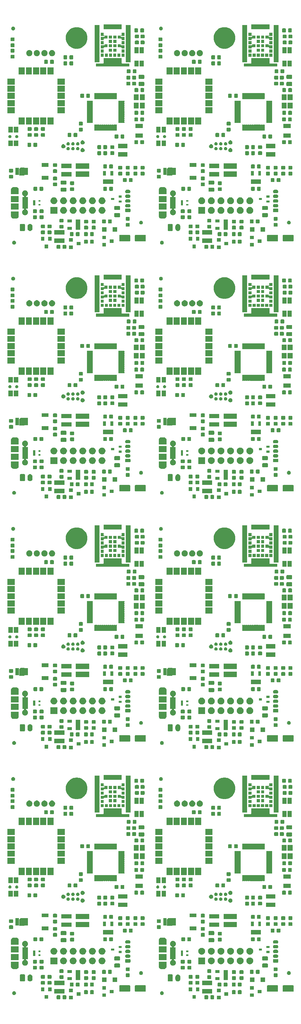
<source format=gts>
%MOIN*%
%OFA0B0*%
%FSLAX46Y46*%
%IPPOS*%
%LPD*%
%ADD10C,0.0059*%
%ADD11C,0.000039370078740157485*%
%ADD22C,0.0059*%
%ADD23C,0.000039370078740157485*%
%ADD24C,0.0059*%
%ADD25C,0.000039370078740157485*%
%ADD26C,0.0059*%
%ADD27C,0.000039370078740157485*%
%ADD38C,0.0059*%
%ADD39C,0.000039370078740157485*%
%ADD50C,0.0059*%
%ADD51C,0.000039370078740157485*%
%ADD52C,0.0059*%
%ADD53C,0.000039370078740157485*%
%ADD54C,0.0059*%
%ADD55C,0.000039370078740157485*%
%LPD*%
D10*
G36*
X0000187040Y0000797558D02*
G01*
X0000222440Y0000797558D01*
X0000222440Y0000781769D01*
X0000187040Y0000781769D01*
X0000187040Y0000797558D01*
G37*
G36*
X0000187037Y0000817243D02*
G01*
X0000222440Y0000817243D01*
X0000222440Y0000801477D01*
X0000187037Y0000801477D01*
X0000187037Y0000817243D01*
G37*
G36*
X0000187040Y0000836928D02*
G01*
X0000222440Y0000836928D01*
X0000222440Y0000821182D01*
X0000187040Y0000821182D01*
X0000187040Y0000836928D01*
G37*
G36*
X0000187015Y0000856613D02*
G01*
X0000222440Y0000856613D01*
X0000222440Y0000840871D01*
X0000187015Y0000840871D01*
X0000187015Y0000856613D01*
G37*
G36*
X0000092499Y0000797558D02*
G01*
X0000127952Y0000797558D01*
X0000127952Y0000781798D01*
X0000092499Y0000781798D01*
X0000092499Y0000797558D01*
G37*
G36*
X0000092444Y0000817243D02*
G01*
X0000127952Y0000817243D01*
X0000127952Y0000801475D01*
X0000092444Y0000801475D01*
X0000092444Y0000817243D01*
G37*
G36*
X0000092493Y0000836928D02*
G01*
X0000127952Y0000836928D01*
X0000127952Y0000821180D01*
X0000092493Y0000821180D01*
X0000092493Y0000836928D01*
G37*
G36*
X0000092466Y0000856613D02*
G01*
X0000127952Y0000856613D01*
X0000127952Y0000840883D01*
X0000092466Y0000840883D01*
X0000092466Y0000856613D01*
G37*
D11*
G36*
X0000131889Y0000844802D02*
G01*
X0000145669Y0000858582D01*
X0000183070Y0000858582D01*
X0000183070Y0000779841D01*
X0000131889Y0000779841D01*
X0000131889Y0000844802D01*
G37*
X0000131889Y0000844802D02*
X0000145669Y0000858582D01*
X0000183070Y0000858582D01*
X0000183070Y0000779841D01*
X0000131889Y0000779841D01*
X0000131889Y0000844802D01*
D10*
G36*
X0000689015Y0000014054D02*
G01*
X0000649566Y0000014054D01*
X0000649566Y0000049566D01*
X0000689015Y0000049566D01*
X0000689015Y0000014054D01*
G37*
G36*
X0000615338Y0000056295D02*
G01*
X0000616675Y0000055889D01*
X0000617909Y0000055230D01*
X0000618989Y0000054342D01*
X0000619876Y0000053262D01*
X0000620535Y0000052029D01*
X0000620941Y0000050691D01*
X0000621102Y0000049058D01*
X0000621102Y0000022436D01*
X0000620941Y0000020802D01*
X0000620535Y0000019465D01*
X0000619876Y0000018232D01*
X0000618989Y0000017151D01*
X0000617909Y0000016264D01*
X0000616675Y0000015605D01*
X0000615338Y0000015198D01*
X0000613705Y0000015038D01*
X0000590035Y0000015038D01*
X0000588401Y0000015198D01*
X0000587064Y0000015605D01*
X0000585831Y0000016264D01*
X0000584750Y0000017151D01*
X0000583863Y0000018232D01*
X0000583204Y0000019465D01*
X0000582798Y0000020802D01*
X0000582637Y0000022436D01*
X0000582637Y0000049058D01*
X0000582798Y0000050691D01*
X0000583204Y0000052029D01*
X0000583863Y0000053262D01*
X0000584750Y0000054342D01*
X0000585831Y0000055230D01*
X0000587064Y0000055889D01*
X0000588401Y0000056295D01*
X0000590035Y0000056456D01*
X0000613705Y0000056456D01*
X0000615338Y0000056295D01*
G37*
G36*
X0000553330Y0000056295D02*
G01*
X0000554668Y0000055889D01*
X0000555901Y0000055230D01*
X0000556981Y0000054342D01*
X0000557868Y0000053262D01*
X0000558527Y0000052029D01*
X0000558933Y0000050691D01*
X0000559094Y0000049058D01*
X0000559094Y0000022436D01*
X0000558933Y0000020802D01*
X0000558527Y0000019465D01*
X0000557868Y0000018232D01*
X0000556981Y0000017151D01*
X0000555901Y0000016264D01*
X0000554668Y0000015605D01*
X0000553330Y0000015198D01*
X0000551697Y0000015038D01*
X0000528027Y0000015038D01*
X0000526394Y0000015198D01*
X0000525056Y0000015605D01*
X0000523823Y0000016264D01*
X0000522742Y0000017151D01*
X0000521854Y0000018232D01*
X0000521196Y0000019465D01*
X0000520790Y0000020802D01*
X0000520629Y0000022436D01*
X0000520629Y0000049058D01*
X0000520790Y0000050691D01*
X0000521196Y0000052029D01*
X0000521854Y0000053262D01*
X0000522742Y0000054342D01*
X0000523823Y0000055230D01*
X0000525056Y0000055889D01*
X0000526394Y0000056295D01*
X0000528027Y0000056456D01*
X0000551697Y0000056456D01*
X0000553330Y0000056295D01*
G37*
G36*
X0000431141Y0000019960D02*
G01*
X0000395629Y0000019960D01*
X0000395629Y0000059408D01*
X0000431141Y0000059408D01*
X0000431141Y0000019960D01*
G37*
G36*
X0001033503Y0000039645D02*
G01*
X0000994055Y0000039645D01*
X0000994055Y0000075156D01*
X0001033503Y0000075156D01*
X0001033503Y0000039645D01*
G37*
G36*
X0000767755Y0000051455D02*
G01*
X0000728307Y0000051455D01*
X0000728307Y0000086967D01*
X0000767755Y0000086967D01*
X0000767755Y0000051455D01*
G37*
G36*
X0000084482Y0000097983D02*
G01*
X0000088064Y0000096499D01*
X0000088064Y0000096499D01*
X0000089019Y0000095861D01*
X0000091288Y0000094345D01*
X0000094030Y0000091603D01*
X0000096184Y0000088378D01*
X0000097668Y0000084795D01*
X0000098425Y0000080992D01*
X0000098425Y0000077115D01*
X0000097668Y0000073312D01*
X0000096421Y0000070301D01*
X0000096184Y0000069730D01*
X0000094030Y0000066506D01*
X0000091288Y0000063764D01*
X0000088064Y0000061609D01*
X0000088064Y0000061609D01*
X0000088064Y0000061609D01*
X0000084482Y0000060126D01*
X0000080678Y0000059368D01*
X0000076801Y0000059368D01*
X0000072998Y0000060126D01*
X0000069415Y0000061609D01*
X0000069415Y0000061609D01*
X0000069415Y0000061609D01*
X0000066191Y0000063764D01*
X0000063449Y0000066506D01*
X0000061294Y0000069730D01*
X0000061059Y0000070301D01*
X0000059811Y0000073312D01*
X0000059055Y0000077115D01*
X0000059055Y0000080992D01*
X0000059811Y0000084795D01*
X0000061294Y0000088378D01*
X0000063449Y0000091603D01*
X0000066191Y0000094345D01*
X0000068461Y0000095861D01*
X0000069415Y0000096499D01*
X0000069415Y0000096499D01*
X0000072998Y0000097983D01*
X0000076801Y0000098739D01*
X0000080678Y0000098739D01*
X0000084482Y0000097983D01*
G37*
G36*
X0000900771Y0000109444D02*
G01*
X0000902109Y0000109039D01*
X0000903342Y0000108380D01*
X0000904422Y0000107493D01*
X0000905309Y0000106412D01*
X0000905968Y0000105179D01*
X0000906373Y0000103841D01*
X0000906535Y0000102208D01*
X0000906535Y0000075585D01*
X0000906373Y0000073952D01*
X0000905968Y0000072614D01*
X0000905309Y0000071381D01*
X0000904422Y0000070301D01*
X0000903342Y0000069414D01*
X0000902109Y0000068755D01*
X0000900771Y0000068349D01*
X0000899138Y0000068188D01*
X0000875468Y0000068188D01*
X0000873834Y0000068349D01*
X0000872497Y0000068755D01*
X0000871264Y0000069414D01*
X0000870183Y0000070301D01*
X0000869296Y0000071381D01*
X0000868637Y0000072614D01*
X0000868231Y0000073952D01*
X0000868070Y0000075585D01*
X0000868070Y0000102208D01*
X0000868231Y0000103841D01*
X0000868637Y0000105179D01*
X0000869296Y0000106412D01*
X0000870183Y0000107493D01*
X0000871264Y0000108380D01*
X0000872497Y0000109039D01*
X0000873834Y0000109444D01*
X0000875468Y0000109605D01*
X0000899138Y0000109605D01*
X0000900771Y0000109444D01*
G37*
G36*
X0000838763Y0000109444D02*
G01*
X0000840101Y0000109039D01*
X0000841333Y0000108380D01*
X0000842414Y0000107493D01*
X0000843300Y0000106412D01*
X0000843960Y0000105179D01*
X0000844366Y0000103841D01*
X0000844526Y0000102208D01*
X0000844526Y0000075585D01*
X0000844366Y0000073952D01*
X0000843960Y0000072614D01*
X0000843300Y0000071381D01*
X0000842414Y0000070301D01*
X0000841333Y0000069414D01*
X0000840101Y0000068755D01*
X0000838763Y0000068349D01*
X0000837130Y0000068188D01*
X0000813460Y0000068188D01*
X0000811827Y0000068349D01*
X0000810489Y0000068755D01*
X0000809256Y0000069414D01*
X0000808175Y0000070301D01*
X0000807288Y0000071381D01*
X0000806629Y0000072614D01*
X0000806223Y0000073952D01*
X0000806062Y0000075585D01*
X0000806062Y0000102208D01*
X0000806223Y0000103841D01*
X0000806629Y0000105179D01*
X0000807288Y0000106412D01*
X0000808175Y0000107493D01*
X0000809256Y0000108380D01*
X0000810489Y0000109039D01*
X0000811827Y0000109444D01*
X0000813460Y0000109605D01*
X0000837130Y0000109605D01*
X0000838763Y0000109444D01*
G37*
G36*
X0000601023Y0000075865D02*
G01*
X0000496614Y0000075865D01*
X0000496614Y0000121613D01*
X0000601023Y0000121613D01*
X0000601023Y0000075865D01*
G37*
G36*
X0001112244Y0000077046D02*
G01*
X0001072795Y0000077046D01*
X0001072795Y0000112558D01*
X0001112244Y0000112558D01*
X0001112244Y0000077046D01*
G37*
G36*
X0000689015Y0000088857D02*
G01*
X0000649566Y0000088857D01*
X0000649566Y0000124369D01*
X0000689015Y0000124369D01*
X0000689015Y0000088857D01*
G37*
G36*
X0001278779Y0000159643D02*
G01*
X0001280104Y0000159241D01*
X0001281324Y0000158588D01*
X0001282395Y0000157710D01*
X0001283274Y0000156639D01*
X0001283926Y0000155418D01*
X0001284328Y0000154093D01*
X0001284488Y0000152474D01*
X0001284488Y0000100123D01*
X0001284328Y0000098503D01*
X0001283926Y0000097177D01*
X0001283274Y0000095956D01*
X0001282395Y0000094887D01*
X0001281324Y0000094008D01*
X0001280104Y0000093356D01*
X0001278779Y0000092954D01*
X0001277159Y0000092794D01*
X0001178548Y0000092794D01*
X0001176929Y0000092954D01*
X0001175604Y0000093356D01*
X0001174383Y0000094008D01*
X0001173312Y0000094887D01*
X0001172434Y0000095956D01*
X0001171781Y0000097177D01*
X0001171379Y0000098503D01*
X0001171220Y0000100123D01*
X0001171220Y0000152474D01*
X0001171379Y0000154093D01*
X0001171781Y0000155418D01*
X0001172434Y0000156639D01*
X0001173312Y0000157710D01*
X0001174383Y0000158588D01*
X0001175604Y0000159241D01*
X0001176929Y0000159643D01*
X0001178548Y0000159802D01*
X0001277159Y0000159802D01*
X0001278779Y0000159643D01*
G37*
G36*
X0001441180Y0000159643D02*
G01*
X0001442505Y0000159241D01*
X0001443725Y0000158588D01*
X0001444797Y0000157710D01*
X0001445675Y0000156639D01*
X0001446328Y0000155418D01*
X0001446730Y0000154093D01*
X0001446889Y0000152474D01*
X0001446889Y0000100123D01*
X0001446730Y0000098503D01*
X0001446328Y0000097177D01*
X0001445675Y0000095956D01*
X0001444797Y0000094887D01*
X0001443725Y0000094008D01*
X0001442505Y0000093356D01*
X0001441180Y0000092954D01*
X0001439561Y0000092794D01*
X0001340950Y0000092794D01*
X0001339330Y0000092954D01*
X0001338005Y0000093356D01*
X0001336784Y0000094008D01*
X0001335714Y0000094887D01*
X0001334836Y0000095956D01*
X0001334181Y0000097177D01*
X0001333781Y0000098503D01*
X0001333622Y0000100123D01*
X0001333622Y0000152474D01*
X0001333781Y0000154093D01*
X0001334181Y0000155418D01*
X0001334836Y0000156639D01*
X0001335714Y0000157710D01*
X0001336784Y0000158588D01*
X0001338005Y0000159241D01*
X0001339330Y0000159643D01*
X0001340950Y0000159802D01*
X0001439561Y0000159802D01*
X0001441180Y0000159643D01*
G37*
G36*
X0000393740Y0000098699D02*
G01*
X0000358228Y0000098699D01*
X0000358228Y0000138149D01*
X0000393740Y0000138149D01*
X0000393740Y0000098699D01*
G37*
G36*
X0000468543Y0000098699D02*
G01*
X0000433031Y0000098699D01*
X0000433031Y0000138149D01*
X0000468543Y0000138149D01*
X0000468543Y0000098699D01*
G37*
G36*
X0001033503Y0000114448D02*
G01*
X0000994055Y0000114448D01*
X0000994055Y0000149960D01*
X0001033503Y0000149960D01*
X0001033503Y0000114448D01*
G37*
G36*
X0000900771Y0000188185D02*
G01*
X0000902109Y0000187778D01*
X0000903342Y0000187120D01*
X0000904422Y0000186233D01*
X0000905309Y0000185152D01*
X0000905968Y0000183919D01*
X0000906373Y0000182581D01*
X0000906535Y0000180947D01*
X0000906535Y0000154325D01*
X0000906373Y0000152692D01*
X0000905968Y0000151355D01*
X0000905309Y0000150121D01*
X0000904422Y0000149041D01*
X0000903342Y0000148154D01*
X0000902109Y0000147495D01*
X0000900771Y0000147089D01*
X0000899138Y0000146928D01*
X0000875468Y0000146928D01*
X0000873834Y0000147089D01*
X0000872497Y0000147495D01*
X0000871264Y0000148154D01*
X0000870183Y0000149041D01*
X0000869296Y0000150121D01*
X0000868637Y0000151355D01*
X0000868231Y0000152692D01*
X0000868070Y0000154325D01*
X0000868070Y0000180947D01*
X0000868231Y0000182581D01*
X0000868637Y0000183919D01*
X0000869296Y0000185152D01*
X0000870183Y0000186233D01*
X0000871264Y0000187120D01*
X0000872497Y0000187778D01*
X0000873834Y0000188185D01*
X0000875468Y0000188345D01*
X0000899138Y0000188345D01*
X0000900771Y0000188185D01*
G37*
G36*
X0000838763Y0000188185D02*
G01*
X0000840101Y0000187778D01*
X0000841333Y0000187120D01*
X0000842414Y0000186233D01*
X0000843300Y0000185152D01*
X0000843960Y0000183919D01*
X0000844366Y0000182581D01*
X0000844526Y0000180947D01*
X0000844526Y0000154325D01*
X0000844366Y0000152692D01*
X0000843960Y0000151355D01*
X0000843300Y0000150121D01*
X0000842414Y0000149041D01*
X0000841333Y0000148154D01*
X0000840101Y0000147495D01*
X0000838763Y0000147089D01*
X0000837130Y0000146928D01*
X0000813460Y0000146928D01*
X0000811827Y0000147089D01*
X0000810489Y0000147495D01*
X0000809256Y0000148154D01*
X0000808175Y0000149041D01*
X0000807288Y0000150121D01*
X0000806629Y0000151355D01*
X0000806223Y0000152692D01*
X0000806062Y0000154325D01*
X0000806062Y0000180947D01*
X0000806223Y0000182581D01*
X0000806629Y0000183919D01*
X0000807288Y0000185152D01*
X0000808175Y0000186233D01*
X0000809256Y0000187120D01*
X0000810489Y0000187778D01*
X0000811827Y0000188185D01*
X0000813460Y0000188345D01*
X0000837130Y0000188345D01*
X0000838763Y0000188185D01*
G37*
G36*
X0000753133Y0000188185D02*
G01*
X0000754470Y0000187778D01*
X0000755704Y0000187120D01*
X0000756785Y0000186233D01*
X0000757670Y0000185152D01*
X0000758330Y0000183919D01*
X0000758736Y0000182581D01*
X0000758897Y0000180947D01*
X0000758897Y0000154325D01*
X0000758736Y0000152692D01*
X0000758330Y0000151355D01*
X0000757670Y0000150121D01*
X0000756785Y0000149041D01*
X0000755704Y0000148154D01*
X0000754470Y0000147495D01*
X0000753133Y0000147089D01*
X0000751500Y0000146928D01*
X0000727830Y0000146928D01*
X0000726197Y0000147089D01*
X0000724859Y0000147495D01*
X0000723626Y0000148154D01*
X0000722545Y0000149041D01*
X0000721658Y0000150121D01*
X0000720998Y0000151355D01*
X0000720593Y0000152692D01*
X0000720433Y0000154325D01*
X0000720433Y0000180947D01*
X0000720593Y0000182581D01*
X0000720998Y0000183919D01*
X0000721658Y0000185152D01*
X0000722545Y0000186233D01*
X0000723626Y0000187120D01*
X0000724859Y0000187778D01*
X0000726197Y0000188185D01*
X0000727830Y0000188345D01*
X0000751500Y0000188345D01*
X0000753133Y0000188185D01*
G37*
G36*
X0000691125Y0000188185D02*
G01*
X0000692463Y0000187778D01*
X0000693696Y0000187120D01*
X0000694776Y0000186233D01*
X0000695664Y0000185152D01*
X0000696322Y0000183919D01*
X0000696728Y0000182581D01*
X0000696889Y0000180947D01*
X0000696889Y0000154325D01*
X0000696728Y0000152692D01*
X0000696322Y0000151355D01*
X0000695664Y0000150121D01*
X0000694776Y0000149041D01*
X0000693696Y0000148154D01*
X0000692463Y0000147495D01*
X0000691125Y0000147089D01*
X0000689492Y0000146928D01*
X0000665822Y0000146928D01*
X0000664189Y0000147089D01*
X0000662851Y0000147495D01*
X0000661618Y0000148154D01*
X0000660537Y0000149041D01*
X0000659650Y0000150121D01*
X0000658991Y0000151355D01*
X0000658586Y0000152692D01*
X0000658424Y0000154325D01*
X0000658424Y0000180947D01*
X0000658586Y0000182581D01*
X0000658991Y0000183919D01*
X0000659650Y0000185152D01*
X0000660537Y0000186233D01*
X0000661618Y0000187120D01*
X0000662851Y0000187778D01*
X0000664189Y0000188185D01*
X0000665822Y0000188345D01*
X0000689492Y0000188345D01*
X0000691125Y0000188185D01*
G37*
G36*
X0000601023Y0000162479D02*
G01*
X0000496614Y0000162479D01*
X0000496614Y0000208227D01*
X0000601023Y0000208227D01*
X0000601023Y0000162479D01*
G37*
G36*
X0000392896Y0000204917D02*
G01*
X0000394234Y0000204511D01*
X0000395468Y0000203852D01*
X0000396548Y0000202965D01*
X0000397434Y0000201884D01*
X0000398094Y0000200651D01*
X0000398500Y0000199314D01*
X0000398661Y0000197680D01*
X0000398661Y0000174010D01*
X0000398500Y0000172377D01*
X0000398094Y0000171040D01*
X0000397434Y0000169806D01*
X0000396548Y0000168726D01*
X0000395468Y0000167839D01*
X0000394234Y0000167180D01*
X0000392896Y0000166774D01*
X0000391264Y0000166613D01*
X0000364641Y0000166613D01*
X0000363008Y0000166774D01*
X0000361670Y0000167180D01*
X0000360437Y0000167839D01*
X0000359356Y0000168726D01*
X0000358468Y0000169806D01*
X0000357810Y0000171040D01*
X0000357404Y0000172377D01*
X0000357244Y0000174010D01*
X0000357244Y0000197680D01*
X0000357404Y0000199314D01*
X0000357810Y0000200651D01*
X0000358468Y0000201884D01*
X0000359356Y0000202965D01*
X0000360437Y0000203852D01*
X0000361670Y0000204511D01*
X0000363008Y0000204917D01*
X0000364641Y0000205078D01*
X0000391264Y0000205078D01*
X0000392896Y0000204917D01*
G37*
G36*
X0000461794Y0000204917D02*
G01*
X0000463132Y0000204511D01*
X0000464365Y0000203852D01*
X0000465446Y0000202965D01*
X0000466333Y0000201884D01*
X0000466992Y0000200651D01*
X0000467398Y0000199314D01*
X0000467559Y0000197680D01*
X0000467559Y0000174010D01*
X0000467398Y0000172377D01*
X0000466992Y0000171040D01*
X0000466333Y0000169806D01*
X0000465446Y0000168726D01*
X0000464365Y0000167839D01*
X0000463132Y0000167180D01*
X0000461794Y0000166774D01*
X0000460161Y0000166613D01*
X0000433538Y0000166613D01*
X0000431905Y0000166774D01*
X0000430568Y0000167180D01*
X0000429335Y0000167839D01*
X0000428254Y0000168726D01*
X0000427367Y0000169806D01*
X0000426708Y0000171040D01*
X0000426301Y0000172377D01*
X0000426141Y0000174010D01*
X0000426141Y0000197680D01*
X0000426301Y0000199314D01*
X0000426708Y0000200651D01*
X0000427367Y0000201884D01*
X0000428254Y0000202965D01*
X0000429335Y0000203852D01*
X0000430568Y0000204511D01*
X0000431905Y0000204917D01*
X0000433538Y0000205078D01*
X0000460161Y0000205078D01*
X0000461794Y0000204917D01*
G37*
G36*
X0001149645Y0000193188D02*
G01*
X0001102322Y0000193188D01*
X0001102322Y0000240511D01*
X0001149645Y0000240511D01*
X0001149645Y0000193188D01*
G37*
G36*
X0001039409Y0000193188D02*
G01*
X0000992086Y0000193188D01*
X0000992086Y0000240511D01*
X0001039409Y0000240511D01*
X0001039409Y0000193188D01*
G37*
G36*
X0000249118Y0000272620D02*
G01*
X0000252299Y0000271655D01*
X0000253950Y0000271155D01*
X0000258402Y0000268775D01*
X0000262305Y0000265572D01*
X0000265508Y0000261668D01*
X0000267887Y0000257216D01*
X0000268033Y0000256736D01*
X0000269353Y0000252386D01*
X0000269724Y0000248620D01*
X0000269724Y0000224449D01*
X0000269353Y0000220682D01*
X0000268520Y0000217938D01*
X0000267887Y0000215852D01*
X0000265508Y0000211400D01*
X0000262305Y0000207497D01*
X0000258402Y0000204294D01*
X0000253950Y0000201914D01*
X0000252693Y0000201533D01*
X0000249118Y0000200449D01*
X0000244094Y0000199953D01*
X0000239070Y0000200449D01*
X0000235495Y0000201533D01*
X0000234238Y0000201914D01*
X0000229786Y0000204294D01*
X0000225883Y0000207497D01*
X0000222680Y0000211400D01*
X0000222680Y0000211400D01*
X0000220301Y0000215852D01*
X0000220300Y0000215852D01*
X0000219668Y0000217938D01*
X0000218835Y0000220682D01*
X0000218463Y0000224449D01*
X0000218463Y0000248620D01*
X0000218835Y0000252385D01*
X0000220300Y0000257216D01*
X0000220301Y0000257216D01*
X0000222680Y0000261668D01*
X0000225883Y0000265572D01*
X0000229786Y0000268775D01*
X0000234238Y0000271155D01*
X0000235888Y0000271655D01*
X0000239070Y0000272620D01*
X0000244094Y0000273115D01*
X0000249118Y0000272620D01*
G37*
G36*
X0000184694Y0000272818D02*
G01*
X0000186155Y0000272375D01*
X0000187499Y0000271655D01*
X0000188680Y0000270687D01*
X0000189648Y0000269507D01*
X0000190367Y0000268162D01*
X0000190809Y0000266701D01*
X0000190984Y0000264941D01*
X0000190984Y0000208128D01*
X0000190809Y0000206367D01*
X0000190367Y0000204907D01*
X0000189648Y0000203561D01*
X0000188680Y0000202382D01*
X0000187499Y0000201413D01*
X0000186155Y0000200694D01*
X0000184694Y0000200250D01*
X0000182934Y0000200078D01*
X0000147774Y0000200078D01*
X0000146014Y0000200250D01*
X0000144553Y0000200694D01*
X0000143208Y0000201413D01*
X0000142028Y0000202382D01*
X0000141060Y0000203561D01*
X0000140340Y0000204907D01*
X0000139897Y0000206367D01*
X0000139724Y0000208128D01*
X0000139724Y0000264941D01*
X0000139897Y0000266701D01*
X0000140340Y0000268162D01*
X0000141060Y0000269507D01*
X0000142028Y0000270687D01*
X0000143208Y0000271655D01*
X0000144553Y0000272375D01*
X0000146014Y0000272818D01*
X0000147774Y0000272991D01*
X0000182934Y0000272991D01*
X0000184694Y0000272818D01*
G37*
G36*
X0000765000Y0000213857D02*
G01*
X0000719251Y0000213857D01*
X0000719251Y0000318267D01*
X0000765000Y0000318267D01*
X0000765000Y0000213857D01*
G37*
G36*
X0000678384Y0000213857D02*
G01*
X0000632636Y0000213857D01*
X0000632636Y0000243464D01*
X0000678384Y0000243464D01*
X0000678384Y0000213857D01*
G37*
G36*
X0000841716Y0000254130D02*
G01*
X0000843053Y0000253724D01*
X0000844287Y0000253064D01*
X0000845367Y0000252178D01*
X0000846254Y0000251097D01*
X0000846913Y0000249864D01*
X0000847319Y0000248526D01*
X0000847480Y0000246893D01*
X0000847480Y0000223223D01*
X0000847319Y0000221590D01*
X0000846913Y0000220252D01*
X0000846254Y0000219019D01*
X0000845367Y0000217938D01*
X0000844287Y0000217052D01*
X0000843053Y0000216392D01*
X0000841716Y0000215987D01*
X0000840083Y0000215826D01*
X0000813460Y0000215826D01*
X0000811827Y0000215987D01*
X0000810489Y0000216392D01*
X0000809256Y0000217052D01*
X0000808175Y0000217938D01*
X0000807288Y0000219019D01*
X0000806629Y0000220252D01*
X0000806223Y0000221590D01*
X0000806062Y0000223223D01*
X0000806062Y0000246893D01*
X0000806223Y0000248526D01*
X0000806629Y0000249864D01*
X0000807288Y0000251097D01*
X0000808175Y0000252178D01*
X0000809256Y0000253064D01*
X0000810489Y0000253724D01*
X0000811827Y0000254130D01*
X0000813460Y0000254290D01*
X0000840083Y0000254290D01*
X0000841716Y0000254130D01*
G37*
G36*
X0000920456Y0000254130D02*
G01*
X0000921794Y0000253724D01*
X0000923026Y0000253064D01*
X0000924107Y0000252178D01*
X0000924994Y0000251097D01*
X0000925653Y0000249864D01*
X0000926059Y0000248526D01*
X0000926219Y0000246893D01*
X0000926219Y0000223223D01*
X0000926059Y0000221590D01*
X0000925653Y0000220252D01*
X0000924994Y0000219019D01*
X0000924107Y0000217938D01*
X0000923026Y0000217052D01*
X0000921794Y0000216392D01*
X0000920456Y0000215987D01*
X0000918823Y0000215826D01*
X0000892200Y0000215826D01*
X0000890567Y0000215987D01*
X0000889229Y0000216392D01*
X0000887996Y0000217052D01*
X0000886915Y0000217938D01*
X0000886027Y0000219019D01*
X0000885369Y0000220252D01*
X0000884963Y0000221590D01*
X0000884803Y0000223223D01*
X0000884803Y0000246893D01*
X0000884963Y0000248526D01*
X0000885369Y0000249864D01*
X0000886027Y0000251097D01*
X0000886915Y0000252178D01*
X0000887996Y0000253064D01*
X0000889229Y0000253724D01*
X0000890567Y0000254130D01*
X0000892200Y0000254290D01*
X0000918823Y0000254290D01*
X0000920456Y0000254130D01*
G37*
G36*
X0000585810Y0000263972D02*
G01*
X0000587148Y0000263566D01*
X0000588381Y0000262907D01*
X0000589462Y0000262019D01*
X0000590349Y0000260940D01*
X0000591008Y0000259706D01*
X0000591413Y0000258369D01*
X0000591574Y0000256736D01*
X0000591574Y0000233066D01*
X0000591413Y0000231431D01*
X0000591008Y0000230095D01*
X0000590349Y0000228862D01*
X0000589462Y0000227781D01*
X0000588381Y0000226894D01*
X0000587148Y0000226235D01*
X0000585810Y0000225829D01*
X0000584177Y0000225668D01*
X0000557554Y0000225668D01*
X0000555921Y0000225829D01*
X0000554583Y0000226235D01*
X0000553350Y0000226894D01*
X0000552270Y0000227781D01*
X0000551383Y0000228862D01*
X0000550724Y0000230095D01*
X0000550318Y0000231431D01*
X0000550157Y0000233066D01*
X0000550157Y0000256736D01*
X0000550318Y0000258369D01*
X0000550724Y0000259706D01*
X0000551383Y0000260940D01*
X0000552270Y0000262019D01*
X0000553350Y0000262907D01*
X0000554583Y0000263566D01*
X0000555921Y0000263972D01*
X0000557554Y0000264133D01*
X0000584177Y0000264133D01*
X0000585810Y0000263972D01*
G37*
G36*
X0000461794Y0000266925D02*
G01*
X0000463132Y0000266519D01*
X0000464365Y0000265860D01*
X0000465446Y0000264973D01*
X0000466333Y0000263892D01*
X0000466992Y0000262659D01*
X0000467398Y0000261321D01*
X0000467559Y0000259687D01*
X0000467559Y0000236018D01*
X0000467398Y0000234385D01*
X0000466992Y0000233047D01*
X0000466333Y0000231814D01*
X0000465446Y0000230734D01*
X0000464365Y0000229847D01*
X0000463132Y0000229188D01*
X0000461794Y0000228782D01*
X0000460161Y0000228621D01*
X0000433538Y0000228621D01*
X0000431905Y0000228782D01*
X0000430568Y0000229188D01*
X0000429335Y0000229847D01*
X0000428254Y0000230734D01*
X0000427367Y0000231814D01*
X0000426708Y0000233047D01*
X0000426301Y0000234385D01*
X0000426141Y0000236018D01*
X0000426141Y0000259687D01*
X0000426301Y0000261321D01*
X0000426708Y0000262659D01*
X0000427367Y0000263892D01*
X0000428254Y0000264973D01*
X0000429335Y0000265860D01*
X0000430568Y0000266519D01*
X0000431905Y0000266925D01*
X0000433538Y0000267086D01*
X0000460161Y0000267086D01*
X0000461794Y0000266925D01*
G37*
G36*
X0000392896Y0000266925D02*
G01*
X0000394234Y0000266519D01*
X0000395468Y0000265860D01*
X0000396548Y0000264973D01*
X0000397434Y0000263892D01*
X0000398094Y0000262659D01*
X0000398500Y0000261321D01*
X0000398661Y0000259687D01*
X0000398661Y0000236018D01*
X0000398500Y0000234385D01*
X0000398094Y0000233047D01*
X0000397434Y0000231814D01*
X0000396548Y0000230734D01*
X0000395468Y0000229847D01*
X0000394234Y0000229188D01*
X0000392896Y0000228782D01*
X0000391264Y0000228621D01*
X0000364641Y0000228621D01*
X0000363008Y0000228782D01*
X0000361670Y0000229188D01*
X0000360437Y0000229847D01*
X0000359356Y0000230734D01*
X0000358468Y0000231814D01*
X0000357810Y0000233047D01*
X0000357404Y0000234385D01*
X0000357244Y0000236018D01*
X0000357244Y0000259687D01*
X0000357404Y0000261321D01*
X0000357810Y0000262659D01*
X0000358468Y0000263892D01*
X0000359356Y0000264973D01*
X0000360437Y0000265860D01*
X0000361670Y0000266519D01*
X0000363008Y0000266925D01*
X0000364641Y0000267086D01*
X0000391264Y0000267086D01*
X0000392896Y0000266925D01*
G37*
G36*
X0001274787Y0000283657D02*
G01*
X0001276123Y0000283251D01*
X0001277356Y0000282592D01*
X0001278438Y0000281705D01*
X0001279325Y0000280625D01*
X0001279984Y0000279391D01*
X0001280390Y0000278054D01*
X0001280551Y0000276421D01*
X0001280551Y0000252751D01*
X0001280390Y0000251116D01*
X0001279984Y0000249779D01*
X0001279325Y0000248546D01*
X0001278438Y0000247466D01*
X0001277356Y0000246579D01*
X0001276123Y0000245920D01*
X0001274787Y0000245514D01*
X0001273153Y0000245353D01*
X0001246531Y0000245353D01*
X0001244897Y0000245514D01*
X0001243560Y0000245920D01*
X0001242327Y0000246579D01*
X0001241246Y0000247466D01*
X0001240359Y0000248546D01*
X0001239700Y0000249779D01*
X0001239294Y0000251116D01*
X0001239133Y0000252751D01*
X0001239133Y0000276421D01*
X0001239294Y0000278054D01*
X0001239700Y0000279391D01*
X0001240359Y0000280625D01*
X0001241246Y0000281705D01*
X0001242327Y0000282592D01*
X0001243560Y0000283251D01*
X0001244897Y0000283657D01*
X0001246531Y0000283818D01*
X0001273153Y0000283818D01*
X0001274787Y0000283657D01*
G37*
G36*
X0001403379Y0000306644D02*
G01*
X0001403379Y0000306644D01*
X0001403379Y0000306644D01*
X0001406962Y0000305160D01*
X0001408585Y0000304076D01*
X0001410184Y0000303006D01*
X0001412928Y0000300264D01*
X0001415082Y0000297040D01*
X0001416566Y0000293457D01*
X0001417321Y0000289654D01*
X0001417321Y0000285777D01*
X0001416566Y0000281974D01*
X0001415086Y0000278400D01*
X0001415082Y0000278391D01*
X0001414817Y0000277994D01*
X0001412928Y0000275167D01*
X0001410184Y0000272425D01*
X0001409816Y0000272178D01*
X0001406962Y0000270271D01*
X0001406962Y0000270271D01*
X0001406962Y0000270271D01*
X0001403379Y0000268787D01*
X0001399576Y0000268030D01*
X0001395697Y0000268030D01*
X0001391894Y0000268787D01*
X0001388313Y0000270271D01*
X0001388313Y0000270271D01*
X0001388313Y0000270271D01*
X0001385458Y0000272178D01*
X0001385089Y0000272425D01*
X0001382347Y0000275167D01*
X0001380458Y0000277994D01*
X0001380193Y0000278391D01*
X0001380189Y0000278400D01*
X0001378709Y0000281974D01*
X0001377952Y0000285777D01*
X0001377952Y0000289654D01*
X0001378709Y0000293457D01*
X0001380193Y0000297040D01*
X0001382347Y0000300264D01*
X0001385089Y0000303006D01*
X0001386690Y0000304076D01*
X0001388313Y0000305160D01*
X0001391894Y0000306644D01*
X0001391894Y0000306644D01*
X0001391894Y0000306644D01*
X0001395697Y0000307401D01*
X0001399576Y0000307401D01*
X0001403379Y0000306644D01*
G37*
G36*
X0000841716Y0000316137D02*
G01*
X0000843053Y0000315732D01*
X0000844287Y0000315072D01*
X0000845367Y0000314186D01*
X0000846254Y0000313105D01*
X0000846913Y0000311872D01*
X0000847319Y0000310534D01*
X0000847480Y0000308901D01*
X0000847480Y0000285231D01*
X0000847319Y0000283598D01*
X0000846913Y0000282260D01*
X0000846254Y0000281027D01*
X0000845367Y0000279946D01*
X0000844287Y0000279059D01*
X0000843053Y0000278400D01*
X0000841716Y0000277994D01*
X0000840083Y0000277834D01*
X0000813460Y0000277834D01*
X0000811827Y0000277994D01*
X0000810489Y0000278400D01*
X0000809256Y0000279059D01*
X0000808175Y0000279946D01*
X0000807288Y0000281027D01*
X0000806629Y0000282260D01*
X0000806223Y0000283598D01*
X0000806062Y0000285231D01*
X0000806062Y0000308901D01*
X0000806223Y0000310534D01*
X0000806629Y0000311872D01*
X0000807288Y0000313105D01*
X0000808175Y0000314186D01*
X0000809256Y0000315072D01*
X0000810489Y0000315732D01*
X0000811827Y0000316137D01*
X0000813460Y0000316298D01*
X0000840083Y0000316298D01*
X0000841716Y0000316137D01*
G37*
G36*
X0000920456Y0000316137D02*
G01*
X0000921794Y0000315732D01*
X0000923026Y0000315072D01*
X0000924107Y0000314186D01*
X0000924994Y0000313105D01*
X0000925653Y0000311872D01*
X0000926059Y0000310534D01*
X0000926219Y0000308901D01*
X0000926219Y0000285231D01*
X0000926059Y0000283598D01*
X0000925653Y0000282260D01*
X0000924994Y0000281027D01*
X0000924107Y0000279946D01*
X0000923026Y0000279059D01*
X0000921794Y0000278400D01*
X0000920456Y0000277994D01*
X0000918823Y0000277834D01*
X0000892200Y0000277834D01*
X0000890567Y0000277994D01*
X0000889229Y0000278400D01*
X0000887996Y0000279059D01*
X0000886915Y0000279946D01*
X0000886027Y0000281027D01*
X0000885369Y0000282260D01*
X0000884963Y0000283598D01*
X0000884803Y0000285231D01*
X0000884803Y0000308901D01*
X0000884963Y0000310534D01*
X0000885369Y0000311872D01*
X0000886027Y0000313105D01*
X0000886915Y0000314186D01*
X0000887996Y0000315072D01*
X0000889229Y0000315732D01*
X0000890567Y0000316137D01*
X0000892200Y0000316298D01*
X0000918823Y0000316298D01*
X0000920456Y0000316137D01*
G37*
G36*
X0001087779Y0000320074D02*
G01*
X0001089116Y0000319669D01*
X0001090350Y0000319009D01*
X0001091430Y0000318123D01*
X0001092317Y0000317041D01*
X0001092976Y0000315809D01*
X0001093382Y0000314471D01*
X0001093543Y0000312838D01*
X0001093543Y0000286215D01*
X0001093382Y0000284582D01*
X0001092976Y0000283244D01*
X0001092317Y0000282011D01*
X0001091430Y0000280931D01*
X0001090350Y0000280044D01*
X0001089116Y0000279385D01*
X0001087779Y0000278979D01*
X0001086146Y0000278818D01*
X0001062475Y0000278818D01*
X0001060842Y0000278979D01*
X0001059505Y0000279385D01*
X0001058272Y0000280044D01*
X0001057191Y0000280931D01*
X0001056304Y0000282011D01*
X0001055645Y0000283244D01*
X0001055239Y0000284582D01*
X0001055078Y0000286215D01*
X0001055078Y0000312838D01*
X0001055239Y0000314471D01*
X0001055645Y0000315809D01*
X0001056304Y0000317041D01*
X0001057191Y0000318123D01*
X0001058272Y0000319009D01*
X0001059505Y0000319669D01*
X0001060842Y0000320074D01*
X0001062475Y0000320235D01*
X0001086146Y0000320235D01*
X0001087779Y0000320074D01*
G37*
G36*
X0001025771Y0000320074D02*
G01*
X0001027109Y0000319669D01*
X0001028342Y0000319009D01*
X0001029422Y0000318123D01*
X0001030308Y0000317041D01*
X0001030968Y0000315809D01*
X0001031374Y0000314471D01*
X0001031535Y0000312838D01*
X0001031535Y0000286215D01*
X0001031374Y0000284582D01*
X0001030968Y0000283244D01*
X0001030308Y0000282011D01*
X0001029422Y0000280931D01*
X0001028342Y0000280044D01*
X0001027109Y0000279385D01*
X0001025771Y0000278979D01*
X0001024138Y0000278818D01*
X0001000467Y0000278818D01*
X0000998835Y0000278979D01*
X0000997497Y0000279385D01*
X0000996264Y0000280044D01*
X0000995182Y0000280931D01*
X0000994296Y0000282011D01*
X0000993637Y0000283244D01*
X0000993231Y0000284582D01*
X0000993070Y0000286215D01*
X0000993070Y0000312838D01*
X0000993231Y0000314471D01*
X0000993637Y0000315809D01*
X0000994296Y0000317041D01*
X0000995182Y0000318123D01*
X0000996264Y0000319009D01*
X0000997497Y0000319669D01*
X0000998835Y0000320074D01*
X0001000467Y0000320235D01*
X0001024138Y0000320235D01*
X0001025771Y0000320074D01*
G37*
G36*
X0000585810Y0000325979D02*
G01*
X0000587148Y0000325574D01*
X0000588381Y0000324915D01*
X0000589462Y0000324028D01*
X0000590349Y0000322947D01*
X0000591008Y0000321714D01*
X0000591413Y0000320377D01*
X0000591574Y0000318743D01*
X0000591574Y0000295073D01*
X0000591413Y0000293440D01*
X0000591008Y0000292103D01*
X0000590349Y0000290869D01*
X0000589462Y0000289789D01*
X0000588381Y0000288902D01*
X0000587148Y0000288243D01*
X0000585810Y0000287837D01*
X0000584177Y0000287676D01*
X0000557554Y0000287676D01*
X0000555921Y0000287837D01*
X0000554583Y0000288243D01*
X0000553350Y0000288902D01*
X0000552270Y0000289789D01*
X0000551383Y0000290869D01*
X0000550724Y0000292103D01*
X0000550318Y0000293440D01*
X0000550157Y0000295073D01*
X0000550157Y0000318743D01*
X0000550318Y0000320377D01*
X0000550724Y0000321714D01*
X0000551383Y0000322947D01*
X0000552270Y0000324028D01*
X0000553350Y0000324915D01*
X0000554583Y0000325574D01*
X0000555921Y0000325979D01*
X0000557554Y0000326141D01*
X0000584177Y0000326141D01*
X0000585810Y0000325979D01*
G37*
G36*
X0000678384Y0000288660D02*
G01*
X0000632636Y0000288660D01*
X0000632636Y0000318267D01*
X0000678384Y0000318267D01*
X0000678384Y0000288660D01*
G37*
G36*
X0001274787Y0000345665D02*
G01*
X0001276123Y0000345259D01*
X0001277356Y0000344599D01*
X0001278438Y0000343713D01*
X0001279325Y0000342632D01*
X0001279984Y0000341399D01*
X0001280390Y0000340062D01*
X0001280551Y0000338429D01*
X0001280551Y0000314758D01*
X0001280390Y0000313125D01*
X0001279984Y0000311788D01*
X0001279325Y0000310555D01*
X0001278438Y0000309474D01*
X0001277356Y0000308587D01*
X0001276123Y0000307928D01*
X0001274787Y0000307522D01*
X0001273153Y0000307361D01*
X0001246531Y0000307361D01*
X0001244897Y0000307522D01*
X0001243560Y0000307928D01*
X0001242327Y0000308587D01*
X0001241246Y0000309474D01*
X0001240359Y0000310555D01*
X0001239700Y0000311788D01*
X0001239294Y0000313125D01*
X0001239133Y0000314758D01*
X0001239133Y0000338429D01*
X0001239294Y0000340062D01*
X0001239700Y0000341399D01*
X0001240359Y0000342632D01*
X0001241246Y0000343713D01*
X0001242327Y0000344599D01*
X0001243560Y0000345259D01*
X0001244897Y0000345665D01*
X0001246531Y0000345826D01*
X0001273153Y0000345826D01*
X0001274787Y0000345665D01*
G37*
G36*
X0000379117Y0000362396D02*
G01*
X0000380455Y0000361991D01*
X0000381688Y0000361332D01*
X0000382769Y0000360445D01*
X0000383656Y0000359365D01*
X0000384315Y0000358132D01*
X0000384721Y0000356794D01*
X0000384881Y0000355161D01*
X0000384881Y0000331491D01*
X0000384721Y0000329858D01*
X0000384315Y0000328520D01*
X0000383656Y0000327287D01*
X0000382769Y0000326206D01*
X0000381688Y0000325319D01*
X0000380455Y0000324660D01*
X0000379117Y0000324254D01*
X0000377484Y0000324093D01*
X0000350861Y0000324093D01*
X0000349228Y0000324254D01*
X0000347890Y0000324660D01*
X0000346657Y0000325319D01*
X0000345577Y0000326206D01*
X0000344690Y0000327287D01*
X0000344031Y0000328520D01*
X0000343625Y0000329858D01*
X0000343464Y0000331491D01*
X0000343464Y0000355161D01*
X0000343625Y0000356794D01*
X0000344031Y0000358132D01*
X0000344690Y0000359365D01*
X0000345577Y0000360445D01*
X0000346657Y0000361332D01*
X0000347890Y0000361991D01*
X0000349228Y0000362396D01*
X0000350861Y0000362558D01*
X0000377484Y0000362558D01*
X0000379117Y0000362396D01*
G37*
G36*
X0000310220Y0000362396D02*
G01*
X0000311557Y0000361991D01*
X0000312790Y0000361332D01*
X0000313871Y0000360445D01*
X0000314758Y0000359365D01*
X0000315417Y0000358132D01*
X0000315823Y0000356794D01*
X0000315984Y0000355161D01*
X0000315984Y0000331491D01*
X0000315823Y0000329858D01*
X0000315417Y0000328520D01*
X0000314758Y0000327287D01*
X0000313871Y0000326206D01*
X0000312790Y0000325319D01*
X0000311557Y0000324660D01*
X0000310220Y0000324254D01*
X0000308587Y0000324093D01*
X0000281964Y0000324093D01*
X0000280331Y0000324254D01*
X0000278993Y0000324660D01*
X0000277760Y0000325319D01*
X0000276679Y0000326206D01*
X0000275792Y0000327287D01*
X0000275133Y0000328520D01*
X0000274727Y0000329858D01*
X0000274566Y0000331491D01*
X0000274566Y0000355161D01*
X0000274727Y0000356794D01*
X0000275133Y0000358132D01*
X0000275792Y0000359365D01*
X0000276679Y0000360445D01*
X0000277760Y0000361332D01*
X0000278993Y0000361991D01*
X0000280331Y0000362396D01*
X0000281964Y0000362558D01*
X0000308587Y0000362558D01*
X0000310220Y0000362396D01*
G37*
G36*
X0000126023Y0000356145D02*
G01*
X0000126045Y0000355663D01*
X0000126147Y0000354645D01*
X0000126045Y0000353626D01*
X0000126023Y0000353144D01*
X0000126023Y0000350259D01*
X0000125670Y0000349599D01*
X0000125508Y0000349145D01*
X0000125405Y0000348812D01*
X0000124187Y0000344789D01*
X0000121807Y0000340337D01*
X0000118604Y0000336434D01*
X0000114701Y0000333231D01*
X0000110249Y0000330851D01*
X0000108992Y0000330470D01*
X0000105418Y0000329386D01*
X0000102907Y0000329138D01*
X0000101652Y0000329015D01*
X0000071575Y0000329015D01*
X0000070320Y0000329138D01*
X0000067810Y0000329386D01*
X0000064236Y0000330470D01*
X0000062978Y0000330851D01*
X0000058526Y0000333231D01*
X0000054623Y0000336434D01*
X0000051421Y0000340337D01*
X0000049041Y0000344789D01*
X0000047820Y0000348812D01*
X0000047719Y0000349144D01*
X0000047350Y0000350035D01*
X0000047204Y0000350253D01*
X0000047204Y0000353144D01*
X0000047181Y0000353626D01*
X0000047080Y0000354645D01*
X0000047181Y0000355663D01*
X0000047204Y0000356145D01*
X0000047204Y0000403897D01*
X0000126023Y0000403897D01*
X0000126023Y0000356145D01*
G37*
G36*
X0001172616Y0000386000D02*
G01*
X0001174139Y0000385539D01*
X0001175542Y0000384788D01*
X0001176772Y0000383779D01*
X0001177781Y0000382549D01*
X0001178531Y0000381146D01*
X0001178993Y0000379623D01*
X0001179173Y0000377799D01*
X0001179173Y0000352160D01*
X0001178993Y0000350334D01*
X0001178531Y0000348812D01*
X0001177781Y0000347408D01*
X0001176772Y0000346179D01*
X0001175542Y0000345170D01*
X0001174139Y0000344420D01*
X0001172616Y0000343957D01*
X0001170791Y0000343779D01*
X0001128420Y0000343779D01*
X0001126595Y0000343957D01*
X0001125073Y0000344420D01*
X0001123670Y0000345170D01*
X0001122440Y0000346179D01*
X0001121430Y0000347408D01*
X0001120680Y0000348812D01*
X0001120219Y0000350334D01*
X0001120039Y0000352160D01*
X0001120039Y0000377799D01*
X0001120219Y0000379623D01*
X0001120680Y0000381146D01*
X0001121430Y0000382549D01*
X0001122440Y0000383779D01*
X0001123670Y0000384788D01*
X0001125073Y0000385539D01*
X0001126595Y0000386000D01*
X0001128420Y0000386180D01*
X0001170791Y0000386180D01*
X0001172616Y0000386000D01*
G37*
G36*
X0000201824Y0000620242D02*
G01*
X0000201824Y0000620242D01*
X0000201824Y0000620242D01*
X0000207384Y0000617939D01*
X0000207384Y0000617939D01*
X0000212388Y0000614596D01*
X0000216644Y0000610340D01*
X0000219987Y0000605337D01*
X0000219987Y0000605337D01*
X0000222290Y0000599777D01*
X0000222290Y0000599776D01*
X0000223464Y0000593874D01*
X0000223464Y0000587856D01*
X0000222290Y0000581954D01*
X0000219987Y0000576394D01*
X0000219987Y0000576394D01*
X0000216644Y0000571390D01*
X0000212388Y0000567134D01*
X0000209052Y0000564905D01*
X0000207384Y0000563791D01*
X0000205404Y0000562971D01*
X0000204552Y0000562516D01*
X0000203807Y0000561904D01*
X0000203195Y0000561158D01*
X0000202741Y0000560307D01*
X0000202461Y0000559384D01*
X0000202366Y0000558424D01*
X0000202461Y0000557464D01*
X0000202741Y0000556541D01*
X0000203195Y0000555690D01*
X0000203807Y0000554944D01*
X0000204552Y0000554332D01*
X0000205404Y0000553878D01*
X0000206327Y0000553597D01*
X0000207286Y0000553503D01*
X0000221496Y0000553503D01*
X0000221496Y0000431377D01*
X0000207286Y0000431377D01*
X0000206327Y0000431282D01*
X0000205404Y0000431002D01*
X0000204552Y0000430548D01*
X0000203807Y0000429935D01*
X0000203195Y0000429189D01*
X0000202741Y0000428339D01*
X0000202461Y0000427416D01*
X0000202366Y0000426456D01*
X0000202461Y0000425496D01*
X0000202741Y0000424572D01*
X0000203195Y0000423722D01*
X0000203807Y0000422976D01*
X0000204552Y0000422364D01*
X0000205404Y0000421908D01*
X0000207384Y0000421088D01*
X0000208805Y0000420139D01*
X0000212388Y0000417745D01*
X0000216644Y0000413490D01*
X0000218838Y0000410206D01*
X0000219987Y0000408485D01*
X0000222290Y0000402926D01*
X0000222290Y0000402926D01*
X0000223464Y0000397024D01*
X0000223464Y0000391006D01*
X0000222464Y0000385976D01*
X0000222290Y0000385103D01*
X0000219987Y0000379542D01*
X0000219987Y0000379542D01*
X0000216644Y0000374540D01*
X0000212388Y0000370284D01*
X0000210396Y0000368953D01*
X0000207384Y0000366941D01*
X0000201824Y0000364638D01*
X0000201824Y0000364638D01*
X0000201824Y0000364638D01*
X0000195922Y0000363464D01*
X0000189904Y0000363464D01*
X0000184002Y0000364638D01*
X0000184001Y0000364638D01*
X0000184001Y0000364638D01*
X0000178441Y0000366941D01*
X0000175430Y0000368953D01*
X0000173438Y0000370284D01*
X0000169182Y0000374540D01*
X0000165839Y0000379542D01*
X0000165839Y0000379542D01*
X0000163535Y0000385103D01*
X0000163362Y0000385976D01*
X0000162362Y0000391006D01*
X0000162362Y0000397024D01*
X0000163535Y0000402926D01*
X0000163535Y0000402926D01*
X0000165839Y0000408485D01*
X0000166988Y0000410206D01*
X0000169182Y0000413490D01*
X0000173438Y0000417745D01*
X0000177021Y0000420139D01*
X0000178441Y0000421088D01*
X0000180422Y0000421908D01*
X0000181273Y0000422364D01*
X0000182018Y0000422976D01*
X0000182630Y0000423722D01*
X0000183085Y0000424572D01*
X0000183365Y0000425496D01*
X0000183460Y0000426456D01*
X0000183365Y0000427416D01*
X0000183085Y0000428339D01*
X0000182630Y0000429189D01*
X0000182018Y0000429935D01*
X0000181273Y0000430548D01*
X0000180422Y0000431002D01*
X0000179499Y0000431282D01*
X0000178538Y0000431377D01*
X0000164330Y0000431377D01*
X0000164330Y0000553503D01*
X0000178538Y0000553503D01*
X0000179499Y0000553597D01*
X0000180422Y0000553878D01*
X0000181273Y0000554332D01*
X0000182018Y0000554944D01*
X0000182630Y0000555690D01*
X0000183085Y0000556541D01*
X0000183365Y0000557464D01*
X0000183460Y0000558424D01*
X0000183365Y0000559384D01*
X0000183085Y0000560307D01*
X0000182630Y0000561158D01*
X0000182018Y0000561904D01*
X0000181273Y0000562516D01*
X0000180422Y0000562971D01*
X0000178441Y0000563791D01*
X0000176774Y0000564905D01*
X0000173438Y0000567134D01*
X0000169182Y0000571390D01*
X0000165839Y0000576394D01*
X0000165839Y0000576394D01*
X0000163535Y0000581954D01*
X0000162362Y0000587856D01*
X0000162362Y0000593874D01*
X0000163535Y0000599776D01*
X0000163535Y0000599777D01*
X0000165839Y0000605337D01*
X0000165839Y0000605337D01*
X0000169182Y0000610340D01*
X0000173438Y0000614596D01*
X0000178441Y0000617939D01*
X0000178441Y0000617939D01*
X0000184001Y0000620242D01*
X0000184001Y0000620242D01*
X0000184002Y0000620242D01*
X0000189904Y0000621416D01*
X0000195922Y0000621416D01*
X0000201824Y0000620242D01*
G37*
G36*
X0000796594Y0000448977D02*
G01*
X0000802472Y0000447809D01*
X0000808928Y0000445135D01*
X0000814738Y0000441253D01*
X0000819679Y0000436312D01*
X0000823561Y0000430502D01*
X0000826235Y0000424047D01*
X0000827241Y0000418989D01*
X0000827518Y0000417597D01*
X0000827598Y0000417194D01*
X0000827598Y0000410206D01*
X0000826235Y0000403353D01*
X0000823561Y0000396897D01*
X0000819679Y0000391087D01*
X0000814738Y0000386147D01*
X0000808928Y0000382265D01*
X0000802472Y0000379590D01*
X0000796679Y0000378438D01*
X0000795619Y0000378227D01*
X0000788631Y0000378227D01*
X0000787572Y0000378438D01*
X0000781779Y0000379590D01*
X0000775323Y0000382265D01*
X0000769513Y0000386147D01*
X0000764572Y0000391087D01*
X0000760690Y0000396897D01*
X0000758016Y0000403353D01*
X0000756653Y0000410206D01*
X0000756653Y0000417194D01*
X0000756733Y0000417597D01*
X0000757010Y0000418989D01*
X0000758016Y0000424047D01*
X0000760690Y0000430502D01*
X0000764572Y0000436312D01*
X0000769513Y0000441253D01*
X0000775323Y0000445135D01*
X0000781779Y0000447809D01*
X0000787656Y0000448977D01*
X0000788631Y0000449172D01*
X0000795619Y0000449172D01*
X0000796594Y0000448977D01*
G37*
G36*
X0000896594Y0000448977D02*
G01*
X0000902472Y0000447809D01*
X0000908928Y0000445135D01*
X0000914738Y0000441253D01*
X0000919679Y0000436312D01*
X0000923561Y0000430502D01*
X0000926235Y0000424047D01*
X0000927241Y0000418989D01*
X0000927518Y0000417597D01*
X0000927597Y0000417194D01*
X0000927597Y0000410206D01*
X0000926235Y0000403353D01*
X0000923561Y0000396897D01*
X0000919679Y0000391087D01*
X0000914738Y0000386147D01*
X0000908928Y0000382265D01*
X0000902472Y0000379590D01*
X0000896679Y0000378438D01*
X0000895619Y0000378227D01*
X0000888632Y0000378227D01*
X0000887572Y0000378438D01*
X0000881779Y0000379590D01*
X0000875323Y0000382265D01*
X0000869513Y0000386147D01*
X0000864572Y0000391087D01*
X0000860690Y0000396897D01*
X0000858016Y0000403353D01*
X0000856653Y0000410206D01*
X0000856653Y0000417194D01*
X0000856733Y0000417597D01*
X0000857010Y0000418989D01*
X0000858016Y0000424047D01*
X0000860690Y0000430502D01*
X0000864572Y0000436312D01*
X0000869513Y0000441253D01*
X0000875323Y0000445135D01*
X0000881779Y0000447809D01*
X0000887656Y0000448977D01*
X0000888632Y0000449172D01*
X0000895619Y0000449172D01*
X0000896594Y0000448977D01*
G37*
G36*
X0000996594Y0000448977D02*
G01*
X0001002472Y0000447809D01*
X0001008928Y0000445135D01*
X0001014737Y0000441253D01*
X0001019679Y0000436312D01*
X0001023561Y0000430502D01*
X0001026235Y0000424047D01*
X0001027241Y0000418989D01*
X0001027517Y0000417597D01*
X0001027598Y0000417194D01*
X0001027598Y0000410206D01*
X0001026235Y0000403353D01*
X0001023561Y0000396897D01*
X0001019679Y0000391087D01*
X0001014737Y0000386147D01*
X0001008928Y0000382265D01*
X0001002472Y0000379590D01*
X0000996679Y0000378438D01*
X0000995619Y0000378227D01*
X0000988632Y0000378227D01*
X0000987572Y0000378438D01*
X0000981779Y0000379590D01*
X0000975323Y0000382265D01*
X0000969513Y0000386147D01*
X0000964572Y0000391087D01*
X0000960690Y0000396897D01*
X0000958016Y0000403353D01*
X0000956653Y0000410206D01*
X0000956653Y0000417194D01*
X0000956733Y0000417597D01*
X0000957010Y0000418989D01*
X0000958016Y0000424047D01*
X0000960690Y0000430502D01*
X0000964572Y0000436312D01*
X0000969513Y0000441253D01*
X0000975323Y0000445135D01*
X0000981779Y0000447809D01*
X0000987657Y0000448977D01*
X0000988632Y0000449172D01*
X0000995619Y0000449172D01*
X0000996594Y0000448977D01*
G37*
G36*
X0000696594Y0000448977D02*
G01*
X0000702472Y0000447809D01*
X0000708928Y0000445135D01*
X0000714738Y0000441253D01*
X0000719679Y0000436312D01*
X0000723561Y0000430502D01*
X0000726235Y0000424047D01*
X0000727241Y0000418989D01*
X0000727518Y0000417597D01*
X0000727598Y0000417194D01*
X0000727598Y0000410206D01*
X0000726235Y0000403353D01*
X0000723561Y0000396897D01*
X0000719679Y0000391087D01*
X0000714738Y0000386147D01*
X0000708928Y0000382265D01*
X0000702472Y0000379590D01*
X0000696679Y0000378438D01*
X0000695619Y0000378227D01*
X0000688631Y0000378227D01*
X0000687572Y0000378438D01*
X0000681779Y0000379590D01*
X0000675322Y0000382265D01*
X0000669513Y0000386147D01*
X0000664572Y0000391087D01*
X0000660690Y0000396897D01*
X0000658016Y0000403353D01*
X0000656653Y0000410206D01*
X0000656653Y0000417194D01*
X0000656733Y0000417597D01*
X0000657010Y0000418989D01*
X0000658016Y0000424047D01*
X0000660690Y0000430502D01*
X0000664572Y0000436312D01*
X0000669513Y0000441253D01*
X0000675322Y0000445135D01*
X0000681779Y0000447809D01*
X0000687657Y0000448977D01*
X0000688631Y0000449172D01*
X0000695619Y0000449172D01*
X0000696594Y0000448977D01*
G37*
G36*
X0000596594Y0000448977D02*
G01*
X0000602472Y0000447809D01*
X0000608928Y0000445135D01*
X0000614738Y0000441253D01*
X0000619679Y0000436312D01*
X0000623561Y0000430502D01*
X0000626235Y0000424047D01*
X0000627241Y0000418989D01*
X0000627518Y0000417597D01*
X0000627598Y0000417194D01*
X0000627598Y0000410206D01*
X0000626235Y0000403353D01*
X0000623561Y0000396897D01*
X0000619679Y0000391087D01*
X0000614738Y0000386147D01*
X0000608928Y0000382265D01*
X0000602472Y0000379590D01*
X0000596679Y0000378438D01*
X0000595619Y0000378227D01*
X0000588632Y0000378227D01*
X0000587572Y0000378438D01*
X0000581779Y0000379590D01*
X0000575323Y0000382265D01*
X0000569513Y0000386147D01*
X0000564572Y0000391087D01*
X0000560690Y0000396897D01*
X0000558016Y0000403353D01*
X0000556653Y0000410206D01*
X0000556653Y0000417194D01*
X0000556733Y0000417597D01*
X0000557010Y0000418989D01*
X0000558016Y0000424047D01*
X0000560690Y0000430502D01*
X0000564572Y0000436312D01*
X0000569513Y0000441253D01*
X0000575323Y0000445135D01*
X0000581779Y0000447809D01*
X0000587657Y0000448977D01*
X0000588632Y0000449172D01*
X0000595619Y0000449172D01*
X0000596594Y0000448977D01*
G37*
G36*
X0000527598Y0000378227D02*
G01*
X0000456653Y0000378227D01*
X0000456653Y0000449172D01*
X0000527598Y0000449172D01*
X0000527598Y0000378227D01*
G37*
G36*
X0000310220Y0000424405D02*
G01*
X0000311557Y0000423999D01*
X0000312790Y0000423339D01*
X0000313871Y0000422453D01*
X0000314758Y0000421373D01*
X0000315417Y0000420139D01*
X0000315823Y0000418801D01*
X0000315984Y0000417169D01*
X0000315984Y0000393499D01*
X0000315823Y0000391865D01*
X0000315417Y0000390528D01*
X0000314758Y0000389295D01*
X0000313871Y0000388214D01*
X0000312790Y0000387327D01*
X0000311557Y0000386668D01*
X0000310220Y0000386262D01*
X0000308587Y0000386101D01*
X0000281964Y0000386101D01*
X0000280331Y0000386262D01*
X0000278993Y0000386668D01*
X0000277760Y0000387327D01*
X0000276679Y0000388214D01*
X0000275792Y0000389295D01*
X0000275133Y0000390528D01*
X0000274727Y0000391865D01*
X0000274566Y0000393499D01*
X0000274566Y0000417169D01*
X0000274727Y0000418801D01*
X0000275133Y0000420139D01*
X0000275792Y0000421373D01*
X0000276679Y0000422453D01*
X0000277760Y0000423339D01*
X0000278993Y0000423999D01*
X0000280331Y0000424405D01*
X0000281964Y0000424566D01*
X0000308587Y0000424566D01*
X0000310220Y0000424405D01*
G37*
G36*
X0000379117Y0000424405D02*
G01*
X0000380455Y0000423999D01*
X0000381688Y0000423339D01*
X0000382769Y0000422453D01*
X0000383656Y0000421373D01*
X0000384315Y0000420139D01*
X0000384721Y0000418801D01*
X0000384881Y0000417169D01*
X0000384881Y0000393499D01*
X0000384721Y0000391865D01*
X0000384315Y0000390528D01*
X0000383656Y0000389295D01*
X0000382769Y0000388214D01*
X0000381688Y0000387327D01*
X0000380455Y0000386668D01*
X0000379117Y0000386262D01*
X0000377484Y0000386101D01*
X0000350861Y0000386101D01*
X0000349228Y0000386262D01*
X0000347890Y0000386668D01*
X0000346657Y0000387327D01*
X0000345577Y0000388214D01*
X0000344690Y0000389295D01*
X0000344031Y0000390528D01*
X0000343625Y0000391865D01*
X0000343464Y0000393499D01*
X0000343464Y0000417169D01*
X0000343625Y0000418801D01*
X0000344031Y0000420139D01*
X0000344690Y0000421373D01*
X0000345577Y0000422453D01*
X0000346657Y0000423339D01*
X0000347890Y0000423999D01*
X0000349228Y0000424405D01*
X0000350861Y0000424566D01*
X0000377484Y0000424566D01*
X0000379117Y0000424405D01*
G37*
G36*
X0001282270Y0000431309D02*
G01*
X0001283470Y0000430945D01*
X0001284575Y0000430354D01*
X0001285544Y0000429559D01*
X0001286339Y0000428590D01*
X0001286930Y0000427485D01*
X0001287294Y0000426286D01*
X0001287440Y0000424796D01*
X0001287440Y0000402603D01*
X0001287294Y0000401114D01*
X0001286930Y0000399915D01*
X0001286339Y0000398808D01*
X0001285544Y0000397840D01*
X0001284575Y0000397045D01*
X0001283470Y0000396454D01*
X0001282270Y0000396091D01*
X0001280780Y0000395944D01*
X0001238903Y0000395944D01*
X0001237414Y0000396091D01*
X0001236214Y0000396454D01*
X0001235109Y0000397045D01*
X0001234140Y0000397840D01*
X0001233345Y0000398808D01*
X0001232754Y0000399915D01*
X0001232390Y0000401114D01*
X0001232244Y0000402603D01*
X0001232244Y0000424796D01*
X0001232390Y0000426286D01*
X0001232754Y0000427485D01*
X0001233345Y0000428590D01*
X0001234140Y0000429559D01*
X0001235109Y0000430354D01*
X0001236214Y0000430945D01*
X0001237414Y0000431309D01*
X0001238903Y0000431456D01*
X0001280780Y0000431456D01*
X0001282270Y0000431309D01*
G37*
G36*
X0001172616Y0000459819D02*
G01*
X0001174139Y0000459357D01*
X0001175542Y0000458607D01*
X0001176772Y0000457598D01*
X0001177781Y0000456368D01*
X0001178531Y0000454965D01*
X0001178993Y0000453443D01*
X0001179173Y0000451617D01*
X0001179173Y0000425979D01*
X0001178993Y0000424154D01*
X0001178531Y0000422631D01*
X0001177781Y0000421228D01*
X0001176772Y0000419998D01*
X0001175542Y0000418989D01*
X0001174139Y0000418239D01*
X0001172616Y0000417777D01*
X0001170791Y0000417597D01*
X0001128420Y0000417597D01*
X0001126595Y0000417777D01*
X0001125073Y0000418239D01*
X0001123670Y0000418989D01*
X0001122440Y0000419998D01*
X0001121430Y0000421228D01*
X0001120680Y0000422631D01*
X0001120219Y0000424154D01*
X0001120039Y0000425979D01*
X0001120039Y0000451617D01*
X0001120219Y0000453443D01*
X0001120680Y0000454965D01*
X0001121430Y0000456368D01*
X0001122440Y0000457598D01*
X0001123670Y0000458607D01*
X0001125073Y0000459357D01*
X0001126595Y0000459819D01*
X0001128420Y0000459999D01*
X0001170791Y0000459999D01*
X0001172616Y0000459819D01*
G37*
G36*
X0000126023Y0000421534D02*
G01*
X0000047204Y0000421534D01*
X0000047204Y0000484605D01*
X0000126023Y0000484605D01*
X0000126023Y0000421534D01*
G37*
G36*
X0001273165Y0000480411D02*
G01*
X0001276512Y0000479396D01*
X0001279597Y0000477747D01*
X0001282301Y0000475528D01*
X0001284519Y0000472824D01*
X0001286167Y0000469740D01*
X0001287184Y0000466393D01*
X0001287526Y0000462912D01*
X0001287184Y0000459432D01*
X0001286167Y0000456085D01*
X0001284519Y0000453000D01*
X0001282301Y0000450296D01*
X0001279597Y0000448077D01*
X0001276512Y0000446428D01*
X0001273165Y0000445412D01*
X0001270557Y0000445156D01*
X0001249127Y0000445156D01*
X0001246519Y0000445412D01*
X0001243172Y0000446428D01*
X0001240087Y0000448077D01*
X0001237383Y0000450296D01*
X0001235165Y0000453000D01*
X0001233516Y0000456085D01*
X0001232500Y0000459432D01*
X0001232158Y0000462912D01*
X0001232500Y0000466393D01*
X0001233516Y0000469740D01*
X0001235165Y0000472824D01*
X0001237383Y0000475528D01*
X0001240087Y0000477747D01*
X0001243172Y0000479396D01*
X0001246519Y0000480411D01*
X0001249127Y0000480668D01*
X0001270557Y0000480668D01*
X0001273165Y0000480411D01*
G37*
G36*
X0000298267Y0000464842D02*
G01*
X0000276535Y0000464842D01*
X0000276535Y0000520038D01*
X0000298267Y0000520038D01*
X0000298267Y0000464842D01*
G37*
G36*
X0000353384Y0000464842D02*
G01*
X0000331652Y0000464842D01*
X0000331652Y0000480668D01*
X0000353384Y0000480668D01*
X0000353384Y0000464842D01*
G37*
G36*
X0000796594Y0000548978D02*
G01*
X0000802472Y0000547809D01*
X0000808928Y0000545135D01*
X0000814738Y0000541253D01*
X0000819679Y0000536312D01*
X0000823561Y0000530502D01*
X0000826235Y0000524047D01*
X0000827598Y0000517194D01*
X0000827598Y0000510206D01*
X0000826235Y0000503353D01*
X0000823561Y0000496897D01*
X0000819679Y0000491086D01*
X0000814738Y0000486147D01*
X0000808928Y0000482265D01*
X0000802472Y0000479590D01*
X0000796594Y0000478421D01*
X0000795619Y0000478227D01*
X0000788631Y0000478227D01*
X0000787656Y0000478421D01*
X0000781779Y0000479590D01*
X0000775323Y0000482265D01*
X0000769513Y0000486147D01*
X0000764572Y0000491086D01*
X0000760690Y0000496897D01*
X0000758016Y0000503353D01*
X0000756653Y0000510206D01*
X0000756653Y0000517194D01*
X0000758016Y0000524047D01*
X0000760690Y0000530502D01*
X0000764572Y0000536312D01*
X0000769513Y0000541253D01*
X0000775323Y0000545135D01*
X0000781779Y0000547809D01*
X0000787656Y0000548978D01*
X0000788631Y0000549172D01*
X0000795619Y0000549172D01*
X0000796594Y0000548978D01*
G37*
G36*
X0000696594Y0000548978D02*
G01*
X0000702472Y0000547809D01*
X0000708928Y0000545135D01*
X0000714738Y0000541253D01*
X0000719679Y0000536312D01*
X0000723561Y0000530502D01*
X0000726235Y0000524047D01*
X0000727598Y0000517194D01*
X0000727598Y0000510206D01*
X0000726235Y0000503353D01*
X0000723561Y0000496897D01*
X0000719679Y0000491086D01*
X0000714738Y0000486147D01*
X0000708928Y0000482265D01*
X0000702472Y0000479590D01*
X0000696594Y0000478421D01*
X0000695619Y0000478227D01*
X0000688631Y0000478227D01*
X0000687657Y0000478421D01*
X0000681779Y0000479590D01*
X0000675322Y0000482265D01*
X0000669513Y0000486147D01*
X0000664572Y0000491086D01*
X0000660690Y0000496897D01*
X0000658016Y0000503353D01*
X0000656653Y0000510206D01*
X0000656653Y0000517194D01*
X0000658016Y0000524047D01*
X0000660690Y0000530502D01*
X0000664572Y0000536312D01*
X0000669513Y0000541253D01*
X0000675322Y0000545135D01*
X0000681779Y0000547809D01*
X0000687657Y0000548978D01*
X0000688631Y0000549172D01*
X0000695619Y0000549172D01*
X0000696594Y0000548978D01*
G37*
G36*
X0000896594Y0000548978D02*
G01*
X0000902472Y0000547809D01*
X0000908928Y0000545135D01*
X0000914738Y0000541253D01*
X0000919679Y0000536312D01*
X0000923561Y0000530502D01*
X0000926235Y0000524047D01*
X0000927597Y0000517194D01*
X0000927597Y0000510206D01*
X0000926235Y0000503353D01*
X0000923561Y0000496897D01*
X0000919679Y0000491086D01*
X0000914738Y0000486147D01*
X0000908928Y0000482265D01*
X0000902472Y0000479590D01*
X0000896594Y0000478421D01*
X0000895619Y0000478227D01*
X0000888632Y0000478227D01*
X0000887656Y0000478421D01*
X0000881779Y0000479590D01*
X0000875323Y0000482265D01*
X0000869513Y0000486147D01*
X0000864572Y0000491086D01*
X0000860690Y0000496897D01*
X0000858016Y0000503353D01*
X0000856653Y0000510206D01*
X0000856653Y0000517194D01*
X0000858016Y0000524047D01*
X0000860690Y0000530502D01*
X0000864572Y0000536312D01*
X0000869513Y0000541253D01*
X0000875323Y0000545135D01*
X0000881779Y0000547809D01*
X0000887656Y0000548978D01*
X0000888632Y0000549172D01*
X0000895619Y0000549172D01*
X0000896594Y0000548978D01*
G37*
G36*
X0000996594Y0000548978D02*
G01*
X0001002472Y0000547809D01*
X0001008928Y0000545135D01*
X0001014737Y0000541253D01*
X0001019679Y0000536312D01*
X0001023561Y0000530502D01*
X0001026235Y0000524047D01*
X0001027598Y0000517194D01*
X0001027598Y0000510206D01*
X0001026235Y0000503353D01*
X0001023561Y0000496897D01*
X0001019679Y0000491086D01*
X0001014737Y0000486147D01*
X0001008928Y0000482265D01*
X0001002472Y0000479590D01*
X0000996594Y0000478421D01*
X0000995619Y0000478227D01*
X0000988632Y0000478227D01*
X0000987657Y0000478421D01*
X0000981779Y0000479590D01*
X0000975323Y0000482265D01*
X0000969513Y0000486147D01*
X0000964572Y0000491086D01*
X0000960690Y0000496897D01*
X0000958016Y0000503353D01*
X0000956653Y0000510206D01*
X0000956653Y0000517194D01*
X0000958016Y0000524047D01*
X0000960690Y0000530502D01*
X0000964572Y0000536312D01*
X0000969513Y0000541253D01*
X0000975323Y0000545135D01*
X0000981779Y0000547809D01*
X0000987657Y0000548978D01*
X0000988632Y0000549172D01*
X0000995619Y0000549172D01*
X0000996594Y0000548978D01*
G37*
G36*
X0000596594Y0000548978D02*
G01*
X0000602472Y0000547809D01*
X0000608928Y0000545135D01*
X0000614738Y0000541253D01*
X0000619679Y0000536312D01*
X0000623561Y0000530502D01*
X0000626235Y0000524047D01*
X0000627598Y0000517194D01*
X0000627598Y0000510206D01*
X0000626235Y0000503353D01*
X0000623561Y0000496897D01*
X0000619679Y0000491086D01*
X0000614738Y0000486147D01*
X0000608928Y0000482265D01*
X0000602472Y0000479590D01*
X0000596594Y0000478421D01*
X0000595619Y0000478227D01*
X0000588632Y0000478227D01*
X0000587657Y0000478421D01*
X0000581779Y0000479590D01*
X0000575323Y0000482265D01*
X0000569513Y0000486147D01*
X0000564572Y0000491086D01*
X0000560690Y0000496897D01*
X0000558016Y0000503353D01*
X0000556653Y0000510206D01*
X0000556653Y0000517194D01*
X0000558016Y0000524047D01*
X0000560690Y0000530502D01*
X0000564572Y0000536312D01*
X0000569513Y0000541253D01*
X0000575323Y0000545135D01*
X0000581779Y0000547809D01*
X0000587657Y0000548978D01*
X0000588632Y0000549172D01*
X0000595619Y0000549172D01*
X0000596594Y0000548978D01*
G37*
G36*
X0000496594Y0000548978D02*
G01*
X0000502472Y0000547809D01*
X0000508928Y0000545135D01*
X0000514738Y0000541253D01*
X0000519679Y0000536312D01*
X0000523561Y0000530502D01*
X0000526235Y0000524047D01*
X0000527598Y0000517194D01*
X0000527598Y0000510206D01*
X0000526235Y0000503353D01*
X0000523561Y0000496897D01*
X0000519679Y0000491086D01*
X0000514738Y0000486147D01*
X0000508928Y0000482265D01*
X0000502472Y0000479590D01*
X0000496594Y0000478421D01*
X0000495619Y0000478227D01*
X0000488632Y0000478227D01*
X0000487657Y0000478421D01*
X0000481779Y0000479590D01*
X0000475323Y0000482265D01*
X0000469513Y0000486147D01*
X0000464572Y0000491086D01*
X0000460690Y0000496897D01*
X0000458016Y0000503353D01*
X0000456653Y0000510206D01*
X0000456653Y0000517194D01*
X0000458016Y0000524047D01*
X0000460690Y0000530502D01*
X0000464572Y0000536312D01*
X0000469513Y0000541253D01*
X0000475323Y0000545135D01*
X0000481779Y0000547809D01*
X0000487657Y0000548978D01*
X0000488632Y0000549172D01*
X0000495619Y0000549172D01*
X0000496594Y0000548978D01*
G37*
G36*
X0001273165Y0000529624D02*
G01*
X0001276512Y0000528609D01*
X0001279597Y0000526960D01*
X0001282301Y0000524741D01*
X0001284519Y0000522037D01*
X0001286167Y0000518953D01*
X0001287184Y0000515606D01*
X0001287526Y0000512125D01*
X0001287184Y0000508644D01*
X0001286167Y0000505297D01*
X0001284519Y0000502213D01*
X0001282301Y0000499509D01*
X0001279597Y0000497290D01*
X0001276512Y0000495641D01*
X0001273165Y0000494625D01*
X0001270557Y0000494369D01*
X0001249127Y0000494369D01*
X0001246519Y0000494625D01*
X0001243172Y0000495641D01*
X0001240087Y0000497290D01*
X0001237383Y0000499509D01*
X0001235165Y0000502213D01*
X0001233516Y0000505297D01*
X0001232500Y0000508644D01*
X0001232158Y0000512125D01*
X0001232500Y0000515606D01*
X0001233516Y0000518953D01*
X0001235165Y0000522037D01*
X0001237383Y0000524741D01*
X0001240087Y0000526960D01*
X0001243172Y0000528609D01*
X0001246519Y0000529624D01*
X0001249127Y0000529881D01*
X0001270557Y0000529881D01*
X0001273165Y0000529624D01*
G37*
G36*
X0001196889Y0000495353D02*
G01*
X0001165314Y0000495353D01*
X0001165314Y0000517086D01*
X0001196889Y0000517086D01*
X0001196889Y0000495353D01*
G37*
G36*
X0000126023Y0000500275D02*
G01*
X0000047204Y0000500275D01*
X0000047204Y0000563345D01*
X0000126023Y0000563345D01*
X0000126023Y0000500275D01*
G37*
G36*
X0000353384Y0000504212D02*
G01*
X0000331652Y0000504212D01*
X0000331652Y0000520038D01*
X0000353384Y0000520038D01*
X0000353384Y0000504212D01*
G37*
G36*
X0001118149Y0000520943D02*
G01*
X0001086574Y0000520943D01*
X0001086574Y0000542676D01*
X0001118149Y0000542676D01*
X0001118149Y0000520943D01*
G37*
G36*
X0001273165Y0000578837D02*
G01*
X0001276512Y0000577821D01*
X0001279597Y0000576172D01*
X0001282301Y0000573954D01*
X0001284519Y0000571250D01*
X0001286167Y0000568165D01*
X0001287184Y0000564818D01*
X0001287526Y0000561338D01*
X0001287184Y0000557857D01*
X0001286167Y0000554510D01*
X0001284519Y0000551425D01*
X0001282301Y0000548721D01*
X0001279597Y0000546503D01*
X0001276512Y0000544854D01*
X0001273165Y0000543839D01*
X0001270557Y0000543582D01*
X0001249127Y0000543582D01*
X0001246519Y0000543839D01*
X0001243172Y0000544854D01*
X0001240087Y0000546503D01*
X0001237383Y0000548721D01*
X0001235165Y0000551425D01*
X0001233516Y0000554510D01*
X0001232500Y0000557857D01*
X0001232158Y0000561338D01*
X0001232500Y0000564818D01*
X0001233516Y0000568165D01*
X0001235165Y0000571250D01*
X0001237383Y0000573954D01*
X0001240087Y0000576172D01*
X0001243172Y0000577821D01*
X0001246519Y0000578837D01*
X0001249127Y0000579093D01*
X0001270557Y0000579093D01*
X0001273165Y0000578837D01*
G37*
G36*
X0001196889Y0000546534D02*
G01*
X0001165314Y0000546534D01*
X0001165314Y0000568267D01*
X0001196889Y0000568267D01*
X0001196889Y0000546534D01*
G37*
G36*
X0000102907Y0000655742D02*
G01*
X0000105418Y0000655494D01*
X0000108550Y0000654544D01*
X0000110249Y0000654029D01*
X0000114701Y0000651649D01*
X0000118604Y0000648446D01*
X0000121807Y0000644543D01*
X0000124187Y0000640090D01*
X0000124187Y0000640090D01*
X0000125508Y0000635736D01*
X0000125875Y0000634844D01*
X0000126023Y0000634626D01*
X0000126023Y0000631736D01*
X0000126045Y0000631252D01*
X0000126147Y0000630235D01*
X0000126045Y0000629217D01*
X0000126023Y0000628735D01*
X0000126023Y0000580983D01*
X0000047204Y0000580983D01*
X0000047204Y0000628735D01*
X0000047181Y0000629217D01*
X0000047080Y0000630235D01*
X0000047181Y0000631252D01*
X0000047204Y0000631736D01*
X0000047204Y0000634621D01*
X0000047557Y0000635281D01*
X0000047719Y0000635735D01*
X0000049041Y0000640090D01*
X0000049041Y0000640090D01*
X0000051421Y0000644543D01*
X0000054623Y0000648446D01*
X0000058526Y0000651649D01*
X0000062978Y0000654029D01*
X0000064678Y0000654544D01*
X0000067810Y0000655494D01*
X0000070320Y0000655742D01*
X0000071575Y0000655865D01*
X0000101652Y0000655865D01*
X0000102907Y0000655742D01*
G37*
G36*
X0001273165Y0000628049D02*
G01*
X0001276512Y0000627034D01*
X0001279597Y0000625385D01*
X0001282301Y0000623166D01*
X0001284519Y0000620463D01*
X0001286167Y0000617378D01*
X0001287184Y0000614031D01*
X0001287526Y0000610550D01*
X0001287184Y0000607069D01*
X0001286167Y0000603722D01*
X0001284519Y0000600638D01*
X0001282301Y0000597934D01*
X0001279597Y0000595715D01*
X0001276512Y0000594066D01*
X0001273165Y0000593051D01*
X0001270557Y0000592794D01*
X0001249127Y0000592794D01*
X0001246519Y0000593051D01*
X0001243172Y0000594066D01*
X0001240087Y0000595715D01*
X0001237383Y0000597934D01*
X0001235165Y0000600638D01*
X0001233516Y0000603722D01*
X0001232500Y0000607069D01*
X0001232158Y0000610550D01*
X0001232500Y0000614031D01*
X0001233516Y0000617378D01*
X0001235165Y0000620463D01*
X0001237383Y0000623166D01*
X0001240087Y0000625385D01*
X0001243172Y0000627034D01*
X0001246519Y0000628049D01*
X0001249127Y0000628306D01*
X0001270557Y0000628306D01*
X0001273165Y0000628049D01*
G37*
G36*
X0000615530Y0000649780D02*
G01*
X0000617052Y0000649318D01*
X0000618455Y0000648568D01*
X0000619685Y0000647559D01*
X0000620695Y0000646329D01*
X0000621445Y0000644926D01*
X0000621906Y0000643403D01*
X0000622086Y0000641578D01*
X0000622086Y0000615939D01*
X0000621906Y0000614114D01*
X0000621445Y0000612592D01*
X0000620695Y0000611189D01*
X0000619685Y0000609959D01*
X0000618455Y0000608950D01*
X0000617052Y0000608200D01*
X0000615530Y0000607738D01*
X0000613705Y0000607558D01*
X0000571334Y0000607558D01*
X0000569509Y0000607738D01*
X0000567986Y0000608200D01*
X0000566583Y0000608950D01*
X0000565353Y0000609959D01*
X0000564344Y0000611189D01*
X0000563594Y0000612592D01*
X0000563132Y0000614114D01*
X0000562952Y0000615939D01*
X0000562952Y0000641578D01*
X0000563132Y0000643403D01*
X0000563594Y0000644926D01*
X0000564344Y0000646329D01*
X0000565353Y0000647559D01*
X0000566583Y0000648568D01*
X0000567986Y0000649318D01*
X0000569509Y0000649780D01*
X0000571334Y0000649960D01*
X0000613705Y0000649960D01*
X0000615530Y0000649780D01*
G37*
G36*
X0000696046Y0000653736D02*
G01*
X0000697383Y0000653330D01*
X0000698616Y0000652671D01*
X0000699698Y0000651783D01*
X0000700585Y0000650703D01*
X0000701244Y0000649470D01*
X0000701650Y0000648132D01*
X0000701811Y0000646499D01*
X0000701811Y0000622829D01*
X0000701650Y0000621196D01*
X0000701244Y0000619858D01*
X0000700585Y0000618625D01*
X0000699698Y0000617545D01*
X0000698616Y0000616658D01*
X0000697383Y0000615999D01*
X0000696046Y0000615593D01*
X0000694413Y0000615432D01*
X0000667790Y0000615432D01*
X0000666157Y0000615593D01*
X0000664820Y0000615999D01*
X0000663587Y0000616658D01*
X0000662506Y0000617545D01*
X0000661619Y0000618625D01*
X0000660959Y0000619858D01*
X0000660553Y0000621196D01*
X0000660393Y0000622829D01*
X0000660393Y0000646499D01*
X0000660553Y0000648132D01*
X0000660959Y0000649470D01*
X0000661619Y0000650703D01*
X0000662506Y0000651783D01*
X0000663587Y0000652671D01*
X0000664820Y0000653330D01*
X0000666157Y0000653736D01*
X0000667790Y0000653897D01*
X0000694413Y0000653897D01*
X0000696046Y0000653736D01*
G37*
G36*
X0000313172Y0000658657D02*
G01*
X0000314510Y0000658251D01*
X0000315743Y0000657591D01*
X0000316824Y0000656705D01*
X0000317711Y0000655625D01*
X0000318370Y0000654391D01*
X0000318776Y0000653054D01*
X0000318937Y0000651421D01*
X0000318937Y0000624798D01*
X0000318776Y0000623165D01*
X0000318370Y0000621827D01*
X0000317711Y0000620594D01*
X0000316824Y0000619513D01*
X0000315743Y0000618626D01*
X0000314510Y0000617967D01*
X0000313172Y0000617561D01*
X0000311539Y0000617401D01*
X0000287869Y0000617401D01*
X0000286236Y0000617561D01*
X0000284898Y0000617967D01*
X0000283665Y0000618626D01*
X0000282585Y0000619513D01*
X0000281698Y0000620594D01*
X0000281039Y0000621827D01*
X0000280633Y0000623165D01*
X0000280472Y0000624798D01*
X0000280472Y0000651421D01*
X0000280633Y0000653054D01*
X0000281039Y0000654391D01*
X0000281698Y0000655625D01*
X0000282585Y0000656705D01*
X0000283665Y0000657591D01*
X0000284898Y0000658251D01*
X0000286236Y0000658657D01*
X0000287869Y0000658818D01*
X0000311539Y0000658818D01*
X0000313172Y0000658657D01*
G37*
G36*
X0001099590Y0000658657D02*
G01*
X0001100927Y0000658251D01*
X0001102161Y0000657591D01*
X0001103241Y0000656705D01*
X0001104128Y0000655625D01*
X0001104787Y0000654391D01*
X0001105193Y0000653054D01*
X0001105354Y0000651421D01*
X0001105354Y0000624798D01*
X0001105193Y0000623165D01*
X0001104787Y0000621827D01*
X0001104128Y0000620594D01*
X0001103241Y0000619513D01*
X0001102161Y0000618626D01*
X0001100927Y0000617967D01*
X0001099590Y0000617561D01*
X0001097957Y0000617401D01*
X0001074287Y0000617401D01*
X0001072653Y0000617561D01*
X0001071316Y0000617967D01*
X0001070083Y0000618626D01*
X0001069002Y0000619513D01*
X0001068115Y0000620594D01*
X0001067456Y0000621827D01*
X0001067050Y0000623165D01*
X0001066889Y0000624798D01*
X0001066889Y0000651421D01*
X0001067050Y0000653054D01*
X0001067456Y0000654391D01*
X0001068115Y0000655625D01*
X0001069002Y0000656705D01*
X0001070083Y0000657591D01*
X0001071316Y0000658251D01*
X0001072653Y0000658657D01*
X0001074287Y0000658818D01*
X0001097957Y0000658818D01*
X0001099590Y0000658657D01*
G37*
G36*
X0001037582Y0000658657D02*
G01*
X0001038920Y0000658251D01*
X0001040153Y0000657591D01*
X0001041233Y0000656705D01*
X0001042119Y0000655625D01*
X0001042778Y0000654391D01*
X0001043185Y0000653054D01*
X0001043346Y0000651421D01*
X0001043346Y0000624798D01*
X0001043185Y0000623165D01*
X0001042778Y0000621827D01*
X0001042119Y0000620594D01*
X0001041233Y0000619513D01*
X0001040153Y0000618626D01*
X0001038920Y0000617967D01*
X0001037582Y0000617561D01*
X0001035949Y0000617401D01*
X0001012278Y0000617401D01*
X0001010645Y0000617561D01*
X0001009308Y0000617967D01*
X0001008075Y0000618626D01*
X0001006994Y0000619513D01*
X0001006107Y0000620594D01*
X0001005447Y0000621827D01*
X0001005042Y0000623165D01*
X0001004880Y0000624798D01*
X0001004880Y0000651421D01*
X0001005042Y0000653054D01*
X0001005447Y0000654391D01*
X0001006107Y0000655625D01*
X0001006994Y0000656705D01*
X0001008075Y0000657591D01*
X0001009308Y0000658251D01*
X0001010645Y0000658657D01*
X0001012278Y0000658818D01*
X0001035949Y0000658818D01*
X0001037582Y0000658657D01*
G37*
G36*
X0000375180Y0000658657D02*
G01*
X0000376518Y0000658251D01*
X0000377751Y0000657591D01*
X0000378831Y0000656705D01*
X0000379718Y0000655625D01*
X0000380378Y0000654391D01*
X0000380784Y0000653054D01*
X0000380944Y0000651421D01*
X0000380944Y0000624798D01*
X0000380784Y0000623165D01*
X0000380378Y0000621827D01*
X0000379718Y0000620594D01*
X0000378831Y0000619513D01*
X0000377751Y0000618626D01*
X0000376518Y0000617967D01*
X0000375180Y0000617561D01*
X0000373547Y0000617401D01*
X0000349876Y0000617401D01*
X0000348244Y0000617561D01*
X0000346906Y0000617967D01*
X0000345672Y0000618626D01*
X0000344592Y0000619513D01*
X0000343706Y0000620594D01*
X0000343046Y0000621827D01*
X0000342641Y0000623165D01*
X0000342480Y0000624798D01*
X0000342480Y0000651421D01*
X0000342641Y0000653054D01*
X0000343046Y0000654391D01*
X0000343706Y0000655625D01*
X0000344592Y0000656705D01*
X0000345672Y0000657591D01*
X0000346906Y0000658251D01*
X0000348244Y0000658657D01*
X0000349876Y0000658818D01*
X0000373547Y0000658818D01*
X0000375180Y0000658657D01*
G37*
G36*
X0000518881Y0000702948D02*
G01*
X0000520219Y0000702543D01*
X0000521452Y0000701883D01*
X0000522533Y0000700997D01*
X0000523418Y0000699915D01*
X0000524078Y0000698683D01*
X0000524484Y0000697345D01*
X0000524645Y0000695712D01*
X0000524645Y0000672042D01*
X0000524484Y0000670409D01*
X0000524078Y0000669071D01*
X0000523418Y0000667838D01*
X0000522533Y0000666757D01*
X0000521452Y0000665870D01*
X0000520219Y0000665211D01*
X0000518881Y0000664805D01*
X0000517248Y0000664645D01*
X0000490625Y0000664645D01*
X0000488992Y0000664805D01*
X0000487654Y0000665211D01*
X0000486421Y0000665870D01*
X0000485339Y0000666757D01*
X0000484454Y0000667838D01*
X0000483795Y0000669071D01*
X0000483389Y0000670409D01*
X0000483228Y0000672042D01*
X0000483228Y0000695712D01*
X0000483389Y0000697345D01*
X0000483795Y0000698683D01*
X0000484454Y0000699915D01*
X0000485339Y0000700997D01*
X0000486421Y0000701883D01*
X0000487654Y0000702543D01*
X0000488992Y0000702948D01*
X0000490625Y0000703109D01*
X0000517248Y0000703109D01*
X0000518881Y0000702948D01*
G37*
G36*
X0000696046Y0000715744D02*
G01*
X0000697383Y0000715338D01*
X0000698616Y0000714679D01*
X0000699698Y0000713792D01*
X0000700585Y0000712711D01*
X0000701244Y0000711478D01*
X0000701650Y0000710140D01*
X0000701811Y0000708507D01*
X0000701811Y0000684837D01*
X0000701650Y0000683204D01*
X0000701244Y0000681866D01*
X0000700585Y0000680633D01*
X0000699698Y0000679552D01*
X0000698616Y0000678666D01*
X0000697383Y0000678007D01*
X0000696046Y0000677601D01*
X0000694413Y0000677440D01*
X0000667790Y0000677440D01*
X0000666157Y0000677601D01*
X0000664820Y0000678007D01*
X0000663587Y0000678666D01*
X0000662506Y0000679552D01*
X0000661619Y0000680633D01*
X0000660959Y0000681866D01*
X0000660553Y0000683204D01*
X0000660393Y0000684837D01*
X0000660393Y0000708507D01*
X0000660553Y0000710140D01*
X0000660959Y0000711478D01*
X0000661619Y0000712711D01*
X0000662506Y0000713792D01*
X0000663587Y0000714679D01*
X0000664820Y0000715338D01*
X0000666157Y0000715744D01*
X0000667790Y0000715905D01*
X0000694413Y0000715905D01*
X0000696046Y0000715744D01*
G37*
G36*
X0000615530Y0000723599D02*
G01*
X0000617052Y0000723137D01*
X0000618455Y0000722387D01*
X0000619685Y0000721378D01*
X0000620695Y0000720147D01*
X0000621445Y0000718745D01*
X0000621906Y0000717222D01*
X0000622086Y0000715397D01*
X0000622086Y0000689758D01*
X0000621906Y0000687933D01*
X0000621445Y0000686411D01*
X0000620695Y0000685008D01*
X0000619685Y0000683778D01*
X0000618455Y0000682769D01*
X0000617052Y0000682019D01*
X0000615530Y0000681557D01*
X0000613705Y0000681377D01*
X0000571334Y0000681377D01*
X0000569509Y0000681557D01*
X0000567986Y0000682019D01*
X0000566583Y0000682769D01*
X0000565353Y0000683778D01*
X0000564344Y0000685008D01*
X0000563594Y0000686411D01*
X0000563132Y0000687933D01*
X0000562952Y0000689758D01*
X0000562952Y0000715397D01*
X0000563132Y0000717222D01*
X0000563594Y0000718745D01*
X0000564344Y0000720147D01*
X0000565353Y0000721378D01*
X0000566583Y0000722387D01*
X0000567986Y0000723137D01*
X0000569509Y0000723599D01*
X0000571334Y0000723779D01*
X0000613705Y0000723779D01*
X0000615530Y0000723599D01*
G37*
G36*
X0001108307Y0000689054D02*
G01*
X0001003897Y0000689054D01*
X0001003897Y0000734802D01*
X0001108307Y0000734802D01*
X0001108307Y0000689054D01*
G37*
G36*
X0001304314Y0000749207D02*
G01*
X0001305652Y0000748802D01*
X0001306885Y0000748143D01*
X0001307966Y0000747256D01*
X0001308852Y0000746176D01*
X0001309512Y0000744943D01*
X0001309917Y0000743605D01*
X0001310077Y0000741972D01*
X0001310077Y0000715349D01*
X0001309917Y0000713716D01*
X0001309512Y0000712378D01*
X0001308852Y0000711145D01*
X0001307966Y0000710064D01*
X0001306885Y0000709177D01*
X0001305652Y0000708518D01*
X0001304314Y0000708113D01*
X0001302681Y0000707952D01*
X0001279010Y0000707952D01*
X0001277378Y0000708113D01*
X0001276040Y0000708518D01*
X0001274807Y0000709177D01*
X0001273726Y0000710064D01*
X0001272839Y0000711145D01*
X0001272180Y0000712378D01*
X0001271775Y0000713716D01*
X0001271614Y0000715349D01*
X0001271614Y0000741972D01*
X0001271775Y0000743605D01*
X0001272180Y0000744943D01*
X0001272839Y0000746176D01*
X0001273726Y0000747256D01*
X0001274807Y0000748143D01*
X0001276040Y0000748802D01*
X0001277378Y0000749207D01*
X0001279010Y0000749369D01*
X0001302681Y0000749369D01*
X0001304314Y0000749207D01*
G37*
G36*
X0001242306Y0000749207D02*
G01*
X0001243644Y0000748802D01*
X0001244877Y0000748143D01*
X0001245958Y0000747256D01*
X0001246845Y0000746176D01*
X0001247504Y0000744943D01*
X0001247910Y0000743605D01*
X0001248070Y0000741972D01*
X0001248070Y0000715349D01*
X0001247910Y0000713716D01*
X0001247504Y0000712378D01*
X0001246845Y0000711145D01*
X0001245958Y0000710064D01*
X0001244877Y0000709177D01*
X0001243644Y0000708518D01*
X0001242306Y0000708113D01*
X0001240673Y0000707952D01*
X0001217003Y0000707952D01*
X0001215370Y0000708113D01*
X0001214032Y0000708518D01*
X0001212799Y0000709177D01*
X0001211718Y0000710064D01*
X0001210832Y0000711145D01*
X0001210172Y0000712378D01*
X0001209767Y0000713716D01*
X0001209606Y0000715349D01*
X0001209606Y0000741972D01*
X0001209767Y0000743605D01*
X0001210172Y0000744943D01*
X0001210832Y0000746176D01*
X0001211718Y0000747256D01*
X0001212799Y0000748143D01*
X0001214032Y0000748802D01*
X0001215370Y0000749207D01*
X0001217003Y0000749369D01*
X0001240673Y0000749369D01*
X0001242306Y0000749207D01*
G37*
G36*
X0000518881Y0000764956D02*
G01*
X0000520219Y0000764550D01*
X0000521452Y0000763891D01*
X0000522533Y0000763004D01*
X0000523418Y0000761924D01*
X0000524078Y0000760691D01*
X0000524484Y0000759353D01*
X0000524645Y0000757720D01*
X0000524645Y0000734050D01*
X0000524484Y0000732416D01*
X0000524078Y0000731079D01*
X0000523418Y0000729846D01*
X0000522533Y0000728765D01*
X0000521452Y0000727878D01*
X0000520219Y0000727219D01*
X0000518881Y0000726813D01*
X0000517248Y0000726653D01*
X0000490625Y0000726653D01*
X0000488992Y0000726813D01*
X0000487654Y0000727219D01*
X0000486421Y0000727878D01*
X0000485339Y0000728765D01*
X0000484454Y0000729846D01*
X0000483795Y0000731079D01*
X0000483389Y0000732416D01*
X0000483228Y0000734050D01*
X0000483228Y0000757720D01*
X0000483389Y0000759353D01*
X0000483795Y0000760691D01*
X0000484454Y0000761924D01*
X0000485339Y0000763004D01*
X0000486421Y0000763891D01*
X0000487654Y0000764550D01*
X0000488992Y0000764956D01*
X0000490625Y0000765116D01*
X0000517248Y0000765116D01*
X0000518881Y0000764956D01*
G37*
G36*
X0000437047Y0000732558D02*
G01*
X0000366102Y0000732558D01*
X0000366102Y0000772007D01*
X0000437047Y0000772007D01*
X0000437047Y0000732558D01*
G37*
G36*
X0000062188Y0000783657D02*
G01*
X0000063526Y0000783251D01*
X0000064759Y0000782592D01*
X0000065840Y0000781705D01*
X0000066727Y0000780625D01*
X0000067386Y0000779391D01*
X0000067791Y0000778054D01*
X0000067952Y0000776421D01*
X0000067952Y0000752751D01*
X0000067791Y0000751117D01*
X0000067386Y0000749780D01*
X0000066727Y0000748546D01*
X0000065840Y0000747466D01*
X0000064759Y0000746579D01*
X0000063526Y0000745920D01*
X0000062188Y0000745514D01*
X0000060555Y0000745353D01*
X0000033932Y0000745353D01*
X0000032299Y0000745514D01*
X0000030961Y0000745920D01*
X0000029728Y0000746579D01*
X0000028648Y0000747466D01*
X0000027761Y0000748546D01*
X0000027102Y0000749780D01*
X0000026696Y0000751117D01*
X0000026535Y0000752751D01*
X0000026535Y0000776421D01*
X0000026696Y0000778054D01*
X0000027102Y0000779391D01*
X0000027761Y0000780625D01*
X0000028648Y0000781705D01*
X0000029728Y0000782592D01*
X0000030961Y0000783251D01*
X0000032299Y0000783657D01*
X0000033932Y0000783818D01*
X0000060555Y0000783818D01*
X0000062188Y0000783657D01*
G37*
G36*
X0000858307Y0000764054D02*
G01*
X0000720433Y0000764054D01*
X0000720433Y0000819251D01*
X0000858307Y0000819251D01*
X0000858307Y0000764054D01*
G37*
G36*
X0000674251Y0000766810D02*
G01*
X0000569842Y0000766810D01*
X0000569842Y0000812558D01*
X0000674251Y0000812558D01*
X0000674251Y0000766810D01*
G37*
G36*
X0001033503Y0000775668D02*
G01*
X0001003897Y0000775668D01*
X0001003897Y0000821416D01*
X0001033503Y0000821416D01*
X0001033503Y0000775668D01*
G37*
G36*
X0001108307Y0000775668D02*
G01*
X0001078700Y0000775668D01*
X0001078700Y0000821416D01*
X0001108307Y0000821416D01*
X0001108307Y0000775668D01*
G37*
G36*
X0001428330Y0000815153D02*
G01*
X0001429668Y0000814747D01*
X0001430901Y0000814088D01*
X0001431981Y0000813200D01*
X0001432868Y0000812121D01*
X0001433527Y0000810888D01*
X0001433933Y0000809550D01*
X0001434094Y0000807916D01*
X0001434094Y0000784247D01*
X0001433933Y0000782614D01*
X0001433527Y0000781276D01*
X0001432868Y0000780043D01*
X0001431981Y0000778962D01*
X0001430901Y0000778075D01*
X0001429668Y0000777416D01*
X0001428330Y0000777010D01*
X0001426696Y0000776848D01*
X0001400074Y0000776848D01*
X0001398441Y0000777010D01*
X0001397103Y0000777416D01*
X0001395870Y0000778075D01*
X0001394788Y0000778962D01*
X0001393902Y0000780043D01*
X0001393243Y0000781276D01*
X0001392837Y0000782614D01*
X0001392677Y0000784247D01*
X0001392677Y0000807916D01*
X0001392837Y0000809550D01*
X0001393243Y0000810888D01*
X0001393902Y0000812121D01*
X0001394788Y0000813200D01*
X0001395870Y0000814088D01*
X0001397103Y0000814747D01*
X0001398441Y0000815153D01*
X0001400074Y0000815314D01*
X0001426696Y0000815314D01*
X0001428330Y0000815153D01*
G37*
G36*
X0001353527Y0000815153D02*
G01*
X0001354864Y0000814747D01*
X0001356098Y0000814088D01*
X0001357178Y0000813200D01*
X0001358064Y0000812121D01*
X0001358724Y0000810888D01*
X0001359130Y0000809550D01*
X0001359290Y0000807916D01*
X0001359290Y0000784247D01*
X0001359130Y0000782614D01*
X0001358724Y0000781276D01*
X0001358064Y0000780043D01*
X0001357178Y0000778962D01*
X0001356098Y0000778075D01*
X0001354864Y0000777416D01*
X0001353527Y0000777010D01*
X0001351894Y0000776848D01*
X0001325271Y0000776848D01*
X0001323638Y0000777010D01*
X0001322300Y0000777416D01*
X0001321067Y0000778075D01*
X0001319986Y0000778962D01*
X0001319099Y0000780043D01*
X0001318440Y0000781276D01*
X0001318034Y0000782614D01*
X0001317873Y0000784247D01*
X0001317873Y0000807916D01*
X0001318034Y0000809550D01*
X0001318440Y0000810888D01*
X0001319099Y0000812121D01*
X0001319986Y0000813200D01*
X0001321067Y0000814088D01*
X0001322300Y0000814747D01*
X0001323638Y0000815153D01*
X0001325271Y0000815314D01*
X0001351894Y0000815314D01*
X0001353527Y0000815153D01*
G37*
G36*
X0001196046Y0000815153D02*
G01*
X0001197384Y0000814747D01*
X0001198617Y0000814088D01*
X0001199698Y0000813200D01*
X0001200585Y0000812121D01*
X0001201244Y0000810888D01*
X0001201650Y0000809550D01*
X0001201811Y0000807916D01*
X0001201811Y0000784247D01*
X0001201650Y0000782614D01*
X0001201244Y0000781276D01*
X0001200585Y0000780043D01*
X0001199698Y0000778962D01*
X0001198617Y0000778075D01*
X0001197384Y0000777416D01*
X0001196046Y0000777010D01*
X0001194413Y0000776848D01*
X0001167790Y0000776848D01*
X0001166157Y0000777010D01*
X0001164820Y0000777416D01*
X0001163587Y0000778075D01*
X0001162506Y0000778962D01*
X0001161619Y0000780043D01*
X0001160960Y0000781276D01*
X0001160554Y0000782614D01*
X0001160393Y0000784247D01*
X0001160393Y0000807916D01*
X0001160554Y0000809550D01*
X0001160960Y0000810888D01*
X0001161619Y0000812121D01*
X0001162506Y0000813200D01*
X0001163587Y0000814088D01*
X0001164820Y0000814747D01*
X0001166157Y0000815153D01*
X0001167790Y0000815314D01*
X0001194413Y0000815314D01*
X0001196046Y0000815153D01*
G37*
G36*
X0001274787Y0000815153D02*
G01*
X0001276123Y0000814747D01*
X0001277356Y0000814088D01*
X0001278438Y0000813200D01*
X0001279325Y0000812121D01*
X0001279984Y0000810888D01*
X0001280390Y0000809550D01*
X0001280551Y0000807916D01*
X0001280551Y0000784247D01*
X0001280390Y0000782614D01*
X0001279984Y0000781276D01*
X0001279325Y0000780043D01*
X0001278438Y0000778962D01*
X0001277356Y0000778075D01*
X0001276123Y0000777416D01*
X0001274787Y0000777010D01*
X0001273153Y0000776848D01*
X0001246531Y0000776848D01*
X0001244897Y0000777010D01*
X0001243560Y0000777416D01*
X0001242327Y0000778075D01*
X0001241246Y0000778962D01*
X0001240359Y0000780043D01*
X0001239700Y0000781276D01*
X0001239294Y0000782614D01*
X0001239133Y0000784247D01*
X0001239133Y0000807916D01*
X0001239294Y0000809550D01*
X0001239700Y0000810888D01*
X0001240359Y0000812121D01*
X0001241246Y0000813200D01*
X0001242327Y0000814088D01*
X0001243560Y0000814747D01*
X0001244897Y0000815153D01*
X0001246531Y0000815314D01*
X0001273153Y0000815314D01*
X0001274787Y0000815153D01*
G37*
G36*
X0000222479Y0000781770D02*
G01*
X0000186968Y0000781770D01*
X0000186968Y0000856653D01*
X0000222479Y0000856653D01*
X0000222479Y0000781770D01*
G37*
G36*
X0000127992Y0000781770D02*
G01*
X0000092480Y0000781770D01*
X0000092480Y0000856653D01*
X0000127992Y0000856653D01*
X0000127992Y0000781770D01*
G37*
G36*
X0000163425Y0000797519D02*
G01*
X0000151535Y0000797519D01*
X0000151535Y0000840905D01*
X0000163425Y0000840905D01*
X0000163425Y0000797519D01*
G37*
G36*
X0000518881Y0000840744D02*
G01*
X0000520219Y0000840338D01*
X0000521452Y0000839679D01*
X0000522533Y0000838792D01*
X0000523418Y0000837711D01*
X0000524078Y0000836478D01*
X0000524484Y0000835140D01*
X0000524645Y0000833507D01*
X0000524645Y0000809837D01*
X0000524484Y0000808204D01*
X0000524078Y0000806866D01*
X0000523418Y0000805632D01*
X0000522533Y0000804553D01*
X0000521452Y0000803666D01*
X0000520219Y0000803007D01*
X0000518881Y0000802601D01*
X0000517248Y0000802440D01*
X0000490625Y0000802440D01*
X0000488992Y0000802601D01*
X0000487654Y0000803007D01*
X0000486421Y0000803666D01*
X0000485339Y0000804553D01*
X0000484454Y0000805632D01*
X0000483795Y0000806866D01*
X0000483389Y0000808204D01*
X0000483228Y0000809837D01*
X0000483228Y0000833507D01*
X0000483389Y0000835140D01*
X0000483795Y0000836478D01*
X0000484454Y0000837711D01*
X0000485339Y0000838792D01*
X0000486421Y0000839679D01*
X0000487654Y0000840338D01*
X0000488992Y0000840744D01*
X0000490625Y0000840905D01*
X0000517248Y0000840905D01*
X0000518881Y0000840744D01*
G37*
G36*
X0000062188Y0000845665D02*
G01*
X0000063526Y0000845259D01*
X0000064759Y0000844600D01*
X0000065840Y0000843713D01*
X0000066727Y0000842632D01*
X0000067386Y0000841399D01*
X0000067791Y0000840062D01*
X0000067952Y0000838429D01*
X0000067952Y0000814758D01*
X0000067791Y0000813124D01*
X0000067386Y0000811788D01*
X0000066727Y0000810555D01*
X0000065840Y0000809474D01*
X0000064759Y0000808587D01*
X0000063526Y0000807928D01*
X0000062188Y0000807522D01*
X0000060555Y0000807361D01*
X0000033932Y0000807361D01*
X0000032299Y0000807522D01*
X0000030961Y0000807928D01*
X0000029728Y0000808587D01*
X0000028648Y0000809474D01*
X0000027761Y0000810555D01*
X0000027102Y0000811788D01*
X0000026696Y0000813124D01*
X0000026535Y0000814758D01*
X0000026535Y0000838429D01*
X0000026696Y0000840062D01*
X0000027102Y0000841399D01*
X0000027761Y0000842632D01*
X0000028648Y0000843713D01*
X0000029728Y0000844600D01*
X0000030961Y0000845259D01*
X0000032299Y0000845665D01*
X0000033932Y0000845825D01*
X0000060555Y0000845825D01*
X0000062188Y0000845665D01*
G37*
G36*
X0001196046Y0000877161D02*
G01*
X0001197384Y0000876755D01*
X0001198617Y0000876096D01*
X0001199698Y0000875209D01*
X0001200585Y0000874129D01*
X0001201244Y0000872894D01*
X0001201650Y0000871558D01*
X0001201811Y0000869925D01*
X0001201811Y0000846255D01*
X0001201650Y0000844621D01*
X0001201244Y0000843284D01*
X0001200585Y0000842051D01*
X0001199698Y0000840970D01*
X0001198617Y0000840083D01*
X0001197384Y0000839424D01*
X0001196046Y0000839018D01*
X0001194413Y0000838857D01*
X0001167790Y0000838857D01*
X0001166157Y0000839018D01*
X0001164820Y0000839424D01*
X0001163587Y0000840083D01*
X0001162506Y0000840970D01*
X0001161619Y0000842051D01*
X0001160960Y0000843284D01*
X0001160554Y0000844621D01*
X0001160393Y0000846255D01*
X0001160393Y0000869925D01*
X0001160554Y0000871558D01*
X0001160960Y0000872894D01*
X0001161619Y0000874129D01*
X0001162506Y0000875209D01*
X0001163587Y0000876096D01*
X0001164820Y0000876755D01*
X0001166157Y0000877161D01*
X0001167790Y0000877322D01*
X0001194413Y0000877322D01*
X0001196046Y0000877161D01*
G37*
G36*
X0001428330Y0000877161D02*
G01*
X0001429668Y0000876755D01*
X0001430901Y0000876096D01*
X0001431981Y0000875209D01*
X0001432868Y0000874129D01*
X0001433527Y0000872894D01*
X0001433933Y0000871558D01*
X0001434094Y0000869925D01*
X0001434094Y0000846255D01*
X0001433933Y0000844621D01*
X0001433527Y0000843284D01*
X0001432868Y0000842051D01*
X0001431981Y0000840970D01*
X0001430901Y0000840083D01*
X0001429668Y0000839424D01*
X0001428330Y0000839018D01*
X0001426696Y0000838857D01*
X0001400074Y0000838857D01*
X0001398441Y0000839018D01*
X0001397103Y0000839424D01*
X0001395870Y0000840083D01*
X0001394788Y0000840970D01*
X0001393902Y0000842051D01*
X0001393243Y0000843284D01*
X0001392837Y0000844621D01*
X0001392677Y0000846255D01*
X0001392677Y0000869925D01*
X0001392837Y0000871558D01*
X0001393243Y0000872894D01*
X0001393902Y0000874129D01*
X0001394788Y0000875209D01*
X0001395870Y0000876096D01*
X0001397103Y0000876755D01*
X0001398441Y0000877161D01*
X0001400074Y0000877322D01*
X0001426696Y0000877322D01*
X0001428330Y0000877161D01*
G37*
G36*
X0001353527Y0000877161D02*
G01*
X0001354864Y0000876755D01*
X0001356098Y0000876096D01*
X0001357178Y0000875209D01*
X0001358064Y0000874129D01*
X0001358724Y0000872894D01*
X0001359130Y0000871558D01*
X0001359290Y0000869925D01*
X0001359290Y0000846255D01*
X0001359130Y0000844621D01*
X0001358724Y0000843284D01*
X0001358064Y0000842051D01*
X0001357178Y0000840970D01*
X0001356098Y0000840083D01*
X0001354864Y0000839424D01*
X0001353527Y0000839018D01*
X0001351894Y0000838857D01*
X0001325271Y0000838857D01*
X0001323638Y0000839018D01*
X0001322300Y0000839424D01*
X0001321067Y0000840083D01*
X0001319986Y0000840970D01*
X0001319099Y0000842051D01*
X0001318440Y0000843284D01*
X0001318034Y0000844621D01*
X0001317873Y0000846255D01*
X0001317873Y0000869925D01*
X0001318034Y0000871558D01*
X0001318440Y0000872894D01*
X0001319099Y0000874129D01*
X0001319986Y0000875209D01*
X0001321067Y0000876096D01*
X0001322300Y0000876755D01*
X0001323638Y0000877161D01*
X0001325271Y0000877322D01*
X0001351894Y0000877322D01*
X0001353527Y0000877161D01*
G37*
G36*
X0001274787Y0000877161D02*
G01*
X0001276123Y0000876755D01*
X0001277356Y0000876096D01*
X0001278438Y0000875209D01*
X0001279325Y0000874129D01*
X0001279984Y0000872894D01*
X0001280390Y0000871558D01*
X0001280551Y0000869925D01*
X0001280551Y0000846255D01*
X0001280390Y0000844621D01*
X0001279984Y0000843284D01*
X0001279325Y0000842051D01*
X0001278438Y0000840970D01*
X0001277356Y0000840083D01*
X0001276123Y0000839424D01*
X0001274787Y0000839018D01*
X0001273153Y0000838857D01*
X0001246531Y0000838857D01*
X0001244897Y0000839018D01*
X0001243560Y0000839424D01*
X0001242327Y0000840083D01*
X0001241246Y0000840970D01*
X0001240359Y0000842051D01*
X0001239700Y0000843284D01*
X0001239294Y0000844621D01*
X0001239133Y0000846255D01*
X0001239133Y0000869925D01*
X0001239294Y0000871558D01*
X0001239700Y0000872894D01*
X0001240359Y0000874129D01*
X0001241246Y0000875209D01*
X0001242327Y0000876096D01*
X0001243560Y0000876755D01*
X0001244897Y0000877161D01*
X0001246531Y0000877322D01*
X0001273153Y0000877322D01*
X0001274787Y0000877161D01*
G37*
G36*
X0000858307Y0000846731D02*
G01*
X0000720433Y0000846731D01*
X0000720433Y0000901928D01*
X0000858307Y0000901928D01*
X0000858307Y0000846731D01*
G37*
G36*
X0001037582Y0000890941D02*
G01*
X0001038920Y0000890535D01*
X0001040153Y0000889876D01*
X0001041233Y0000888989D01*
X0001042119Y0000887908D01*
X0001042778Y0000886675D01*
X0001043185Y0000885337D01*
X0001043346Y0000883704D01*
X0001043346Y0000857081D01*
X0001043185Y0000855448D01*
X0001042778Y0000854110D01*
X0001042119Y0000852877D01*
X0001041233Y0000851797D01*
X0001040153Y0000850910D01*
X0001038920Y0000850251D01*
X0001037582Y0000849845D01*
X0001035949Y0000849684D01*
X0001012278Y0000849684D01*
X0001010645Y0000849845D01*
X0001009308Y0000850251D01*
X0001008075Y0000850910D01*
X0001006994Y0000851797D01*
X0001006107Y0000852877D01*
X0001005447Y0000854110D01*
X0001005042Y0000855448D01*
X0001004880Y0000857081D01*
X0001004880Y0000883704D01*
X0001005042Y0000885337D01*
X0001005447Y0000886675D01*
X0001006107Y0000887908D01*
X0001006994Y0000888989D01*
X0001008075Y0000889876D01*
X0001009308Y0000890535D01*
X0001010645Y0000890941D01*
X0001012278Y0000891101D01*
X0001035949Y0000891101D01*
X0001037582Y0000890941D01*
G37*
G36*
X0001099590Y0000890941D02*
G01*
X0001100927Y0000890535D01*
X0001102161Y0000889876D01*
X0001103241Y0000888989D01*
X0001104128Y0000887908D01*
X0001104787Y0000886675D01*
X0001105193Y0000885337D01*
X0001105354Y0000883704D01*
X0001105354Y0000857081D01*
X0001105193Y0000855448D01*
X0001104787Y0000854110D01*
X0001104128Y0000852877D01*
X0001103241Y0000851797D01*
X0001102161Y0000850910D01*
X0001100927Y0000850251D01*
X0001099590Y0000849845D01*
X0001097957Y0000849684D01*
X0001074287Y0000849684D01*
X0001072653Y0000849845D01*
X0001071316Y0000850251D01*
X0001070083Y0000850910D01*
X0001069002Y0000851797D01*
X0001068115Y0000852877D01*
X0001067456Y0000854110D01*
X0001067050Y0000855448D01*
X0001066889Y0000857081D01*
X0001066889Y0000883704D01*
X0001067050Y0000885337D01*
X0001067456Y0000886675D01*
X0001068115Y0000887908D01*
X0001069002Y0000888989D01*
X0001070083Y0000889876D01*
X0001071316Y0000890535D01*
X0001072653Y0000890941D01*
X0001074287Y0000891101D01*
X0001097957Y0000891101D01*
X0001099590Y0000890941D01*
G37*
G36*
X0000674251Y0000853423D02*
G01*
X0000569842Y0000853423D01*
X0000569842Y0000899171D01*
X0000674251Y0000899171D01*
X0000674251Y0000853423D01*
G37*
G36*
X0000518881Y0000902752D02*
G01*
X0000520219Y0000902346D01*
X0000521452Y0000901687D01*
X0000522533Y0000900800D01*
X0000523418Y0000899718D01*
X0000524078Y0000898486D01*
X0000524484Y0000897148D01*
X0000524645Y0000895515D01*
X0000524645Y0000871845D01*
X0000524484Y0000870212D01*
X0000524078Y0000868874D01*
X0000523418Y0000867641D01*
X0000522533Y0000866560D01*
X0000521452Y0000865674D01*
X0000520219Y0000865014D01*
X0000518881Y0000864609D01*
X0000517248Y0000864448D01*
X0000490625Y0000864448D01*
X0000488992Y0000864609D01*
X0000487654Y0000865014D01*
X0000486421Y0000865674D01*
X0000485339Y0000866560D01*
X0000484454Y0000867641D01*
X0000483795Y0000868874D01*
X0000483389Y0000870212D01*
X0000483228Y0000871845D01*
X0000483228Y0000895515D01*
X0000483389Y0000897148D01*
X0000483795Y0000898486D01*
X0000484454Y0000899718D01*
X0000485339Y0000900800D01*
X0000486421Y0000901687D01*
X0000487654Y0000902346D01*
X0000488992Y0000902752D01*
X0000490625Y0000902911D01*
X0000517248Y0000902911D01*
X0000518881Y0000902752D01*
G37*
G36*
X0000437047Y0000866416D02*
G01*
X0000366102Y0000866416D01*
X0000366102Y0000905865D01*
X0000437047Y0000905865D01*
X0000437047Y0000866416D01*
G37*
G36*
X0001257125Y0000973503D02*
G01*
X0001160196Y0000973503D01*
X0001160196Y0001019250D01*
X0001257125Y0001019250D01*
X0001257125Y0000973503D01*
G37*
G36*
X0001038566Y0001028736D02*
G01*
X0001039903Y0001028330D01*
X0001041137Y0001027671D01*
X0001042218Y0001026783D01*
X0001043104Y0001025703D01*
X0001043763Y0001024470D01*
X0001044168Y0001023131D01*
X0001044330Y0001021498D01*
X0001044330Y0000994877D01*
X0001044168Y0000993243D01*
X0001043763Y0000991906D01*
X0001043104Y0000990673D01*
X0001042218Y0000989592D01*
X0001041137Y0000988705D01*
X0001039903Y0000988046D01*
X0001038566Y0000987640D01*
X0001036933Y0000987479D01*
X0001013263Y0000987479D01*
X0001011630Y0000987640D01*
X0001010292Y0000988046D01*
X0001009058Y0000988705D01*
X0001007978Y0000989592D01*
X0001007091Y0000990673D01*
X0001006432Y0000991906D01*
X0001006026Y0000993243D01*
X0001005865Y0000994877D01*
X0001005865Y0001021498D01*
X0001006026Y0001023131D01*
X0001006432Y0001024470D01*
X0001007091Y0001025703D01*
X0001007978Y0001026783D01*
X0001009058Y0001027671D01*
X0001010292Y0001028330D01*
X0001011630Y0001028736D01*
X0001013263Y0001028897D01*
X0001036933Y0001028897D01*
X0001038566Y0001028736D01*
G37*
G36*
X0000976558Y0001028736D02*
G01*
X0000977895Y0001028330D01*
X0000979128Y0001027671D01*
X0000980210Y0001026783D01*
X0000981097Y0001025703D01*
X0000981756Y0001024470D01*
X0000982162Y0001023131D01*
X0000982321Y0001021498D01*
X0000982321Y0000994877D01*
X0000982162Y0000993243D01*
X0000981756Y0000991906D01*
X0000981097Y0000990673D01*
X0000980210Y0000989592D01*
X0000979128Y0000988705D01*
X0000977895Y0000988046D01*
X0000976558Y0000987640D01*
X0000974925Y0000987479D01*
X0000951255Y0000987479D01*
X0000949622Y0000987640D01*
X0000948284Y0000988046D01*
X0000947051Y0000988705D01*
X0000945970Y0000989592D01*
X0000945084Y0000990673D01*
X0000944424Y0000991906D01*
X0000944019Y0000993243D01*
X0000943858Y0000994877D01*
X0000943858Y0001021498D01*
X0000944019Y0001023131D01*
X0000944424Y0001024470D01*
X0000945084Y0001025703D01*
X0000945970Y0001026783D01*
X0000947051Y0001027671D01*
X0000948284Y0001028330D01*
X0000949622Y0001028736D01*
X0000951255Y0001028897D01*
X0000974925Y0001028897D01*
X0000976558Y0001028736D01*
G37*
G36*
X0001113369Y0001027752D02*
G01*
X0001114707Y0001027346D01*
X0001115940Y0001026686D01*
X0001117021Y0001025800D01*
X0001117908Y0001024718D01*
X0001118567Y0001023485D01*
X0001118973Y0001022148D01*
X0001119133Y0001020515D01*
X0001119133Y0000996845D01*
X0001118973Y0000995212D01*
X0001118567Y0000993873D01*
X0001117908Y0000992641D01*
X0001117021Y0000991560D01*
X0001115940Y0000990674D01*
X0001114707Y0000990014D01*
X0001113369Y0000989609D01*
X0001111736Y0000989448D01*
X0001085113Y0000989448D01*
X0001083480Y0000989609D01*
X0001082142Y0000990014D01*
X0001080909Y0000990674D01*
X0001079829Y0000991560D01*
X0001078942Y0000992641D01*
X0001078283Y0000993873D01*
X0001077877Y0000995212D01*
X0001077716Y0000996845D01*
X0001077716Y0001020515D01*
X0001077877Y0001022148D01*
X0001078283Y0001023485D01*
X0001078942Y0001024718D01*
X0001079829Y0001025800D01*
X0001080909Y0001026686D01*
X0001082142Y0001027346D01*
X0001083480Y0001027752D01*
X0001085113Y0001027911D01*
X0001111736Y0001027911D01*
X0001113369Y0001027752D01*
G37*
G36*
X0000794353Y0001061527D02*
G01*
X0000796431Y0001061113D01*
X0000800345Y0001059492D01*
X0000803867Y0001057138D01*
X0000806862Y0001054143D01*
X0000809217Y0001050620D01*
X0000810838Y0001046705D01*
X0000811665Y0001042550D01*
X0000811665Y0001038314D01*
X0000810838Y0001034157D01*
X0000809217Y0001030243D01*
X0000806862Y0001026721D01*
X0000803867Y0001023725D01*
X0000800345Y0001021372D01*
X0000796431Y0001019751D01*
X0000794353Y0001019336D01*
X0000792275Y0001018923D01*
X0000788039Y0001018923D01*
X0000785961Y0001019336D01*
X0000783883Y0001019751D01*
X0000779969Y0001021372D01*
X0000776447Y0001023725D01*
X0000773451Y0001026721D01*
X0000771097Y0001030243D01*
X0000769476Y0001034157D01*
X0000768649Y0001038314D01*
X0000768649Y0001042550D01*
X0000769476Y0001046705D01*
X0000771097Y0001050620D01*
X0000773451Y0001054143D01*
X0000776447Y0001057138D01*
X0000779969Y0001059492D01*
X0000783883Y0001061113D01*
X0000785961Y0001061527D01*
X0000788039Y0001061940D01*
X0000792275Y0001061940D01*
X0000794353Y0001061527D01*
G37*
G36*
X0000645264Y0001072267D02*
G01*
X0000648450Y0001070947D01*
X0000651318Y0001069031D01*
X0000653756Y0001066593D01*
X0000655672Y0001063725D01*
X0000655672Y0001063725D01*
X0000656991Y0001060539D01*
X0000657665Y0001057157D01*
X0000657665Y0001053708D01*
X0000657167Y0001051203D01*
X0000656991Y0001050325D01*
X0000655672Y0001047139D01*
X0000653756Y0001044271D01*
X0000651318Y0001041833D01*
X0000648450Y0001039917D01*
X0000648450Y0001039917D01*
X0000648450Y0001039917D01*
X0000645264Y0001038597D01*
X0000641881Y0001037924D01*
X0000638433Y0001037924D01*
X0000635050Y0001038597D01*
X0000631864Y0001039917D01*
X0000631864Y0001039917D01*
X0000631864Y0001039917D01*
X0000628996Y0001041833D01*
X0000626558Y0001044271D01*
X0000624642Y0001047139D01*
X0000623322Y0001050325D01*
X0000623147Y0001051203D01*
X0000622649Y0001053708D01*
X0000622649Y0001057157D01*
X0000623322Y0001060539D01*
X0000624642Y0001063725D01*
X0000624642Y0001063725D01*
X0000626558Y0001066593D01*
X0000628996Y0001069031D01*
X0000631864Y0001070947D01*
X0000635050Y0001072267D01*
X0000638433Y0001072940D01*
X0000641881Y0001072940D01*
X0000645264Y0001072267D01*
G37*
G36*
X0000695264Y0001072267D02*
G01*
X0000698450Y0001070947D01*
X0000701318Y0001069031D01*
X0000703755Y0001066593D01*
X0000705672Y0001063725D01*
X0000705672Y0001063725D01*
X0000706992Y0001060539D01*
X0000707665Y0001057157D01*
X0000707665Y0001053708D01*
X0000707167Y0001051203D01*
X0000706992Y0001050325D01*
X0000705672Y0001047139D01*
X0000703755Y0001044271D01*
X0000701318Y0001041833D01*
X0000698450Y0001039917D01*
X0000698450Y0001039917D01*
X0000698450Y0001039917D01*
X0000695264Y0001038597D01*
X0000691881Y0001037924D01*
X0000688433Y0001037924D01*
X0000685050Y0001038597D01*
X0000681864Y0001039917D01*
X0000681864Y0001039917D01*
X0000681864Y0001039917D01*
X0000678996Y0001041833D01*
X0000676558Y0001044271D01*
X0000674642Y0001047139D01*
X0000673321Y0001050325D01*
X0000673147Y0001051203D01*
X0000672649Y0001053708D01*
X0000672649Y0001057157D01*
X0000673321Y0001060539D01*
X0000674642Y0001063725D01*
X0000674642Y0001063725D01*
X0000676558Y0001066593D01*
X0000678996Y0001069031D01*
X0000681864Y0001070947D01*
X0000685050Y0001072267D01*
X0000688433Y0001072940D01*
X0000691881Y0001072940D01*
X0000695264Y0001072267D01*
G37*
G36*
X0000745263Y0001072267D02*
G01*
X0000748450Y0001070947D01*
X0000751318Y0001069031D01*
X0000753756Y0001066593D01*
X0000755672Y0001063725D01*
X0000755672Y0001063725D01*
X0000756992Y0001060539D01*
X0000757665Y0001057157D01*
X0000757665Y0001053708D01*
X0000757167Y0001051203D01*
X0000756992Y0001050325D01*
X0000755672Y0001047139D01*
X0000753756Y0001044271D01*
X0000751318Y0001041833D01*
X0000748450Y0001039917D01*
X0000748450Y0001039917D01*
X0000748450Y0001039917D01*
X0000745263Y0001038597D01*
X0000741881Y0001037924D01*
X0000738433Y0001037924D01*
X0000735050Y0001038597D01*
X0000731864Y0001039917D01*
X0000731864Y0001039917D01*
X0000731864Y0001039917D01*
X0000728996Y0001041833D01*
X0000726558Y0001044271D01*
X0000724642Y0001047139D01*
X0000723322Y0001050325D01*
X0000723147Y0001051203D01*
X0000722649Y0001053708D01*
X0000722649Y0001057157D01*
X0000723322Y0001060539D01*
X0000724642Y0001063725D01*
X0000724642Y0001063725D01*
X0000726558Y0001066593D01*
X0000728996Y0001069031D01*
X0000731864Y0001070947D01*
X0000735050Y0001072267D01*
X0000738433Y0001072940D01*
X0000741881Y0001072940D01*
X0000745263Y0001072267D01*
G37*
G36*
X0000976558Y0001091728D02*
G01*
X0000977895Y0001091322D01*
X0000979128Y0001090663D01*
X0000980210Y0001089776D01*
X0000981097Y0001088695D01*
X0000981756Y0001087462D01*
X0000982162Y0001086125D01*
X0000982321Y0001084492D01*
X0000982321Y0001057869D01*
X0000982162Y0001056236D01*
X0000981756Y0001054898D01*
X0000981097Y0001053665D01*
X0000980210Y0001052584D01*
X0000979128Y0001051697D01*
X0000977895Y0001051038D01*
X0000976558Y0001050632D01*
X0000974925Y0001050471D01*
X0000951255Y0001050471D01*
X0000949622Y0001050632D01*
X0000948284Y0001051038D01*
X0000947051Y0001051697D01*
X0000945970Y0001052584D01*
X0000945084Y0001053665D01*
X0000944424Y0001054898D01*
X0000944019Y0001056236D01*
X0000943858Y0001057869D01*
X0000943858Y0001084492D01*
X0000944019Y0001086125D01*
X0000944424Y0001087462D01*
X0000945084Y0001088695D01*
X0000945970Y0001089776D01*
X0000947051Y0001090663D01*
X0000948284Y0001091322D01*
X0000949622Y0001091728D01*
X0000951255Y0001091889D01*
X0000974925Y0001091889D01*
X0000976558Y0001091728D01*
G37*
G36*
X0001038566Y0001091728D02*
G01*
X0001039903Y0001091322D01*
X0001041137Y0001090663D01*
X0001042218Y0001089776D01*
X0001043104Y0001088695D01*
X0001043763Y0001087462D01*
X0001044168Y0001086125D01*
X0001044330Y0001084492D01*
X0001044330Y0001057869D01*
X0001044168Y0001056236D01*
X0001043763Y0001054898D01*
X0001043104Y0001053665D01*
X0001042218Y0001052584D01*
X0001041137Y0001051697D01*
X0001039903Y0001051038D01*
X0001038566Y0001050632D01*
X0001036933Y0001050471D01*
X0001013263Y0001050471D01*
X0001011630Y0001050632D01*
X0001010292Y0001051038D01*
X0001009058Y0001051697D01*
X0001007978Y0001052584D01*
X0001007091Y0001053665D01*
X0001006432Y0001054898D01*
X0001006026Y0001056236D01*
X0001005865Y0001057869D01*
X0001005865Y0001084492D01*
X0001006026Y0001086125D01*
X0001006432Y0001087462D01*
X0001007091Y0001088695D01*
X0001007978Y0001089776D01*
X0001009058Y0001090663D01*
X0001010292Y0001091322D01*
X0001011630Y0001091728D01*
X0001013263Y0001091889D01*
X0001036933Y0001091889D01*
X0001038566Y0001091728D01*
G37*
G36*
X0001113369Y0001089759D02*
G01*
X0001114707Y0001089354D01*
X0001115940Y0001088695D01*
X0001117021Y0001087808D01*
X0001117908Y0001086727D01*
X0001118567Y0001085494D01*
X0001118973Y0001084156D01*
X0001119133Y0001082523D01*
X0001119133Y0001058853D01*
X0001118973Y0001057220D01*
X0001118567Y0001055882D01*
X0001117908Y0001054649D01*
X0001117021Y0001053568D01*
X0001115940Y0001052681D01*
X0001114707Y0001052022D01*
X0001113369Y0001051617D01*
X0001111736Y0001051456D01*
X0001085113Y0001051456D01*
X0001083480Y0001051617D01*
X0001082142Y0001052022D01*
X0001080909Y0001052681D01*
X0001079829Y0001053568D01*
X0001078942Y0001054649D01*
X0001078283Y0001055882D01*
X0001077877Y0001057220D01*
X0001077716Y0001058853D01*
X0001077716Y0001082523D01*
X0001077877Y0001084156D01*
X0001078283Y0001085494D01*
X0001078942Y0001086727D01*
X0001079829Y0001087808D01*
X0001080909Y0001088695D01*
X0001082142Y0001089354D01*
X0001083480Y0001089759D01*
X0001085113Y0001089920D01*
X0001111736Y0001089920D01*
X0001113369Y0001089759D01*
G37*
G36*
X0000593720Y0001101653D02*
G01*
X0000596431Y0001101113D01*
X0000600345Y0001099492D01*
X0000603867Y0001097138D01*
X0000606863Y0001094143D01*
X0000609217Y0001090620D01*
X0000610838Y0001086706D01*
X0000611665Y0001082550D01*
X0000611665Y0001078314D01*
X0000610838Y0001074158D01*
X0000609217Y0001070244D01*
X0000606863Y0001066722D01*
X0000603867Y0001063726D01*
X0000600345Y0001061372D01*
X0000596431Y0001059751D01*
X0000595130Y0001059492D01*
X0000592275Y0001058924D01*
X0000588039Y0001058924D01*
X0000585184Y0001059492D01*
X0000583883Y0001059751D01*
X0000579969Y0001061372D01*
X0000576447Y0001063726D01*
X0000573451Y0001066722D01*
X0000571097Y0001070244D01*
X0000569476Y0001074158D01*
X0000568649Y0001078314D01*
X0000568649Y0001082550D01*
X0000569476Y0001086706D01*
X0000571097Y0001090620D01*
X0000573451Y0001094143D01*
X0000576447Y0001097138D01*
X0000579969Y0001099492D01*
X0000583883Y0001101113D01*
X0000586594Y0001101653D01*
X0000588039Y0001101940D01*
X0000592275Y0001101940D01*
X0000593720Y0001101653D01*
G37*
G36*
X0001257125Y0001060117D02*
G01*
X0001160196Y0001060117D01*
X0001160196Y0001105865D01*
X0001257125Y0001105865D01*
X0001257125Y0001060117D01*
G37*
G36*
X0000250180Y0001115350D02*
G01*
X0000251518Y0001114944D01*
X0000252751Y0001114285D01*
X0000253832Y0001113398D01*
X0000254718Y0001112317D01*
X0000255378Y0001111084D01*
X0000255784Y0001109747D01*
X0000255944Y0001108114D01*
X0000255944Y0001081491D01*
X0000255784Y0001079858D01*
X0000255378Y0001078520D01*
X0000254718Y0001077287D01*
X0000253832Y0001076206D01*
X0000252751Y0001075319D01*
X0000251518Y0001074660D01*
X0000250180Y0001074254D01*
X0000248546Y0001074093D01*
X0000224877Y0001074093D01*
X0000223244Y0001074254D01*
X0000221906Y0001074660D01*
X0000220673Y0001075319D01*
X0000219592Y0001076206D01*
X0000218706Y0001077287D01*
X0000218046Y0001078520D01*
X0000217641Y0001079858D01*
X0000217480Y0001081491D01*
X0000217480Y0001108114D01*
X0000217641Y0001109747D01*
X0000218046Y0001111084D01*
X0000218706Y0001112317D01*
X0000219592Y0001113398D01*
X0000220673Y0001114285D01*
X0000221906Y0001114944D01*
X0000223244Y0001115350D01*
X0000224877Y0001115511D01*
X0000248546Y0001115511D01*
X0000250180Y0001115350D01*
G37*
G36*
X0000312188Y0001115350D02*
G01*
X0000313526Y0001114944D01*
X0000314759Y0001114285D01*
X0000315840Y0001113398D01*
X0000316727Y0001112317D01*
X0000317386Y0001111084D01*
X0000317791Y0001109747D01*
X0000317952Y0001108114D01*
X0000317952Y0001081491D01*
X0000317791Y0001079858D01*
X0000317386Y0001078520D01*
X0000316727Y0001077287D01*
X0000315840Y0001076206D01*
X0000314759Y0001075319D01*
X0000313526Y0001074660D01*
X0000312188Y0001074254D01*
X0000310555Y0001074093D01*
X0000286885Y0001074093D01*
X0000285252Y0001074254D01*
X0000283914Y0001074660D01*
X0000282681Y0001075319D01*
X0000281600Y0001076206D01*
X0000280713Y0001077287D01*
X0000280054Y0001078520D01*
X0000279649Y0001079858D01*
X0000279488Y0001081491D01*
X0000279488Y0001108114D01*
X0000279649Y0001109747D01*
X0000280054Y0001111084D01*
X0000280713Y0001112317D01*
X0000281600Y0001113398D01*
X0000282681Y0001114285D01*
X0000283914Y0001114944D01*
X0000285252Y0001115350D01*
X0000286885Y0001115511D01*
X0000310555Y0001115511D01*
X0000312188Y0001115350D01*
G37*
G36*
X0000121889Y0001080983D02*
G01*
X0000076535Y0001080983D01*
X0000076535Y0001140117D01*
X0000121889Y0001140117D01*
X0000121889Y0001080983D01*
G37*
G36*
X0000065196Y0001080983D02*
G01*
X0000019842Y0001080983D01*
X0000019842Y0001140117D01*
X0000065196Y0001140117D01*
X0000065196Y0001080983D01*
G37*
G36*
X0000695264Y0001122267D02*
G01*
X0000698450Y0001120947D01*
X0000701318Y0001119031D01*
X0000703755Y0001116593D01*
X0000705672Y0001113725D01*
X0000705672Y0001113725D01*
X0000706992Y0001110539D01*
X0000707665Y0001107157D01*
X0000707665Y0001103708D01*
X0000707256Y0001101653D01*
X0000706992Y0001100325D01*
X0000705672Y0001097139D01*
X0000703755Y0001094271D01*
X0000701318Y0001091833D01*
X0000698450Y0001089917D01*
X0000698450Y0001089917D01*
X0000698450Y0001089917D01*
X0000695264Y0001088597D01*
X0000691881Y0001087924D01*
X0000688433Y0001087924D01*
X0000685050Y0001088597D01*
X0000681864Y0001089917D01*
X0000681864Y0001089917D01*
X0000681864Y0001089917D01*
X0000678996Y0001091833D01*
X0000676558Y0001094271D01*
X0000674642Y0001097139D01*
X0000673321Y0001100325D01*
X0000673058Y0001101653D01*
X0000672649Y0001103708D01*
X0000672649Y0001107157D01*
X0000673321Y0001110539D01*
X0000674642Y0001113725D01*
X0000674642Y0001113725D01*
X0000676558Y0001116593D01*
X0000678996Y0001119031D01*
X0000681864Y0001120947D01*
X0000685050Y0001122267D01*
X0000688433Y0001122940D01*
X0000691881Y0001122940D01*
X0000695264Y0001122267D01*
G37*
G36*
X0000745263Y0001122267D02*
G01*
X0000748450Y0001120947D01*
X0000751318Y0001119031D01*
X0000753756Y0001116593D01*
X0000755672Y0001113725D01*
X0000755672Y0001113725D01*
X0000756992Y0001110539D01*
X0000757665Y0001107157D01*
X0000757665Y0001103708D01*
X0000757256Y0001101653D01*
X0000756992Y0001100325D01*
X0000755672Y0001097139D01*
X0000753756Y0001094271D01*
X0000751318Y0001091833D01*
X0000748450Y0001089917D01*
X0000748450Y0001089917D01*
X0000748450Y0001089917D01*
X0000745263Y0001088597D01*
X0000741881Y0001087924D01*
X0000738433Y0001087924D01*
X0000735050Y0001088597D01*
X0000731864Y0001089917D01*
X0000731864Y0001089917D01*
X0000731864Y0001089917D01*
X0000728996Y0001091833D01*
X0000726558Y0001094271D01*
X0000724642Y0001097139D01*
X0000723322Y0001100325D01*
X0000723058Y0001101653D01*
X0000722649Y0001103708D01*
X0000722649Y0001107157D01*
X0000723322Y0001110539D01*
X0000724642Y0001113725D01*
X0000724642Y0001113725D01*
X0000726558Y0001116593D01*
X0000728996Y0001119031D01*
X0000731864Y0001120947D01*
X0000735050Y0001122267D01*
X0000738433Y0001122940D01*
X0000741881Y0001122940D01*
X0000745263Y0001122267D01*
G37*
G36*
X0000645264Y0001122267D02*
G01*
X0000648450Y0001120947D01*
X0000651318Y0001119031D01*
X0000653756Y0001116593D01*
X0000655672Y0001113725D01*
X0000655672Y0001113725D01*
X0000656991Y0001110539D01*
X0000657665Y0001107157D01*
X0000657665Y0001103708D01*
X0000657256Y0001101653D01*
X0000656991Y0001100325D01*
X0000655672Y0001097139D01*
X0000653756Y0001094271D01*
X0000651318Y0001091833D01*
X0000648450Y0001089917D01*
X0000648450Y0001089917D01*
X0000648450Y0001089917D01*
X0000645264Y0001088597D01*
X0000641881Y0001087924D01*
X0000638433Y0001087924D01*
X0000635050Y0001088597D01*
X0000631864Y0001089917D01*
X0000631864Y0001089917D01*
X0000631864Y0001089917D01*
X0000628996Y0001091833D01*
X0000626558Y0001094271D01*
X0000624642Y0001097139D01*
X0000623322Y0001100325D01*
X0000623058Y0001101653D01*
X0000622649Y0001103708D01*
X0000622649Y0001107157D01*
X0000623322Y0001110539D01*
X0000624642Y0001113725D01*
X0000624642Y0001113725D01*
X0000626558Y0001116593D01*
X0000628996Y0001119031D01*
X0000631864Y0001120947D01*
X0000635050Y0001122267D01*
X0000638433Y0001122940D01*
X0000641881Y0001122940D01*
X0000645264Y0001122267D01*
G37*
G36*
X0000792757Y0001141844D02*
G01*
X0000796431Y0001141113D01*
X0000800345Y0001139492D01*
X0000803867Y0001137138D01*
X0000806862Y0001134143D01*
X0000809217Y0001130620D01*
X0000810838Y0001126706D01*
X0000811665Y0001122550D01*
X0000811665Y0001118314D01*
X0000810838Y0001114158D01*
X0000809217Y0001110244D01*
X0000806862Y0001106722D01*
X0000803867Y0001103726D01*
X0000800345Y0001101372D01*
X0000796431Y0001099751D01*
X0000795130Y0001099492D01*
X0000792275Y0001098924D01*
X0000788039Y0001098924D01*
X0000785184Y0001099492D01*
X0000783883Y0001099751D01*
X0000779969Y0001101372D01*
X0000776447Y0001103726D01*
X0000773451Y0001106722D01*
X0000771097Y0001110244D01*
X0000769476Y0001114158D01*
X0000768649Y0001118314D01*
X0000768649Y0001122550D01*
X0000769476Y0001126706D01*
X0000771097Y0001130620D01*
X0000773451Y0001134143D01*
X0000776447Y0001137138D01*
X0000779969Y0001139492D01*
X0000783883Y0001141113D01*
X0000787557Y0001141844D01*
X0000788039Y0001141940D01*
X0000792275Y0001141940D01*
X0000792757Y0001141844D01*
G37*
G36*
X0001422424Y0001142909D02*
G01*
X0001423762Y0001142503D01*
X0001424995Y0001141844D01*
X0001426076Y0001140957D01*
X0001426963Y0001139877D01*
X0001427622Y0001138643D01*
X0001428028Y0001137306D01*
X0001428188Y0001135673D01*
X0001428188Y0001109050D01*
X0001428028Y0001107417D01*
X0001427622Y0001106079D01*
X0001426963Y0001104846D01*
X0001426076Y0001103765D01*
X0001424995Y0001102878D01*
X0001423762Y0001102219D01*
X0001422424Y0001101813D01*
X0001420791Y0001101653D01*
X0001397121Y0001101653D01*
X0001395488Y0001101813D01*
X0001394150Y0001102219D01*
X0001392917Y0001102878D01*
X0001391837Y0001103765D01*
X0001390950Y0001104846D01*
X0001390290Y0001106079D01*
X0001389885Y0001107417D01*
X0001389724Y0001109050D01*
X0001389724Y0001135673D01*
X0001389885Y0001137306D01*
X0001390290Y0001138643D01*
X0001390950Y0001139877D01*
X0001391837Y0001140957D01*
X0001392917Y0001141844D01*
X0001394150Y0001142503D01*
X0001395488Y0001142909D01*
X0001397121Y0001143070D01*
X0001420791Y0001143070D01*
X0001422424Y0001142909D01*
G37*
G36*
X0001360416Y0001142909D02*
G01*
X0001361754Y0001142503D01*
X0001362987Y0001141844D01*
X0001364068Y0001140957D01*
X0001364955Y0001139877D01*
X0001365614Y0001138643D01*
X0001366020Y0001137306D01*
X0001366181Y0001135673D01*
X0001366181Y0001109050D01*
X0001366020Y0001107417D01*
X0001365614Y0001106079D01*
X0001364955Y0001104846D01*
X0001364068Y0001103765D01*
X0001362987Y0001102878D01*
X0001361754Y0001102219D01*
X0001360416Y0001101813D01*
X0001358783Y0001101653D01*
X0001335113Y0001101653D01*
X0001333480Y0001101813D01*
X0001332142Y0001102219D01*
X0001330909Y0001102878D01*
X0001329828Y0001103765D01*
X0001328942Y0001104846D01*
X0001328283Y0001106079D01*
X0001327877Y0001107417D01*
X0001327716Y0001109050D01*
X0001327716Y0001135673D01*
X0001327877Y0001137306D01*
X0001328283Y0001138643D01*
X0001328942Y0001139877D01*
X0001329828Y0001140957D01*
X0001330909Y0001141844D01*
X0001332142Y0001142503D01*
X0001333480Y0001142909D01*
X0001335113Y0001143070D01*
X0001358783Y0001143070D01*
X0001360416Y0001142909D01*
G37*
G36*
X0001217700Y0001201964D02*
G01*
X0001219038Y0001201558D01*
X0001220271Y0001200899D01*
X0001221351Y0001200012D01*
X0001222238Y0001198932D01*
X0001222897Y0001197699D01*
X0001223303Y0001196361D01*
X0001223464Y0001194728D01*
X0001223464Y0001168105D01*
X0001223303Y0001166472D01*
X0001222897Y0001165134D01*
X0001222238Y0001163901D01*
X0001221351Y0001162820D01*
X0001220271Y0001161933D01*
X0001219038Y0001161274D01*
X0001217700Y0001160868D01*
X0001216067Y0001160708D01*
X0001192397Y0001160708D01*
X0001190764Y0001160868D01*
X0001189426Y0001161274D01*
X0001188193Y0001161933D01*
X0001187112Y0001162820D01*
X0001186225Y0001163901D01*
X0001185566Y0001165134D01*
X0001185160Y0001166472D01*
X0001185000Y0001168105D01*
X0001185000Y0001194728D01*
X0001185160Y0001196361D01*
X0001185566Y0001197699D01*
X0001186225Y0001198932D01*
X0001187112Y0001200012D01*
X0001188193Y0001200899D01*
X0001189426Y0001201558D01*
X0001190764Y0001201964D01*
X0001192397Y0001202125D01*
X0001216067Y0001202125D01*
X0001217700Y0001201964D01*
G37*
G36*
X0001155692Y0001201964D02*
G01*
X0001157030Y0001201558D01*
X0001158263Y0001200899D01*
X0001159344Y0001200012D01*
X0001160230Y0001198932D01*
X0001160890Y0001197699D01*
X0001161295Y0001196361D01*
X0001161456Y0001194728D01*
X0001161456Y0001168105D01*
X0001161295Y0001166472D01*
X0001160890Y0001165134D01*
X0001160230Y0001163901D01*
X0001159344Y0001162820D01*
X0001158263Y0001161933D01*
X0001157030Y0001161274D01*
X0001155692Y0001160868D01*
X0001154059Y0001160708D01*
X0001130389Y0001160708D01*
X0001128756Y0001160868D01*
X0001127418Y0001161274D01*
X0001126185Y0001161933D01*
X0001125104Y0001162820D01*
X0001124217Y0001163901D01*
X0001123558Y0001165134D01*
X0001123152Y0001166472D01*
X0001122992Y0001168105D01*
X0001122992Y0001194728D01*
X0001123152Y0001196361D01*
X0001123558Y0001197699D01*
X0001124217Y0001198932D01*
X0001125104Y0001200012D01*
X0001126185Y0001200899D01*
X0001127418Y0001201558D01*
X0001128756Y0001201964D01*
X0001130389Y0001202125D01*
X0001154059Y0001202125D01*
X0001155692Y0001201964D01*
G37*
G36*
X0000109379Y0001196900D02*
G01*
X0000110904Y0001196597D01*
X0000111889Y0001196189D01*
X0000113777Y0001195407D01*
X0000116363Y0001193679D01*
X0000118562Y0001191480D01*
X0000120289Y0001188894D01*
X0000120643Y0001188040D01*
X0000121459Y0001186072D01*
X0000121479Y0001186021D01*
X0000122086Y0001182971D01*
X0000122086Y0001179861D01*
X0000121479Y0001176811D01*
X0000120289Y0001173938D01*
X0000118562Y0001171352D01*
X0000116363Y0001169153D01*
X0000113777Y0001167426D01*
X0000112094Y0001166729D01*
X0000110904Y0001166236D01*
X0000109379Y0001165932D01*
X0000107854Y0001165629D01*
X0000104744Y0001165629D01*
X0000103219Y0001165932D01*
X0000101694Y0001166236D01*
X0000100503Y0001166729D01*
X0000098821Y0001167426D01*
X0000096235Y0001169153D01*
X0000094036Y0001171352D01*
X0000092308Y0001173938D01*
X0000091118Y0001176811D01*
X0000090511Y0001179861D01*
X0000090511Y0001182971D01*
X0000091118Y0001186021D01*
X0000091139Y0001186072D01*
X0000091954Y0001188040D01*
X0000092308Y0001188894D01*
X0000094036Y0001191480D01*
X0000096235Y0001193679D01*
X0000098821Y0001195407D01*
X0000100707Y0001196189D01*
X0000101694Y0001196597D01*
X0000103219Y0001196900D01*
X0000104744Y0001197204D01*
X0000107854Y0001197204D01*
X0000109379Y0001196900D01*
G37*
G36*
X0000038513Y0001196900D02*
G01*
X0000040038Y0001196597D01*
X0000041023Y0001196189D01*
X0000042910Y0001195407D01*
X0000045496Y0001193679D01*
X0000047695Y0001191480D01*
X0000049423Y0001188894D01*
X0000049777Y0001188040D01*
X0000050592Y0001186072D01*
X0000050612Y0001186021D01*
X0000051220Y0001182971D01*
X0000051220Y0001179861D01*
X0000050612Y0001176811D01*
X0000049423Y0001173938D01*
X0000047695Y0001171352D01*
X0000045496Y0001169153D01*
X0000042910Y0001167426D01*
X0000041228Y0001166729D01*
X0000040038Y0001166236D01*
X0000038513Y0001165932D01*
X0000036988Y0001165629D01*
X0000033878Y0001165629D01*
X0000032353Y0001165932D01*
X0000030828Y0001166236D01*
X0000029637Y0001166729D01*
X0000027954Y0001167426D01*
X0000025369Y0001169153D01*
X0000023170Y0001171352D01*
X0000021442Y0001173938D01*
X0000020252Y0001176811D01*
X0000019645Y0001179861D01*
X0000019645Y0001182971D01*
X0000020252Y0001186021D01*
X0000020273Y0001186072D01*
X0000021088Y0001188040D01*
X0000021442Y0001188894D01*
X0000023170Y0001191480D01*
X0000025369Y0001193679D01*
X0000027954Y0001195407D01*
X0000029842Y0001196189D01*
X0000030828Y0001196597D01*
X0000032353Y0001196900D01*
X0000033878Y0001197204D01*
X0000036988Y0001197204D01*
X0000038513Y0001196900D01*
G37*
G36*
X0001415393Y0001169566D02*
G01*
X0001340511Y0001169566D01*
X0001340511Y0001212952D01*
X0001415393Y0001212952D01*
X0001415393Y0001169566D01*
G37*
G36*
X0000729511Y0001217712D02*
G01*
X0000730849Y0001217306D01*
X0000732082Y0001216647D01*
X0000733162Y0001215760D01*
X0000734049Y0001214680D01*
X0000734708Y0001213447D01*
X0000735114Y0001212109D01*
X0000735275Y0001210476D01*
X0000735275Y0001183853D01*
X0000735114Y0001182220D01*
X0000734708Y0001180882D01*
X0000734049Y0001179649D01*
X0000733162Y0001178568D01*
X0000732082Y0001177681D01*
X0000730849Y0001177022D01*
X0000729511Y0001176617D01*
X0000727878Y0001176456D01*
X0000704208Y0001176456D01*
X0000702574Y0001176617D01*
X0000701237Y0001177022D01*
X0000700004Y0001177681D01*
X0000698923Y0001178568D01*
X0000698036Y0001179649D01*
X0000697376Y0001180882D01*
X0000696971Y0001182220D01*
X0000696811Y0001183853D01*
X0000696811Y0001210476D01*
X0000696971Y0001212109D01*
X0000697376Y0001213447D01*
X0000698036Y0001214680D01*
X0000698923Y0001215760D01*
X0000700004Y0001216647D01*
X0000701237Y0001217306D01*
X0000702574Y0001217712D01*
X0000704208Y0001217873D01*
X0000727878Y0001217873D01*
X0000729511Y0001217712D01*
G37*
G36*
X0000667503Y0001217712D02*
G01*
X0000668841Y0001217306D01*
X0000670074Y0001216647D01*
X0000671155Y0001215760D01*
X0000672041Y0001214680D01*
X0000672701Y0001213447D01*
X0000673106Y0001212109D01*
X0000673266Y0001210476D01*
X0000673266Y0001183853D01*
X0000673106Y0001182220D01*
X0000672701Y0001180882D01*
X0000672041Y0001179649D01*
X0000671155Y0001178568D01*
X0000670074Y0001177681D01*
X0000668841Y0001177022D01*
X0000667503Y0001176617D01*
X0000665870Y0001176456D01*
X0000642200Y0001176456D01*
X0000640567Y0001176617D01*
X0000639229Y0001177022D01*
X0000637996Y0001177681D01*
X0000636914Y0001178568D01*
X0000636028Y0001179649D01*
X0000635369Y0001180882D01*
X0000634963Y0001182220D01*
X0000634803Y0001183853D01*
X0000634803Y0001210476D01*
X0000634963Y0001212109D01*
X0000635369Y0001213447D01*
X0000636028Y0001214680D01*
X0000636914Y0001215760D01*
X0000637996Y0001216647D01*
X0000639229Y0001217306D01*
X0000640567Y0001217712D01*
X0000642200Y0001217873D01*
X0000665870Y0001217873D01*
X0000667503Y0001217712D01*
G37*
G36*
X0000322030Y0001216236D02*
G01*
X0000323368Y0001215830D01*
X0000324601Y0001215171D01*
X0000325682Y0001214284D01*
X0000326568Y0001213203D01*
X0000327228Y0001211970D01*
X0000327634Y0001210632D01*
X0000327795Y0001208999D01*
X0000327795Y0001185329D01*
X0000327634Y0001183696D01*
X0000327228Y0001182358D01*
X0000326568Y0001181125D01*
X0000325682Y0001180045D01*
X0000324601Y0001179158D01*
X0000323368Y0001178499D01*
X0000322030Y0001178093D01*
X0000320397Y0001177932D01*
X0000293775Y0001177932D01*
X0000292142Y0001178093D01*
X0000290804Y0001178499D01*
X0000289571Y0001179158D01*
X0000288490Y0001180045D01*
X0000287603Y0001181125D01*
X0000286944Y0001182358D01*
X0000286538Y0001183696D01*
X0000286377Y0001185329D01*
X0000286377Y0001208999D01*
X0000286538Y0001210632D01*
X0000286944Y0001211970D01*
X0000287603Y0001213203D01*
X0000288490Y0001214284D01*
X0000289571Y0001215171D01*
X0000290804Y0001215830D01*
X0000292142Y0001216236D01*
X0000293775Y0001216397D01*
X0000320397Y0001216397D01*
X0000322030Y0001216236D01*
G37*
G36*
X0000392896Y0001216728D02*
G01*
X0000394234Y0001216322D01*
X0000395468Y0001215663D01*
X0000396548Y0001214776D01*
X0000397434Y0001213695D01*
X0000398094Y0001212462D01*
X0000398500Y0001211125D01*
X0000398661Y0001209492D01*
X0000398661Y0001185821D01*
X0000398500Y0001184188D01*
X0000398094Y0001182851D01*
X0000397434Y0001181617D01*
X0000396548Y0001180537D01*
X0000395468Y0001179650D01*
X0000394234Y0001178991D01*
X0000392896Y0001178585D01*
X0000391264Y0001178424D01*
X0000364641Y0001178424D01*
X0000363008Y0001178585D01*
X0000361670Y0001178991D01*
X0000360437Y0001179650D01*
X0000359356Y0001180537D01*
X0000358468Y0001181617D01*
X0000357810Y0001182851D01*
X0000357404Y0001184188D01*
X0000357244Y0001185821D01*
X0000357244Y0001209492D01*
X0000357404Y0001211125D01*
X0000357810Y0001212462D01*
X0000358468Y0001213695D01*
X0000359356Y0001214776D01*
X0000360437Y0001215663D01*
X0000361670Y0001216322D01*
X0000363008Y0001216728D01*
X0000364641Y0001216889D01*
X0000391264Y0001216889D01*
X0000392896Y0001216728D01*
G37*
G36*
X0000255102Y0001216728D02*
G01*
X0000256438Y0001216322D01*
X0000257672Y0001215663D01*
X0000258753Y0001214776D01*
X0000259639Y0001213695D01*
X0000260299Y0001212462D01*
X0000260705Y0001211125D01*
X0000260866Y0001209492D01*
X0000260866Y0001185821D01*
X0000260705Y0001184188D01*
X0000260299Y0001182851D01*
X0000259639Y0001181617D01*
X0000258753Y0001180537D01*
X0000257672Y0001179650D01*
X0000256438Y0001178991D01*
X0000255102Y0001178585D01*
X0000253468Y0001178424D01*
X0000226846Y0001178424D01*
X0000225212Y0001178585D01*
X0000223875Y0001178991D01*
X0000222642Y0001179650D01*
X0000221561Y0001180537D01*
X0000220674Y0001181617D01*
X0000220015Y0001182851D01*
X0000219609Y0001184188D01*
X0000219448Y0001185821D01*
X0000219448Y0001209492D01*
X0000219609Y0001211125D01*
X0000220015Y0001212462D01*
X0000220674Y0001213695D01*
X0000221561Y0001214776D01*
X0000222642Y0001215663D01*
X0000223875Y0001216322D01*
X0000225212Y0001216728D01*
X0000226846Y0001216889D01*
X0000253468Y0001216889D01*
X0000255102Y0001216728D01*
G37*
G36*
X0000121889Y0001222716D02*
G01*
X0000076535Y0001222716D01*
X0000076535Y0001281849D01*
X0000121889Y0001281849D01*
X0000121889Y0001222716D01*
G37*
G36*
X0000065196Y0001222716D02*
G01*
X0000019842Y0001222716D01*
X0000019842Y0001281849D01*
X0000065196Y0001281849D01*
X0000065196Y0001222716D01*
G37*
G36*
X0000786598Y0001272338D02*
G01*
X0000787935Y0001271932D01*
X0000789168Y0001271273D01*
X0000790249Y0001270384D01*
X0000791136Y0001269306D01*
X0000791795Y0001268073D01*
X0000792201Y0001266734D01*
X0000792362Y0001265102D01*
X0000792362Y0001241432D01*
X0000792201Y0001239799D01*
X0000791795Y0001238461D01*
X0000791136Y0001237228D01*
X0000790249Y0001236147D01*
X0000789168Y0001235260D01*
X0000787935Y0001234601D01*
X0000786598Y0001234195D01*
X0000784963Y0001234034D01*
X0000758342Y0001234034D01*
X0000756709Y0001234195D01*
X0000755371Y0001234601D01*
X0000754138Y0001235260D01*
X0000753057Y0001236147D01*
X0000752169Y0001237228D01*
X0000751511Y0001238461D01*
X0000751105Y0001239799D01*
X0000750944Y0001241432D01*
X0000750944Y0001265102D01*
X0000751105Y0001266734D01*
X0000751511Y0001268073D01*
X0000752169Y0001269306D01*
X0000753057Y0001270384D01*
X0000754138Y0001271273D01*
X0000755371Y0001271932D01*
X0000756709Y0001272338D01*
X0000758342Y0001272499D01*
X0000784963Y0001272499D01*
X0000786598Y0001272338D01*
G37*
G36*
X0000322030Y0001278244D02*
G01*
X0000323368Y0001277838D01*
X0000324601Y0001277179D01*
X0000325682Y0001276292D01*
X0000326568Y0001275211D01*
X0000327228Y0001273978D01*
X0000327634Y0001272640D01*
X0000327795Y0001271007D01*
X0000327795Y0001247337D01*
X0000327634Y0001245704D01*
X0000327228Y0001244366D01*
X0000326568Y0001243133D01*
X0000325682Y0001242053D01*
X0000324601Y0001241166D01*
X0000323368Y0001240507D01*
X0000322030Y0001240101D01*
X0000320397Y0001239940D01*
X0000293775Y0001239940D01*
X0000292142Y0001240101D01*
X0000290804Y0001240507D01*
X0000289571Y0001241166D01*
X0000288490Y0001242053D01*
X0000287603Y0001243133D01*
X0000286944Y0001244366D01*
X0000286538Y0001245704D01*
X0000286377Y0001247337D01*
X0000286377Y0001271007D01*
X0000286538Y0001272640D01*
X0000286944Y0001273978D01*
X0000287603Y0001275211D01*
X0000288490Y0001276292D01*
X0000289571Y0001277179D01*
X0000290804Y0001277838D01*
X0000292142Y0001278244D01*
X0000293775Y0001278405D01*
X0000320397Y0001278405D01*
X0000322030Y0001278244D01*
G37*
G36*
X0000255102Y0001278736D02*
G01*
X0000256438Y0001278330D01*
X0000257672Y0001277671D01*
X0000258753Y0001276784D01*
X0000259639Y0001275703D01*
X0000260299Y0001274470D01*
X0000260705Y0001273132D01*
X0000260866Y0001271499D01*
X0000260866Y0001247829D01*
X0000260705Y0001246196D01*
X0000260299Y0001244858D01*
X0000259639Y0001243625D01*
X0000258753Y0001242545D01*
X0000257672Y0001241658D01*
X0000256438Y0001240999D01*
X0000255102Y0001240593D01*
X0000253468Y0001240432D01*
X0000226846Y0001240432D01*
X0000225212Y0001240593D01*
X0000223875Y0001240999D01*
X0000222642Y0001241658D01*
X0000221561Y0001242545D01*
X0000220674Y0001243625D01*
X0000220015Y0001244858D01*
X0000219609Y0001246196D01*
X0000219448Y0001247829D01*
X0000219448Y0001271499D01*
X0000219609Y0001273132D01*
X0000220015Y0001274470D01*
X0000220674Y0001275703D01*
X0000221561Y0001276784D01*
X0000222642Y0001277671D01*
X0000223875Y0001278330D01*
X0000225212Y0001278736D01*
X0000226846Y0001278897D01*
X0000253468Y0001278897D01*
X0000255102Y0001278736D01*
G37*
G36*
X0000392896Y0001278736D02*
G01*
X0000394234Y0001278330D01*
X0000395468Y0001277671D01*
X0000396548Y0001276784D01*
X0000397434Y0001275703D01*
X0000398094Y0001274470D01*
X0000398500Y0001273132D01*
X0000398661Y0001271499D01*
X0000398661Y0001247829D01*
X0000398500Y0001246196D01*
X0000398094Y0001244858D01*
X0000397434Y0001243625D01*
X0000396548Y0001242545D01*
X0000395468Y0001241658D01*
X0000394234Y0001240999D01*
X0000392896Y0001240593D01*
X0000391264Y0001240432D01*
X0000364641Y0001240432D01*
X0000363008Y0001240593D01*
X0000361670Y0001240999D01*
X0000360437Y0001241658D01*
X0000359356Y0001242545D01*
X0000358468Y0001243625D01*
X0000357810Y0001244858D01*
X0000357404Y0001246196D01*
X0000357244Y0001247829D01*
X0000357244Y0001271499D01*
X0000357404Y0001273132D01*
X0000357810Y0001274470D01*
X0000358468Y0001275703D01*
X0000359356Y0001276784D01*
X0000360437Y0001277671D01*
X0000361670Y0001278330D01*
X0000363008Y0001278736D01*
X0000364641Y0001278897D01*
X0000391264Y0001278897D01*
X0000392896Y0001278736D01*
G37*
G36*
X0000927634Y0001304435D02*
G01*
X0000927910Y0001304351D01*
X0000928452Y0001304062D01*
X0000929344Y0001303691D01*
X0000930290Y0001303504D01*
X0000931255Y0001303504D01*
X0000932201Y0001303691D01*
X0000933092Y0001304062D01*
X0000933634Y0001304351D01*
X0000933910Y0001304435D01*
X0000934439Y0001304487D01*
X0000946789Y0001304487D01*
X0000947319Y0001304435D01*
X0000947595Y0001304351D01*
X0000948137Y0001304062D01*
X0000949029Y0001303691D01*
X0000949975Y0001303504D01*
X0000950940Y0001303504D01*
X0000951886Y0001303691D01*
X0000952777Y0001304062D01*
X0000953319Y0001304351D01*
X0000953595Y0001304435D01*
X0000954124Y0001304487D01*
X0000966475Y0001304487D01*
X0000967004Y0001304435D01*
X0000967280Y0001304351D01*
X0000967822Y0001304062D01*
X0000968714Y0001303691D01*
X0000969660Y0001303504D01*
X0000970625Y0001303504D01*
X0000971571Y0001303691D01*
X0000972462Y0001304062D01*
X0000973004Y0001304351D01*
X0000973280Y0001304435D01*
X0000973809Y0001304487D01*
X0000986160Y0001304487D01*
X0000986689Y0001304435D01*
X0000986964Y0001304351D01*
X0000987507Y0001304062D01*
X0000988399Y0001303691D01*
X0000989344Y0001303504D01*
X0000990310Y0001303504D01*
X0000991256Y0001303691D01*
X0000992147Y0001304062D01*
X0000992689Y0001304351D01*
X0000992964Y0001304435D01*
X0000993494Y0001304487D01*
X0001005845Y0001304487D01*
X0001006374Y0001304435D01*
X0001006650Y0001304351D01*
X0001007192Y0001304062D01*
X0001008084Y0001303691D01*
X0001009030Y0001303504D01*
X0001009995Y0001303504D01*
X0001010941Y0001303691D01*
X0001011832Y0001304062D01*
X0001012374Y0001304351D01*
X0001012650Y0001304435D01*
X0001013179Y0001304487D01*
X0001025530Y0001304487D01*
X0001026059Y0001304435D01*
X0001026335Y0001304351D01*
X0001026877Y0001304062D01*
X0001027768Y0001303691D01*
X0001028715Y0001303504D01*
X0001029679Y0001303504D01*
X0001030626Y0001303691D01*
X0001031517Y0001304062D01*
X0001032059Y0001304351D01*
X0001032335Y0001304435D01*
X0001032864Y0001304487D01*
X0001045215Y0001304487D01*
X0001045744Y0001304435D01*
X0001046020Y0001304351D01*
X0001046562Y0001304062D01*
X0001047454Y0001303691D01*
X0001048400Y0001303504D01*
X0001049365Y0001303504D01*
X0001050311Y0001303691D01*
X0001051202Y0001304062D01*
X0001051744Y0001304351D01*
X0001052020Y0001304435D01*
X0001052549Y0001304487D01*
X0001064900Y0001304487D01*
X0001065429Y0001304435D01*
X0001065706Y0001304351D01*
X0001066248Y0001304062D01*
X0001067139Y0001303691D01*
X0001068085Y0001303504D01*
X0001069050Y0001303504D01*
X0001069996Y0001303691D01*
X0001070887Y0001304062D01*
X0001071429Y0001304351D01*
X0001071705Y0001304435D01*
X0001072234Y0001304487D01*
X0001084585Y0001304487D01*
X0001085114Y0001304435D01*
X0001085391Y0001304351D01*
X0001085933Y0001304062D01*
X0001086824Y0001303691D01*
X0001087770Y0001303504D01*
X0001088735Y0001303504D01*
X0001089681Y0001303691D01*
X0001090572Y0001304062D01*
X0001091114Y0001304351D01*
X0001091390Y0001304435D01*
X0001091919Y0001304487D01*
X0001104271Y0001304487D01*
X0001104799Y0001304435D01*
X0001105076Y0001304351D01*
X0001105618Y0001304062D01*
X0001106509Y0001303691D01*
X0001107455Y0001303504D01*
X0001108420Y0001303504D01*
X0001109366Y0001303691D01*
X0001110257Y0001304062D01*
X0001110799Y0001304351D01*
X0001111075Y0001304435D01*
X0001111604Y0001304487D01*
X0001123956Y0001304487D01*
X0001124485Y0001304435D01*
X0001124761Y0001304351D01*
X0001125303Y0001304062D01*
X0001126194Y0001303691D01*
X0001127140Y0001303504D01*
X0001128105Y0001303504D01*
X0001129051Y0001303691D01*
X0001129942Y0001304062D01*
X0001130484Y0001304351D01*
X0001130760Y0001304435D01*
X0001131289Y0001304487D01*
X0001143641Y0001304487D01*
X0001144170Y0001304435D01*
X0001144446Y0001304351D01*
X0001144700Y0001304215D01*
X0001144923Y0001304032D01*
X0001145106Y0001303809D01*
X0001145243Y0001303553D01*
X0001145326Y0001303278D01*
X0001145378Y0001302749D01*
X0001145378Y0001244138D01*
X0001145326Y0001243609D01*
X0001145243Y0001243333D01*
X0001145106Y0001243079D01*
X0001144923Y0001242856D01*
X0001144700Y0001242673D01*
X0001144446Y0001242536D01*
X0001144170Y0001242453D01*
X0001143641Y0001242401D01*
X0001131289Y0001242401D01*
X0001130760Y0001242453D01*
X0001130484Y0001242536D01*
X0001129942Y0001242826D01*
X0001129051Y0001243195D01*
X0001128105Y0001243384D01*
X0001127140Y0001243384D01*
X0001126194Y0001243195D01*
X0001125303Y0001242826D01*
X0001124761Y0001242536D01*
X0001124485Y0001242453D01*
X0001123956Y0001242401D01*
X0001111604Y0001242401D01*
X0001111075Y0001242453D01*
X0001110799Y0001242536D01*
X0001110257Y0001242826D01*
X0001109366Y0001243195D01*
X0001108420Y0001243384D01*
X0001107455Y0001243384D01*
X0001106509Y0001243195D01*
X0001105618Y0001242826D01*
X0001105076Y0001242536D01*
X0001104799Y0001242453D01*
X0001104271Y0001242401D01*
X0001091919Y0001242401D01*
X0001091390Y0001242453D01*
X0001091114Y0001242536D01*
X0001090572Y0001242826D01*
X0001089681Y0001243195D01*
X0001088735Y0001243384D01*
X0001087770Y0001243384D01*
X0001086824Y0001243195D01*
X0001085933Y0001242826D01*
X0001085391Y0001242536D01*
X0001085114Y0001242453D01*
X0001084585Y0001242401D01*
X0001072234Y0001242401D01*
X0001071705Y0001242453D01*
X0001071429Y0001242536D01*
X0001070887Y0001242826D01*
X0001069996Y0001243195D01*
X0001069050Y0001243384D01*
X0001068085Y0001243384D01*
X0001067139Y0001243195D01*
X0001066248Y0001242826D01*
X0001065706Y0001242536D01*
X0001065429Y0001242453D01*
X0001064900Y0001242401D01*
X0001052549Y0001242401D01*
X0001052020Y0001242453D01*
X0001051744Y0001242536D01*
X0001051202Y0001242826D01*
X0001050311Y0001243195D01*
X0001049365Y0001243384D01*
X0001048400Y0001243384D01*
X0001047454Y0001243195D01*
X0001046562Y0001242826D01*
X0001046020Y0001242536D01*
X0001045744Y0001242453D01*
X0001045215Y0001242401D01*
X0001032864Y0001242401D01*
X0001032335Y0001242453D01*
X0001032059Y0001242536D01*
X0001031517Y0001242826D01*
X0001030626Y0001243195D01*
X0001029679Y0001243384D01*
X0001028715Y0001243384D01*
X0001027768Y0001243195D01*
X0001026877Y0001242826D01*
X0001026335Y0001242536D01*
X0001026059Y0001242453D01*
X0001025530Y0001242401D01*
X0001013179Y0001242401D01*
X0001012650Y0001242453D01*
X0001012374Y0001242536D01*
X0001011832Y0001242826D01*
X0001010941Y0001243195D01*
X0001009995Y0001243384D01*
X0001009030Y0001243384D01*
X0001008084Y0001243195D01*
X0001007192Y0001242826D01*
X0001006650Y0001242536D01*
X0001006374Y0001242453D01*
X0001005845Y0001242401D01*
X0000993494Y0001242401D01*
X0000992964Y0001242453D01*
X0000992689Y0001242536D01*
X0000992147Y0001242826D01*
X0000991256Y0001243195D01*
X0000990310Y0001243384D01*
X0000989344Y0001243384D01*
X0000988399Y0001243195D01*
X0000987507Y0001242826D01*
X0000986964Y0001242536D01*
X0000986689Y0001242453D01*
X0000986160Y0001242401D01*
X0000973809Y0001242401D01*
X0000973280Y0001242453D01*
X0000973004Y0001242536D01*
X0000972462Y0001242826D01*
X0000971571Y0001243195D01*
X0000970625Y0001243384D01*
X0000969660Y0001243384D01*
X0000968714Y0001243195D01*
X0000967822Y0001242826D01*
X0000967280Y0001242536D01*
X0000967004Y0001242453D01*
X0000966475Y0001242401D01*
X0000954124Y0001242401D01*
X0000953595Y0001242453D01*
X0000953319Y0001242536D01*
X0000952777Y0001242826D01*
X0000951886Y0001243195D01*
X0000950939Y0001243384D01*
X0000949975Y0001243384D01*
X0000949029Y0001243195D01*
X0000948137Y0001242826D01*
X0000947595Y0001242536D01*
X0000947319Y0001242453D01*
X0000946789Y0001242401D01*
X0000934439Y0001242401D01*
X0000933910Y0001242453D01*
X0000933634Y0001242536D01*
X0000933092Y0001242826D01*
X0000932201Y0001243195D01*
X0000931254Y0001243384D01*
X0000930290Y0001243384D01*
X0000929344Y0001243195D01*
X0000928452Y0001242826D01*
X0000927910Y0001242536D01*
X0000927634Y0001242453D01*
X0000927105Y0001242401D01*
X0000914754Y0001242401D01*
X0000914225Y0001242453D01*
X0000913949Y0001242536D01*
X0000913694Y0001242673D01*
X0000913471Y0001242856D01*
X0000913288Y0001243079D01*
X0000913152Y0001243333D01*
X0000913068Y0001243609D01*
X0000913016Y0001244138D01*
X0000913016Y0001302749D01*
X0000913068Y0001303278D01*
X0000913152Y0001303553D01*
X0000913288Y0001303809D01*
X0000913471Y0001304032D01*
X0000913694Y0001304215D01*
X0000913949Y0001304351D01*
X0000914225Y0001304435D01*
X0000914754Y0001304487D01*
X0000927105Y0001304487D01*
X0000927634Y0001304435D01*
G37*
G36*
X0001415393Y0001267991D02*
G01*
X0001340511Y0001267991D01*
X0001340511Y0001311377D01*
X0001415393Y0001311377D01*
X0001415393Y0001267991D01*
G37*
G36*
X0000786598Y0001334346D02*
G01*
X0000787935Y0001333940D01*
X0000789168Y0001333281D01*
X0000790249Y0001332394D01*
X0000791136Y0001331314D01*
X0000791795Y0001330080D01*
X0000792201Y0001328743D01*
X0000792362Y0001327110D01*
X0000792362Y0001303440D01*
X0000792201Y0001301806D01*
X0000791795Y0001300469D01*
X0000791136Y0001299236D01*
X0000790249Y0001298155D01*
X0000789168Y0001297268D01*
X0000787935Y0001296609D01*
X0000786598Y0001296203D01*
X0000784963Y0001296042D01*
X0000758342Y0001296042D01*
X0000756709Y0001296203D01*
X0000755371Y0001296609D01*
X0000754138Y0001297268D01*
X0000753057Y0001298155D01*
X0000752169Y0001299236D01*
X0000751511Y0001300469D01*
X0000751105Y0001301806D01*
X0000750944Y0001303440D01*
X0000750944Y0001327110D01*
X0000751105Y0001328743D01*
X0000751511Y0001330080D01*
X0000752169Y0001331314D01*
X0000753057Y0001332394D01*
X0000754138Y0001333281D01*
X0000755371Y0001333940D01*
X0000756709Y0001334346D01*
X0000758342Y0001334507D01*
X0000784963Y0001334507D01*
X0000786598Y0001334346D01*
G37*
G36*
X0000413425Y0001305393D02*
G01*
X0000350353Y0001305393D01*
X0000350353Y0001380274D01*
X0000413425Y0001380274D01*
X0000413425Y0001305393D01*
G37*
G36*
X0000488228Y0001305393D02*
G01*
X0000425157Y0001305393D01*
X0000425157Y0001380274D01*
X0000488228Y0001380274D01*
X0000488228Y0001305393D01*
G37*
G36*
X0000189015Y0001305393D02*
G01*
X0000125944Y0001305393D01*
X0000125944Y0001380274D01*
X0000189015Y0001380274D01*
X0000189015Y0001305393D01*
G37*
G36*
X0000263818Y0001305393D02*
G01*
X0000200748Y0001305393D01*
X0000200748Y0001380274D01*
X0000263818Y0001380274D01*
X0000263818Y0001305393D01*
G37*
G36*
X0000338622Y0001305393D02*
G01*
X0000275551Y0001305393D01*
X0000275551Y0001380274D01*
X0000338622Y0001380274D01*
X0000338622Y0001305393D01*
G37*
G36*
X0000895154Y0001553451D02*
G01*
X0000895430Y0001553367D01*
X0000895685Y0001553231D01*
X0000895908Y0001553048D01*
X0000896091Y0001552825D01*
X0000896226Y0001552570D01*
X0000896311Y0001552294D01*
X0000896363Y0001551765D01*
X0000896363Y0001539414D01*
X0000896311Y0001538885D01*
X0000896226Y0001538609D01*
X0000895937Y0001538066D01*
X0000895568Y0001537176D01*
X0000895379Y0001536229D01*
X0000895379Y0001535265D01*
X0000895568Y0001534318D01*
X0000895937Y0001533427D01*
X0000896226Y0001532885D01*
X0000896311Y0001532609D01*
X0000896363Y0001532080D01*
X0000896363Y0001519729D01*
X0000896311Y0001519200D01*
X0000896226Y0001518923D01*
X0000895937Y0001518382D01*
X0000895568Y0001517490D01*
X0000895379Y0001516544D01*
X0000895379Y0001515580D01*
X0000895568Y0001514631D01*
X0000895937Y0001513742D01*
X0000896226Y0001513200D01*
X0000896311Y0001512923D01*
X0000896363Y0001512395D01*
X0000896363Y0001500044D01*
X0000896311Y0001499515D01*
X0000896226Y0001499239D01*
X0000895937Y0001498697D01*
X0000895568Y0001497805D01*
X0000895379Y0001496859D01*
X0000895379Y0001495893D01*
X0000895568Y0001494948D01*
X0000895937Y0001494057D01*
X0000896226Y0001493515D01*
X0000896311Y0001493239D01*
X0000896363Y0001492710D01*
X0000896363Y0001480359D01*
X0000896311Y0001479829D01*
X0000896226Y0001479554D01*
X0000895937Y0001479012D01*
X0000895568Y0001478120D01*
X0000895379Y0001477174D01*
X0000895379Y0001476210D01*
X0000895568Y0001475262D01*
X0000895937Y0001474372D01*
X0000896226Y0001473829D01*
X0000896311Y0001473554D01*
X0000896363Y0001473025D01*
X0000896363Y0001460674D01*
X0000896311Y0001460145D01*
X0000896226Y0001459869D01*
X0000895937Y0001459327D01*
X0000895568Y0001458435D01*
X0000895379Y0001457489D01*
X0000895379Y0001456524D01*
X0000895568Y0001455578D01*
X0000895937Y0001454687D01*
X0000896226Y0001454145D01*
X0000896311Y0001453869D01*
X0000896363Y0001453340D01*
X0000896363Y0001440989D01*
X0000896311Y0001440460D01*
X0000896226Y0001440184D01*
X0000895937Y0001439642D01*
X0000895568Y0001438750D01*
X0000895379Y0001437804D01*
X0000895379Y0001436839D01*
X0000895568Y0001435893D01*
X0000895937Y0001435002D01*
X0000896226Y0001434460D01*
X0000896311Y0001434184D01*
X0000896363Y0001433655D01*
X0000896363Y0001421303D01*
X0000896311Y0001420775D01*
X0000896226Y0001420499D01*
X0000895937Y0001419957D01*
X0000895568Y0001419063D01*
X0000895379Y0001418119D01*
X0000895379Y0001417154D01*
X0000895568Y0001416208D01*
X0000895937Y0001415317D01*
X0000896226Y0001414775D01*
X0000896311Y0001414499D01*
X0000896363Y0001413970D01*
X0000896363Y0001401619D01*
X0000896311Y0001401090D01*
X0000896226Y0001400814D01*
X0000895937Y0001400272D01*
X0000895568Y0001399380D01*
X0000895379Y0001398434D01*
X0000895379Y0001397469D01*
X0000895568Y0001396523D01*
X0000895937Y0001395632D01*
X0000896226Y0001395090D01*
X0000896311Y0001394814D01*
X0000896363Y0001394285D01*
X0000896363Y0001381934D01*
X0000896311Y0001381405D01*
X0000896226Y0001381129D01*
X0000895937Y0001380587D01*
X0000895568Y0001379695D01*
X0000895379Y0001378749D01*
X0000895379Y0001377784D01*
X0000895568Y0001376838D01*
X0000895937Y0001375947D01*
X0000896226Y0001375405D01*
X0000896311Y0001375129D01*
X0000896363Y0001374600D01*
X0000896363Y0001362249D01*
X0000896311Y0001361720D01*
X0000896226Y0001361444D01*
X0000895937Y0001360901D01*
X0000895568Y0001360010D01*
X0000895379Y0001359063D01*
X0000895379Y0001358099D01*
X0000895568Y0001357153D01*
X0000895937Y0001356262D01*
X0000896226Y0001355720D01*
X0000896311Y0001355444D01*
X0000896363Y0001354915D01*
X0000896363Y0001342564D01*
X0000896311Y0001342034D01*
X0000896226Y0001341758D01*
X0000895937Y0001341214D01*
X0000895568Y0001340325D01*
X0000895379Y0001339379D01*
X0000895379Y0001338414D01*
X0000895568Y0001337468D01*
X0000895937Y0001336577D01*
X0000896226Y0001336034D01*
X0000896311Y0001335759D01*
X0000896363Y0001335228D01*
X0000896363Y0001322879D01*
X0000896311Y0001322350D01*
X0000896226Y0001322073D01*
X0000896091Y0001321819D01*
X0000895908Y0001321596D01*
X0000895685Y0001321413D01*
X0000895430Y0001321277D01*
X0000895154Y0001321193D01*
X0000894625Y0001321141D01*
X0000836014Y0001321141D01*
X0000835485Y0001321193D01*
X0000835209Y0001321277D01*
X0000834954Y0001321413D01*
X0000834731Y0001321596D01*
X0000834548Y0001321819D01*
X0000834412Y0001322073D01*
X0000834328Y0001322350D01*
X0000834276Y0001322879D01*
X0000834276Y0001335228D01*
X0000834328Y0001335759D01*
X0000834412Y0001336034D01*
X0000834702Y0001336577D01*
X0000835071Y0001337468D01*
X0000835259Y0001338414D01*
X0000835259Y0001339379D01*
X0000835071Y0001340325D01*
X0000834702Y0001341214D01*
X0000834412Y0001341758D01*
X0000834328Y0001342034D01*
X0000834276Y0001342564D01*
X0000834276Y0001354915D01*
X0000834328Y0001355444D01*
X0000834412Y0001355720D01*
X0000834702Y0001356262D01*
X0000835071Y0001357153D01*
X0000835259Y0001358099D01*
X0000835259Y0001359063D01*
X0000835071Y0001360010D01*
X0000834702Y0001360901D01*
X0000834412Y0001361444D01*
X0000834328Y0001361720D01*
X0000834276Y0001362249D01*
X0000834276Y0001374600D01*
X0000834328Y0001375129D01*
X0000834412Y0001375405D01*
X0000834702Y0001375947D01*
X0000835071Y0001376838D01*
X0000835259Y0001377784D01*
X0000835259Y0001378749D01*
X0000835071Y0001379695D01*
X0000834702Y0001380587D01*
X0000834412Y0001381129D01*
X0000834328Y0001381405D01*
X0000834276Y0001381934D01*
X0000834276Y0001394285D01*
X0000834328Y0001394814D01*
X0000834412Y0001395090D01*
X0000834702Y0001395632D01*
X0000835071Y0001396523D01*
X0000835259Y0001397469D01*
X0000835259Y0001398434D01*
X0000835071Y0001399380D01*
X0000834702Y0001400272D01*
X0000834412Y0001400814D01*
X0000834328Y0001401090D01*
X0000834276Y0001401619D01*
X0000834276Y0001413970D01*
X0000834328Y0001414499D01*
X0000834412Y0001414775D01*
X0000834702Y0001415317D01*
X0000835071Y0001416208D01*
X0000835259Y0001417154D01*
X0000835259Y0001418119D01*
X0000835071Y0001419063D01*
X0000834702Y0001419957D01*
X0000834412Y0001420499D01*
X0000834328Y0001420775D01*
X0000834276Y0001421303D01*
X0000834276Y0001433655D01*
X0000834328Y0001434184D01*
X0000834412Y0001434460D01*
X0000834702Y0001435002D01*
X0000835071Y0001435893D01*
X0000835259Y0001436840D01*
X0000835259Y0001437804D01*
X0000835071Y0001438750D01*
X0000834702Y0001439642D01*
X0000834412Y0001440184D01*
X0000834328Y0001440460D01*
X0000834276Y0001440989D01*
X0000834276Y0001453340D01*
X0000834328Y0001453869D01*
X0000834412Y0001454145D01*
X0000834702Y0001454687D01*
X0000835071Y0001455578D01*
X0000835259Y0001456524D01*
X0000835259Y0001457489D01*
X0000835071Y0001458435D01*
X0000834702Y0001459327D01*
X0000834412Y0001459869D01*
X0000834328Y0001460145D01*
X0000834276Y0001460674D01*
X0000834276Y0001473025D01*
X0000834328Y0001473554D01*
X0000834412Y0001473829D01*
X0000834702Y0001474372D01*
X0000835071Y0001475262D01*
X0000835259Y0001476210D01*
X0000835259Y0001477174D01*
X0000835071Y0001478120D01*
X0000834702Y0001479012D01*
X0000834412Y0001479554D01*
X0000834328Y0001479829D01*
X0000834276Y0001480359D01*
X0000834276Y0001492710D01*
X0000834328Y0001493239D01*
X0000834412Y0001493515D01*
X0000834702Y0001494057D01*
X0000835071Y0001494948D01*
X0000835259Y0001495893D01*
X0000835259Y0001496859D01*
X0000835071Y0001497806D01*
X0000834702Y0001498697D01*
X0000834412Y0001499239D01*
X0000834328Y0001499515D01*
X0000834276Y0001500044D01*
X0000834276Y0001512395D01*
X0000834328Y0001512923D01*
X0000834412Y0001513200D01*
X0000834702Y0001513742D01*
X0000835071Y0001514631D01*
X0000835259Y0001515580D01*
X0000835259Y0001516544D01*
X0000835071Y0001517490D01*
X0000834702Y0001518382D01*
X0000834412Y0001518923D01*
X0000834328Y0001519200D01*
X0000834276Y0001519729D01*
X0000834276Y0001532080D01*
X0000834328Y0001532609D01*
X0000834412Y0001532885D01*
X0000834702Y0001533427D01*
X0000835071Y0001534319D01*
X0000835259Y0001535265D01*
X0000835259Y0001536229D01*
X0000835071Y0001537176D01*
X0000834702Y0001538066D01*
X0000834412Y0001538609D01*
X0000834328Y0001538885D01*
X0000834276Y0001539414D01*
X0000834276Y0001551765D01*
X0000834328Y0001552294D01*
X0000834412Y0001552570D01*
X0000834548Y0001552825D01*
X0000834731Y0001553048D01*
X0000834954Y0001553231D01*
X0000835209Y0001553367D01*
X0000835485Y0001553451D01*
X0000836014Y0001553503D01*
X0000894625Y0001553503D01*
X0000895154Y0001553451D01*
G37*
G36*
X0001222910Y0001553451D02*
G01*
X0001223186Y0001553367D01*
X0001223440Y0001553231D01*
X0001223664Y0001553048D01*
X0001223847Y0001552825D01*
X0001223983Y0001552570D01*
X0001224066Y0001552294D01*
X0001224119Y0001551765D01*
X0001224119Y0001539414D01*
X0001224066Y0001538885D01*
X0001223983Y0001538609D01*
X0001223693Y0001538066D01*
X0001223324Y0001537176D01*
X0001223136Y0001536229D01*
X0001223136Y0001535265D01*
X0001223324Y0001534318D01*
X0001223693Y0001533427D01*
X0001223983Y0001532885D01*
X0001224066Y0001532609D01*
X0001224119Y0001532080D01*
X0001224119Y0001519729D01*
X0001224066Y0001519200D01*
X0001223983Y0001518923D01*
X0001223693Y0001518382D01*
X0001223324Y0001517490D01*
X0001223136Y0001516544D01*
X0001223136Y0001515580D01*
X0001223324Y0001514631D01*
X0001223693Y0001513742D01*
X0001223983Y0001513200D01*
X0001224066Y0001512923D01*
X0001224119Y0001512395D01*
X0001224119Y0001500044D01*
X0001224066Y0001499515D01*
X0001223983Y0001499239D01*
X0001223693Y0001498697D01*
X0001223324Y0001497805D01*
X0001223136Y0001496859D01*
X0001223136Y0001495893D01*
X0001223324Y0001494948D01*
X0001223693Y0001494057D01*
X0001223983Y0001493515D01*
X0001224066Y0001493239D01*
X0001224119Y0001492710D01*
X0001224119Y0001480359D01*
X0001224066Y0001479829D01*
X0001223983Y0001479554D01*
X0001223693Y0001479012D01*
X0001223324Y0001478120D01*
X0001223136Y0001477174D01*
X0001223136Y0001476210D01*
X0001223324Y0001475262D01*
X0001223693Y0001474372D01*
X0001223983Y0001473829D01*
X0001224066Y0001473554D01*
X0001224119Y0001473025D01*
X0001224119Y0001460674D01*
X0001224066Y0001460145D01*
X0001223983Y0001459869D01*
X0001223693Y0001459327D01*
X0001223324Y0001458435D01*
X0001223136Y0001457489D01*
X0001223136Y0001456524D01*
X0001223324Y0001455578D01*
X0001223693Y0001454687D01*
X0001223983Y0001454145D01*
X0001224066Y0001453869D01*
X0001224119Y0001453340D01*
X0001224119Y0001440989D01*
X0001224066Y0001440460D01*
X0001223983Y0001440184D01*
X0001223693Y0001439642D01*
X0001223324Y0001438750D01*
X0001223136Y0001437804D01*
X0001223136Y0001436839D01*
X0001223324Y0001435893D01*
X0001223693Y0001435002D01*
X0001223983Y0001434460D01*
X0001224066Y0001434184D01*
X0001224119Y0001433655D01*
X0001224119Y0001421303D01*
X0001224066Y0001420775D01*
X0001223983Y0001420499D01*
X0001223693Y0001419957D01*
X0001223324Y0001419063D01*
X0001223136Y0001418119D01*
X0001223136Y0001417154D01*
X0001223324Y0001416208D01*
X0001223693Y0001415317D01*
X0001223983Y0001414775D01*
X0001224066Y0001414499D01*
X0001224119Y0001413970D01*
X0001224119Y0001401619D01*
X0001224066Y0001401090D01*
X0001223983Y0001400814D01*
X0001223693Y0001400272D01*
X0001223324Y0001399380D01*
X0001223136Y0001398434D01*
X0001223136Y0001397469D01*
X0001223324Y0001396523D01*
X0001223693Y0001395632D01*
X0001223983Y0001395090D01*
X0001224066Y0001394814D01*
X0001224119Y0001394285D01*
X0001224119Y0001381934D01*
X0001224066Y0001381405D01*
X0001223983Y0001381129D01*
X0001223693Y0001380587D01*
X0001223324Y0001379695D01*
X0001223136Y0001378749D01*
X0001223136Y0001377784D01*
X0001223324Y0001376838D01*
X0001223693Y0001375947D01*
X0001223983Y0001375405D01*
X0001224066Y0001375129D01*
X0001224119Y0001374600D01*
X0001224119Y0001362249D01*
X0001224066Y0001361720D01*
X0001223983Y0001361444D01*
X0001223693Y0001360901D01*
X0001223324Y0001360010D01*
X0001223136Y0001359063D01*
X0001223136Y0001358099D01*
X0001223324Y0001357153D01*
X0001223693Y0001356262D01*
X0001223983Y0001355720D01*
X0001224066Y0001355444D01*
X0001224119Y0001354915D01*
X0001224119Y0001342564D01*
X0001224066Y0001342034D01*
X0001223983Y0001341758D01*
X0001223693Y0001341214D01*
X0001223324Y0001340325D01*
X0001223136Y0001339379D01*
X0001223136Y0001338414D01*
X0001223324Y0001337468D01*
X0001223693Y0001336577D01*
X0001223983Y0001336034D01*
X0001224066Y0001335759D01*
X0001224119Y0001335228D01*
X0001224119Y0001322879D01*
X0001224066Y0001322350D01*
X0001223983Y0001322073D01*
X0001223847Y0001321819D01*
X0001223664Y0001321596D01*
X0001223440Y0001321413D01*
X0001223186Y0001321277D01*
X0001222910Y0001321193D01*
X0001222381Y0001321141D01*
X0001163770Y0001321141D01*
X0001163241Y0001321193D01*
X0001162965Y0001321277D01*
X0001162710Y0001321413D01*
X0001162487Y0001321596D01*
X0001162304Y0001321819D01*
X0001162168Y0001322073D01*
X0001162084Y0001322350D01*
X0001162032Y0001322879D01*
X0001162032Y0001335228D01*
X0001162084Y0001335759D01*
X0001162168Y0001336034D01*
X0001162458Y0001336577D01*
X0001162827Y0001337468D01*
X0001163015Y0001338414D01*
X0001163015Y0001339379D01*
X0001162827Y0001340325D01*
X0001162458Y0001341214D01*
X0001162168Y0001341758D01*
X0001162084Y0001342034D01*
X0001162032Y0001342564D01*
X0001162032Y0001354915D01*
X0001162084Y0001355444D01*
X0001162168Y0001355720D01*
X0001162458Y0001356262D01*
X0001162827Y0001357153D01*
X0001163015Y0001358099D01*
X0001163015Y0001359063D01*
X0001162827Y0001360010D01*
X0001162458Y0001360901D01*
X0001162168Y0001361444D01*
X0001162084Y0001361720D01*
X0001162032Y0001362249D01*
X0001162032Y0001374600D01*
X0001162084Y0001375129D01*
X0001162168Y0001375405D01*
X0001162458Y0001375947D01*
X0001162827Y0001376838D01*
X0001163015Y0001377784D01*
X0001163015Y0001378749D01*
X0001162827Y0001379695D01*
X0001162458Y0001380587D01*
X0001162168Y0001381129D01*
X0001162084Y0001381405D01*
X0001162032Y0001381934D01*
X0001162032Y0001394285D01*
X0001162084Y0001394814D01*
X0001162168Y0001395090D01*
X0001162458Y0001395632D01*
X0001162827Y0001396523D01*
X0001163015Y0001397469D01*
X0001163015Y0001398434D01*
X0001162827Y0001399380D01*
X0001162458Y0001400272D01*
X0001162168Y0001400814D01*
X0001162084Y0001401090D01*
X0001162032Y0001401619D01*
X0001162032Y0001413970D01*
X0001162084Y0001414499D01*
X0001162168Y0001414775D01*
X0001162458Y0001415317D01*
X0001162827Y0001416208D01*
X0001163015Y0001417154D01*
X0001163015Y0001418119D01*
X0001162827Y0001419063D01*
X0001162458Y0001419957D01*
X0001162168Y0001420499D01*
X0001162084Y0001420775D01*
X0001162032Y0001421303D01*
X0001162032Y0001433655D01*
X0001162084Y0001434184D01*
X0001162168Y0001434460D01*
X0001162458Y0001435002D01*
X0001162827Y0001435893D01*
X0001163015Y0001436840D01*
X0001163015Y0001437804D01*
X0001162827Y0001438750D01*
X0001162458Y0001439642D01*
X0001162168Y0001440184D01*
X0001162084Y0001440460D01*
X0001162032Y0001440989D01*
X0001162032Y0001453340D01*
X0001162084Y0001453869D01*
X0001162168Y0001454145D01*
X0001162458Y0001454687D01*
X0001162827Y0001455578D01*
X0001163015Y0001456524D01*
X0001163015Y0001457489D01*
X0001162827Y0001458435D01*
X0001162458Y0001459327D01*
X0001162168Y0001459869D01*
X0001162084Y0001460145D01*
X0001162032Y0001460674D01*
X0001162032Y0001473025D01*
X0001162084Y0001473554D01*
X0001162168Y0001473829D01*
X0001162458Y0001474372D01*
X0001162827Y0001475262D01*
X0001163015Y0001476210D01*
X0001163015Y0001477174D01*
X0001162827Y0001478120D01*
X0001162458Y0001479012D01*
X0001162168Y0001479554D01*
X0001162084Y0001479829D01*
X0001162032Y0001480359D01*
X0001162032Y0001492710D01*
X0001162084Y0001493239D01*
X0001162168Y0001493515D01*
X0001162458Y0001494057D01*
X0001162827Y0001494948D01*
X0001163015Y0001495893D01*
X0001163015Y0001496859D01*
X0001162827Y0001497806D01*
X0001162458Y0001498697D01*
X0001162168Y0001499239D01*
X0001162084Y0001499515D01*
X0001162032Y0001500044D01*
X0001162032Y0001512395D01*
X0001162084Y0001512923D01*
X0001162168Y0001513200D01*
X0001162458Y0001513742D01*
X0001162827Y0001514631D01*
X0001163015Y0001515580D01*
X0001163015Y0001516544D01*
X0001162827Y0001517490D01*
X0001162458Y0001518382D01*
X0001162168Y0001518923D01*
X0001162084Y0001519200D01*
X0001162032Y0001519729D01*
X0001162032Y0001532080D01*
X0001162084Y0001532609D01*
X0001162168Y0001532885D01*
X0001162458Y0001533427D01*
X0001162827Y0001534319D01*
X0001163015Y0001535265D01*
X0001163015Y0001536229D01*
X0001162827Y0001537176D01*
X0001162458Y0001538066D01*
X0001162168Y0001538609D01*
X0001162084Y0001538885D01*
X0001162032Y0001539414D01*
X0001162032Y0001551765D01*
X0001162084Y0001552294D01*
X0001162168Y0001552570D01*
X0001162304Y0001552825D01*
X0001162487Y0001553048D01*
X0001162710Y0001553231D01*
X0001162965Y0001553367D01*
X0001163241Y0001553451D01*
X0001163770Y0001553503D01*
X0001222381Y0001553503D01*
X0001222910Y0001553451D01*
G37*
G36*
X0001422424Y0001379130D02*
G01*
X0001423762Y0001378723D01*
X0001424995Y0001378065D01*
X0001426076Y0001377178D01*
X0001426963Y0001376097D01*
X0001427622Y0001374864D01*
X0001428028Y0001373526D01*
X0001428188Y0001371893D01*
X0001428188Y0001345270D01*
X0001428028Y0001343637D01*
X0001427622Y0001342299D01*
X0001426963Y0001341066D01*
X0001426076Y0001339986D01*
X0001424995Y0001339099D01*
X0001423762Y0001338440D01*
X0001422424Y0001338034D01*
X0001420791Y0001337873D01*
X0001397121Y0001337873D01*
X0001395488Y0001338034D01*
X0001394150Y0001338440D01*
X0001392917Y0001339099D01*
X0001391837Y0001339986D01*
X0001390950Y0001341066D01*
X0001390290Y0001342299D01*
X0001389885Y0001343637D01*
X0001389724Y0001345270D01*
X0001389724Y0001371893D01*
X0001389885Y0001373526D01*
X0001390290Y0001374864D01*
X0001390950Y0001376097D01*
X0001391837Y0001377178D01*
X0001392917Y0001378065D01*
X0001394150Y0001378723D01*
X0001395488Y0001379130D01*
X0001397121Y0001379289D01*
X0001420791Y0001379289D01*
X0001422424Y0001379130D01*
G37*
G36*
X0001360416Y0001379130D02*
G01*
X0001361754Y0001378723D01*
X0001362987Y0001378065D01*
X0001364068Y0001377178D01*
X0001364955Y0001376097D01*
X0001365614Y0001374864D01*
X0001366020Y0001373526D01*
X0001366181Y0001371893D01*
X0001366181Y0001345270D01*
X0001366020Y0001343637D01*
X0001365614Y0001342299D01*
X0001364955Y0001341066D01*
X0001364068Y0001339986D01*
X0001362987Y0001339099D01*
X0001361754Y0001338440D01*
X0001360416Y0001338034D01*
X0001358783Y0001337873D01*
X0001335113Y0001337873D01*
X0001333480Y0001338034D01*
X0001332142Y0001338440D01*
X0001330909Y0001339099D01*
X0001329828Y0001339986D01*
X0001328942Y0001341066D01*
X0001328283Y0001342299D01*
X0001327877Y0001343637D01*
X0001327716Y0001345270D01*
X0001327716Y0001371893D01*
X0001327877Y0001373526D01*
X0001328283Y0001374864D01*
X0001328942Y0001376097D01*
X0001329828Y0001377178D01*
X0001330909Y0001378065D01*
X0001332142Y0001378723D01*
X0001333480Y0001379130D01*
X0001335113Y0001379289D01*
X0001358783Y0001379289D01*
X0001360416Y0001379130D01*
G37*
G36*
X0001423811Y0001448027D02*
G01*
X0001425148Y0001447621D01*
X0001426380Y0001446962D01*
X0001427461Y0001446075D01*
X0001428349Y0001444995D01*
X0001429008Y0001443762D01*
X0001429414Y0001442424D01*
X0001429575Y0001440791D01*
X0001429575Y0001414168D01*
X0001429414Y0001412535D01*
X0001429008Y0001411197D01*
X0001428349Y0001409964D01*
X0001427461Y0001408883D01*
X0001426380Y0001407996D01*
X0001425148Y0001407337D01*
X0001423811Y0001406931D01*
X0001422177Y0001406771D01*
X0001398507Y0001406771D01*
X0001396874Y0001406931D01*
X0001395537Y0001407337D01*
X0001394303Y0001407996D01*
X0001393223Y0001408883D01*
X0001392336Y0001409964D01*
X0001391677Y0001411197D01*
X0001391271Y0001412535D01*
X0001391109Y0001414168D01*
X0001391109Y0001440791D01*
X0001391271Y0001442424D01*
X0001391677Y0001443762D01*
X0001392336Y0001444995D01*
X0001393223Y0001446075D01*
X0001394303Y0001446962D01*
X0001395537Y0001447621D01*
X0001396874Y0001448027D01*
X0001398507Y0001448188D01*
X0001422177Y0001448188D01*
X0001423811Y0001448027D01*
G37*
G36*
X0001361803Y0001448027D02*
G01*
X0001363140Y0001447621D01*
X0001364374Y0001446962D01*
X0001365454Y0001446075D01*
X0001366341Y0001444995D01*
X0001366999Y0001443762D01*
X0001367406Y0001442424D01*
X0001367567Y0001440791D01*
X0001367567Y0001414168D01*
X0001367406Y0001412535D01*
X0001366999Y0001411197D01*
X0001366341Y0001409964D01*
X0001365454Y0001408883D01*
X0001364374Y0001407996D01*
X0001363140Y0001407337D01*
X0001361803Y0001406931D01*
X0001360170Y0001406771D01*
X0001336500Y0001406771D01*
X0001334866Y0001406931D01*
X0001333529Y0001407337D01*
X0001332296Y0001407996D01*
X0001331215Y0001408883D01*
X0001330328Y0001409964D01*
X0001329669Y0001411197D01*
X0001329262Y0001412535D01*
X0001329102Y0001414168D01*
X0001329102Y0001440791D01*
X0001329262Y0001442424D01*
X0001329669Y0001443762D01*
X0001330328Y0001444995D01*
X0001331215Y0001446075D01*
X0001332296Y0001446962D01*
X0001333529Y0001447621D01*
X0001334866Y0001448027D01*
X0001336500Y0001448188D01*
X0001360170Y0001448188D01*
X0001361803Y0001448027D01*
G37*
G36*
X0000604370Y0001421534D02*
G01*
X0000529488Y0001421534D01*
X0000529488Y0001484605D01*
X0000604370Y0001484605D01*
X0000604370Y0001421534D01*
G37*
G36*
X0000084685Y0001421534D02*
G01*
X0000009803Y0001421534D01*
X0000009803Y0001484605D01*
X0000084685Y0001484605D01*
X0000084685Y0001421534D01*
G37*
G36*
X0001373472Y0001472716D02*
G01*
X0001322212Y0001472716D01*
X0001322212Y0001531849D01*
X0001373472Y0001531849D01*
X0001373472Y0001472716D01*
G37*
G36*
X0001436464Y0001472716D02*
G01*
X0001385205Y0001472716D01*
X0001385205Y0001531849D01*
X0001436464Y0001531849D01*
X0001436464Y0001472716D01*
G37*
G36*
X0000604370Y0001496338D02*
G01*
X0000529488Y0001496338D01*
X0000529488Y0001559408D01*
X0000604370Y0001559408D01*
X0000604370Y0001496338D01*
G37*
G36*
X0000084685Y0001496338D02*
G01*
X0000009803Y0001496338D01*
X0000009803Y0001559408D01*
X0000084685Y0001559408D01*
X0000084685Y0001496338D01*
G37*
G36*
X0001436464Y0001559330D02*
G01*
X0001385205Y0001559330D01*
X0001385205Y0001618464D01*
X0001436464Y0001618464D01*
X0001436464Y0001559330D01*
G37*
G36*
X0001373472Y0001559330D02*
G01*
X0001322212Y0001559330D01*
X0001322212Y0001618464D01*
X0001373472Y0001618464D01*
X0001373472Y0001559330D01*
G37*
G36*
X0000927634Y0001632191D02*
G01*
X0000927910Y0001632107D01*
X0000928452Y0001631817D01*
X0000929344Y0001631448D01*
X0000930290Y0001631260D01*
X0000931255Y0001631260D01*
X0000932201Y0001631448D01*
X0000933092Y0001631817D01*
X0000933634Y0001632107D01*
X0000933910Y0001632191D01*
X0000934439Y0001632243D01*
X0000946789Y0001632243D01*
X0000947319Y0001632191D01*
X0000947595Y0001632107D01*
X0000948137Y0001631817D01*
X0000949029Y0001631448D01*
X0000949975Y0001631260D01*
X0000950940Y0001631260D01*
X0000951886Y0001631448D01*
X0000952777Y0001631817D01*
X0000953319Y0001632107D01*
X0000953595Y0001632191D01*
X0000954124Y0001632243D01*
X0000966475Y0001632243D01*
X0000967004Y0001632191D01*
X0000967280Y0001632107D01*
X0000967822Y0001631817D01*
X0000968714Y0001631448D01*
X0000969660Y0001631260D01*
X0000970625Y0001631260D01*
X0000971571Y0001631448D01*
X0000972462Y0001631817D01*
X0000973004Y0001632107D01*
X0000973280Y0001632191D01*
X0000973809Y0001632243D01*
X0000986160Y0001632243D01*
X0000986689Y0001632191D01*
X0000986964Y0001632107D01*
X0000987507Y0001631817D01*
X0000988399Y0001631448D01*
X0000989344Y0001631260D01*
X0000990310Y0001631260D01*
X0000991256Y0001631448D01*
X0000992147Y0001631817D01*
X0000992689Y0001632107D01*
X0000992964Y0001632191D01*
X0000993494Y0001632243D01*
X0001005845Y0001632243D01*
X0001006374Y0001632191D01*
X0001006650Y0001632107D01*
X0001007192Y0001631817D01*
X0001008084Y0001631448D01*
X0001009030Y0001631260D01*
X0001009995Y0001631260D01*
X0001010941Y0001631448D01*
X0001011832Y0001631817D01*
X0001012374Y0001632107D01*
X0001012650Y0001632191D01*
X0001013179Y0001632243D01*
X0001025530Y0001632243D01*
X0001026059Y0001632191D01*
X0001026335Y0001632107D01*
X0001026877Y0001631817D01*
X0001027768Y0001631448D01*
X0001028715Y0001631260D01*
X0001029679Y0001631260D01*
X0001030626Y0001631448D01*
X0001031517Y0001631817D01*
X0001032059Y0001632107D01*
X0001032335Y0001632191D01*
X0001032864Y0001632243D01*
X0001045215Y0001632243D01*
X0001045744Y0001632191D01*
X0001046020Y0001632107D01*
X0001046562Y0001631817D01*
X0001047454Y0001631448D01*
X0001048400Y0001631260D01*
X0001049365Y0001631260D01*
X0001050311Y0001631448D01*
X0001051202Y0001631817D01*
X0001051744Y0001632107D01*
X0001052020Y0001632191D01*
X0001052549Y0001632243D01*
X0001064900Y0001632243D01*
X0001065429Y0001632191D01*
X0001065706Y0001632107D01*
X0001066248Y0001631817D01*
X0001067139Y0001631448D01*
X0001068085Y0001631260D01*
X0001069050Y0001631260D01*
X0001069996Y0001631448D01*
X0001070887Y0001631817D01*
X0001071429Y0001632107D01*
X0001071705Y0001632191D01*
X0001072234Y0001632243D01*
X0001084585Y0001632243D01*
X0001085114Y0001632191D01*
X0001085391Y0001632107D01*
X0001085933Y0001631817D01*
X0001086824Y0001631448D01*
X0001087770Y0001631260D01*
X0001088735Y0001631260D01*
X0001089681Y0001631448D01*
X0001090572Y0001631817D01*
X0001091114Y0001632107D01*
X0001091390Y0001632191D01*
X0001091919Y0001632243D01*
X0001104271Y0001632243D01*
X0001104799Y0001632191D01*
X0001105076Y0001632107D01*
X0001105618Y0001631817D01*
X0001106509Y0001631448D01*
X0001107455Y0001631260D01*
X0001108420Y0001631260D01*
X0001109366Y0001631448D01*
X0001110257Y0001631817D01*
X0001110799Y0001632107D01*
X0001111075Y0001632191D01*
X0001111604Y0001632243D01*
X0001123956Y0001632243D01*
X0001124485Y0001632191D01*
X0001124761Y0001632107D01*
X0001125303Y0001631817D01*
X0001126194Y0001631448D01*
X0001127140Y0001631260D01*
X0001128105Y0001631260D01*
X0001129051Y0001631448D01*
X0001129942Y0001631817D01*
X0001130484Y0001632107D01*
X0001130760Y0001632191D01*
X0001131289Y0001632243D01*
X0001143641Y0001632243D01*
X0001144170Y0001632191D01*
X0001144446Y0001632107D01*
X0001144700Y0001631971D01*
X0001144923Y0001631787D01*
X0001145106Y0001631565D01*
X0001145243Y0001631310D01*
X0001145326Y0001631034D01*
X0001145378Y0001630505D01*
X0001145378Y0001571894D01*
X0001145326Y0001571365D01*
X0001145243Y0001571089D01*
X0001145106Y0001570835D01*
X0001144923Y0001570612D01*
X0001144700Y0001570428D01*
X0001144446Y0001570292D01*
X0001144170Y0001570209D01*
X0001143641Y0001570156D01*
X0001131289Y0001570156D01*
X0001130760Y0001570209D01*
X0001130484Y0001570292D01*
X0001129942Y0001570582D01*
X0001129051Y0001570951D01*
X0001128105Y0001571139D01*
X0001127140Y0001571139D01*
X0001126194Y0001570951D01*
X0001125303Y0001570582D01*
X0001124761Y0001570292D01*
X0001124485Y0001570209D01*
X0001123956Y0001570156D01*
X0001111604Y0001570156D01*
X0001111075Y0001570209D01*
X0001110799Y0001570292D01*
X0001110257Y0001570582D01*
X0001109366Y0001570951D01*
X0001108420Y0001571139D01*
X0001107455Y0001571139D01*
X0001106509Y0001570951D01*
X0001105618Y0001570582D01*
X0001105076Y0001570292D01*
X0001104799Y0001570209D01*
X0001104271Y0001570156D01*
X0001091919Y0001570156D01*
X0001091390Y0001570209D01*
X0001091114Y0001570292D01*
X0001090572Y0001570582D01*
X0001089681Y0001570951D01*
X0001088735Y0001571139D01*
X0001087770Y0001571139D01*
X0001086824Y0001570951D01*
X0001085933Y0001570582D01*
X0001085391Y0001570292D01*
X0001085114Y0001570209D01*
X0001084585Y0001570156D01*
X0001072234Y0001570156D01*
X0001071705Y0001570209D01*
X0001071429Y0001570292D01*
X0001070887Y0001570582D01*
X0001069996Y0001570951D01*
X0001069050Y0001571139D01*
X0001068085Y0001571139D01*
X0001067139Y0001570951D01*
X0001066248Y0001570582D01*
X0001065706Y0001570292D01*
X0001065429Y0001570209D01*
X0001064900Y0001570156D01*
X0001052549Y0001570156D01*
X0001052020Y0001570209D01*
X0001051744Y0001570292D01*
X0001051202Y0001570582D01*
X0001050311Y0001570951D01*
X0001049365Y0001571139D01*
X0001048400Y0001571139D01*
X0001047454Y0001570951D01*
X0001046562Y0001570582D01*
X0001046020Y0001570292D01*
X0001045744Y0001570209D01*
X0001045215Y0001570156D01*
X0001032864Y0001570156D01*
X0001032335Y0001570209D01*
X0001032059Y0001570292D01*
X0001031517Y0001570582D01*
X0001030626Y0001570951D01*
X0001029679Y0001571139D01*
X0001028715Y0001571139D01*
X0001027768Y0001570951D01*
X0001026877Y0001570582D01*
X0001026335Y0001570292D01*
X0001026059Y0001570209D01*
X0001025530Y0001570156D01*
X0001013179Y0001570156D01*
X0001012650Y0001570209D01*
X0001012374Y0001570292D01*
X0001011832Y0001570582D01*
X0001010941Y0001570951D01*
X0001009995Y0001571139D01*
X0001009030Y0001571139D01*
X0001008084Y0001570951D01*
X0001007192Y0001570582D01*
X0001006650Y0001570292D01*
X0001006374Y0001570209D01*
X0001005845Y0001570156D01*
X0000993494Y0001570156D01*
X0000992964Y0001570209D01*
X0000992689Y0001570292D01*
X0000992147Y0001570582D01*
X0000991256Y0001570951D01*
X0000990310Y0001571139D01*
X0000989344Y0001571139D01*
X0000988399Y0001570951D01*
X0000987507Y0001570582D01*
X0000986964Y0001570292D01*
X0000986689Y0001570209D01*
X0000986160Y0001570156D01*
X0000973809Y0001570156D01*
X0000973280Y0001570209D01*
X0000973004Y0001570292D01*
X0000972462Y0001570582D01*
X0000971571Y0001570951D01*
X0000970625Y0001571139D01*
X0000969660Y0001571139D01*
X0000968714Y0001570951D01*
X0000967822Y0001570582D01*
X0000967280Y0001570292D01*
X0000967004Y0001570209D01*
X0000966475Y0001570156D01*
X0000954124Y0001570156D01*
X0000953595Y0001570209D01*
X0000953319Y0001570292D01*
X0000952777Y0001570582D01*
X0000951886Y0001570951D01*
X0000950939Y0001571139D01*
X0000949975Y0001571139D01*
X0000949029Y0001570951D01*
X0000948137Y0001570582D01*
X0000947595Y0001570292D01*
X0000947319Y0001570209D01*
X0000946789Y0001570156D01*
X0000934439Y0001570156D01*
X0000933910Y0001570209D01*
X0000933634Y0001570292D01*
X0000933092Y0001570582D01*
X0000932201Y0001570951D01*
X0000931254Y0001571139D01*
X0000930290Y0001571139D01*
X0000929344Y0001570951D01*
X0000928452Y0001570582D01*
X0000927910Y0001570292D01*
X0000927634Y0001570209D01*
X0000927105Y0001570156D01*
X0000914754Y0001570156D01*
X0000914225Y0001570209D01*
X0000913949Y0001570292D01*
X0000913694Y0001570428D01*
X0000913471Y0001570612D01*
X0000913288Y0001570835D01*
X0000913152Y0001571089D01*
X0000913068Y0001571365D01*
X0000913016Y0001571894D01*
X0000913016Y0001630505D01*
X0000913068Y0001631034D01*
X0000913152Y0001631310D01*
X0000913288Y0001631565D01*
X0000913471Y0001631787D01*
X0000913694Y0001631971D01*
X0000913949Y0001632107D01*
X0000914225Y0001632191D01*
X0000914754Y0001632243D01*
X0000927105Y0001632243D01*
X0000927634Y0001632191D01*
G37*
G36*
X0000604370Y0001571139D02*
G01*
X0000529488Y0001571139D01*
X0000529488Y0001634212D01*
X0000604370Y0001634212D01*
X0000604370Y0001571139D01*
G37*
G36*
X0000084685Y0001571139D02*
G01*
X0000009803Y0001571139D01*
X0000009803Y0001634212D01*
X0000084685Y0001634212D01*
X0000084685Y0001571139D01*
G37*
G36*
X0000861400Y0001625192D02*
G01*
X0000862738Y0001624787D01*
X0000863972Y0001624127D01*
X0000865052Y0001623241D01*
X0000865939Y0001622160D01*
X0000866598Y0001620927D01*
X0000867004Y0001619587D01*
X0000867165Y0001617955D01*
X0000867165Y0001591333D01*
X0000867004Y0001589700D01*
X0000866598Y0001588362D01*
X0000865939Y0001587127D01*
X0000865052Y0001586049D01*
X0000863972Y0001585162D01*
X0000862738Y0001584503D01*
X0000861400Y0001584096D01*
X0000859768Y0001583936D01*
X0000836098Y0001583936D01*
X0000834464Y0001584096D01*
X0000833127Y0001584503D01*
X0000831894Y0001585162D01*
X0000830813Y0001586049D01*
X0000829925Y0001587127D01*
X0000829267Y0001588362D01*
X0000828861Y0001589700D01*
X0000828700Y0001591333D01*
X0000828700Y0001617955D01*
X0000828861Y0001619587D01*
X0000829267Y0001620927D01*
X0000829925Y0001622160D01*
X0000830813Y0001623241D01*
X0000831894Y0001624127D01*
X0000833127Y0001624787D01*
X0000834464Y0001625192D01*
X0000836098Y0001625353D01*
X0000859768Y0001625353D01*
X0000861400Y0001625192D01*
G37*
G36*
X0000799393Y0001625192D02*
G01*
X0000800731Y0001624787D01*
X0000801964Y0001624127D01*
X0000803044Y0001623241D01*
X0000803931Y0001622160D01*
X0000804590Y0001620927D01*
X0000804995Y0001619587D01*
X0000805157Y0001617955D01*
X0000805157Y0001591333D01*
X0000804995Y0001589700D01*
X0000804590Y0001588362D01*
X0000803931Y0001587127D01*
X0000803044Y0001586049D01*
X0000801964Y0001585162D01*
X0000800731Y0001584503D01*
X0000799393Y0001584096D01*
X0000797760Y0001583936D01*
X0000774090Y0001583936D01*
X0000772457Y0001584096D01*
X0000771119Y0001584503D01*
X0000769886Y0001585162D01*
X0000768805Y0001586049D01*
X0000767918Y0001587127D01*
X0000767259Y0001588362D01*
X0000766853Y0001589700D01*
X0000766692Y0001591333D01*
X0000766692Y0001617955D01*
X0000766853Y0001619587D01*
X0000767259Y0001620927D01*
X0000767918Y0001622160D01*
X0000768805Y0001623241D01*
X0000769886Y0001624127D01*
X0000771119Y0001624787D01*
X0000772457Y0001625192D01*
X0000774090Y0001625353D01*
X0000797760Y0001625353D01*
X0000799393Y0001625192D01*
G37*
G36*
X0001423811Y0001684248D02*
G01*
X0001425148Y0001683842D01*
X0001426380Y0001683183D01*
X0001427461Y0001682295D01*
X0001428349Y0001681215D01*
X0001429008Y0001679982D01*
X0001429414Y0001678644D01*
X0001429575Y0001677011D01*
X0001429575Y0001650387D01*
X0001429414Y0001648755D01*
X0001429008Y0001647418D01*
X0001428349Y0001646184D01*
X0001427461Y0001645104D01*
X0001426380Y0001644217D01*
X0001425148Y0001643558D01*
X0001423811Y0001643152D01*
X0001422177Y0001642991D01*
X0001398507Y0001642991D01*
X0001396874Y0001643152D01*
X0001395537Y0001643558D01*
X0001394303Y0001644217D01*
X0001393223Y0001645104D01*
X0001392336Y0001646184D01*
X0001391677Y0001647418D01*
X0001391271Y0001648755D01*
X0001391109Y0001650387D01*
X0001391109Y0001677011D01*
X0001391271Y0001678644D01*
X0001391677Y0001679982D01*
X0001392336Y0001681215D01*
X0001393223Y0001682295D01*
X0001394303Y0001683183D01*
X0001395537Y0001683842D01*
X0001396874Y0001684248D01*
X0001398507Y0001684408D01*
X0001422177Y0001684408D01*
X0001423811Y0001684248D01*
G37*
G36*
X0001361803Y0001684248D02*
G01*
X0001363140Y0001683842D01*
X0001364374Y0001683183D01*
X0001365454Y0001682295D01*
X0001366341Y0001681215D01*
X0001366999Y0001679982D01*
X0001367406Y0001678644D01*
X0001367567Y0001677011D01*
X0001367567Y0001650387D01*
X0001367406Y0001648755D01*
X0001366999Y0001647418D01*
X0001366341Y0001646184D01*
X0001365454Y0001645104D01*
X0001364374Y0001644217D01*
X0001363140Y0001643558D01*
X0001361803Y0001643152D01*
X0001360170Y0001642991D01*
X0001336500Y0001642991D01*
X0001334866Y0001643152D01*
X0001333529Y0001643558D01*
X0001332296Y0001644217D01*
X0001331215Y0001645104D01*
X0001330328Y0001646184D01*
X0001329669Y0001647418D01*
X0001329262Y0001648755D01*
X0001329102Y0001650387D01*
X0001329102Y0001677011D01*
X0001329262Y0001678644D01*
X0001329669Y0001679982D01*
X0001330328Y0001681215D01*
X0001331215Y0001682295D01*
X0001332296Y0001683183D01*
X0001333529Y0001683842D01*
X0001334866Y0001684248D01*
X0001336500Y0001684408D01*
X0001360170Y0001684408D01*
X0001361803Y0001684248D01*
G37*
G36*
X0000084685Y0001645943D02*
G01*
X0000009803Y0001645943D01*
X0000009803Y0001709015D01*
X0000084685Y0001709015D01*
X0000084685Y0001645943D01*
G37*
G36*
X0000604370Y0001645943D02*
G01*
X0000529488Y0001645943D01*
X0000529488Y0001709015D01*
X0000604370Y0001709015D01*
X0000604370Y0001645943D01*
G37*
G36*
X0001424585Y0001748205D02*
G01*
X0001426107Y0001747743D01*
X0001427509Y0001746993D01*
X0001428740Y0001745984D01*
X0001429750Y0001744754D01*
X0001430500Y0001743351D01*
X0001430962Y0001741828D01*
X0001431139Y0001740002D01*
X0001431139Y0001714365D01*
X0001430962Y0001712540D01*
X0001430500Y0001711017D01*
X0001429750Y0001709614D01*
X0001428740Y0001708384D01*
X0001427509Y0001707375D01*
X0001426107Y0001706625D01*
X0001424585Y0001706163D01*
X0001422760Y0001705983D01*
X0001380389Y0001705983D01*
X0001378564Y0001706163D01*
X0001377041Y0001706625D01*
X0001375638Y0001707375D01*
X0001374408Y0001708384D01*
X0001373399Y0001709614D01*
X0001372647Y0001711017D01*
X0001372186Y0001712540D01*
X0001372007Y0001714365D01*
X0001372007Y0001740002D01*
X0001372186Y0001741828D01*
X0001372647Y0001743351D01*
X0001373399Y0001744754D01*
X0001374408Y0001745984D01*
X0001375638Y0001746993D01*
X0001377041Y0001747743D01*
X0001378564Y0001748205D01*
X0001380389Y0001748385D01*
X0001422760Y0001748385D01*
X0001424585Y0001748205D01*
G37*
G36*
X0001339747Y0001750190D02*
G01*
X0001341085Y0001749787D01*
X0001342318Y0001749128D01*
X0001343398Y0001748241D01*
X0001344286Y0001747159D01*
X0001344945Y0001745927D01*
X0001345350Y0001744589D01*
X0001345511Y0001742956D01*
X0001345511Y0001719286D01*
X0001345350Y0001717653D01*
X0001344945Y0001716315D01*
X0001344286Y0001715082D01*
X0001343398Y0001714001D01*
X0001342318Y0001713115D01*
X0001341085Y0001712454D01*
X0001339747Y0001712050D01*
X0001338114Y0001711889D01*
X0001311490Y0001711889D01*
X0001309857Y0001712050D01*
X0001308520Y0001712454D01*
X0001307287Y0001713115D01*
X0001306207Y0001714001D01*
X0001305320Y0001715082D01*
X0001304661Y0001716315D01*
X0001304255Y0001717653D01*
X0001304094Y0001719286D01*
X0001304094Y0001742956D01*
X0001304255Y0001744589D01*
X0001304661Y0001745927D01*
X0001305320Y0001747159D01*
X0001306207Y0001748241D01*
X0001307287Y0001749128D01*
X0001308520Y0001749787D01*
X0001309857Y0001750190D01*
X0001311490Y0001750353D01*
X0001338114Y0001750353D01*
X0001339747Y0001750190D01*
G37*
G36*
X0001280690Y0001750190D02*
G01*
X0001282030Y0001749787D01*
X0001283263Y0001749128D01*
X0001284344Y0001748241D01*
X0001285229Y0001747159D01*
X0001285890Y0001745927D01*
X0001286295Y0001744589D01*
X0001286456Y0001742956D01*
X0001286456Y0001719286D01*
X0001286295Y0001717653D01*
X0001285890Y0001716315D01*
X0001285229Y0001715082D01*
X0001284344Y0001714001D01*
X0001283263Y0001713115D01*
X0001282030Y0001712454D01*
X0001280690Y0001712050D01*
X0001279058Y0001711889D01*
X0001252436Y0001711889D01*
X0001250803Y0001712050D01*
X0001249465Y0001712454D01*
X0001248232Y0001713115D01*
X0001247152Y0001714001D01*
X0001246265Y0001715082D01*
X0001245606Y0001716315D01*
X0001245200Y0001717653D01*
X0001245039Y0001719286D01*
X0001245039Y0001742956D01*
X0001245200Y0001744589D01*
X0001245606Y0001745927D01*
X0001246265Y0001747159D01*
X0001247152Y0001748241D01*
X0001248232Y0001749128D01*
X0001249465Y0001749787D01*
X0001250803Y0001750190D01*
X0001252436Y0001750353D01*
X0001279058Y0001750353D01*
X0001280690Y0001750190D01*
G37*
G36*
X0000604370Y0001720747D02*
G01*
X0000529488Y0001720747D01*
X0000529488Y0001783818D01*
X0000604370Y0001783818D01*
X0000604370Y0001720747D01*
G37*
G36*
X0000084685Y0001720747D02*
G01*
X0000009803Y0001720747D01*
X0000009803Y0001783818D01*
X0000084685Y0001783818D01*
X0000084685Y0001720747D01*
G37*
G36*
X0001339747Y0001812200D02*
G01*
X0001341085Y0001811795D01*
X0001342318Y0001811135D01*
X0001343398Y0001810249D01*
X0001344286Y0001809168D01*
X0001344945Y0001807935D01*
X0001345350Y0001806597D01*
X0001345511Y0001804964D01*
X0001345511Y0001781294D01*
X0001345350Y0001779661D01*
X0001344945Y0001778323D01*
X0001344286Y0001777090D01*
X0001343398Y0001776009D01*
X0001342318Y0001775122D01*
X0001341085Y0001774463D01*
X0001339747Y0001774057D01*
X0001338114Y0001773897D01*
X0001311490Y0001773897D01*
X0001309857Y0001774057D01*
X0001308520Y0001774463D01*
X0001307287Y0001775122D01*
X0001306207Y0001776009D01*
X0001305320Y0001777090D01*
X0001304661Y0001778323D01*
X0001304255Y0001779661D01*
X0001304094Y0001781294D01*
X0001304094Y0001804964D01*
X0001304255Y0001806597D01*
X0001304661Y0001807935D01*
X0001305320Y0001809168D01*
X0001306207Y0001810249D01*
X0001307287Y0001811135D01*
X0001308520Y0001811795D01*
X0001309857Y0001812200D01*
X0001311490Y0001812361D01*
X0001338114Y0001812361D01*
X0001339747Y0001812200D01*
G37*
G36*
X0001280690Y0001812200D02*
G01*
X0001282030Y0001811795D01*
X0001283263Y0001811135D01*
X0001284344Y0001810249D01*
X0001285229Y0001809168D01*
X0001285890Y0001807935D01*
X0001286295Y0001806597D01*
X0001286456Y0001804964D01*
X0001286456Y0001781294D01*
X0001286295Y0001779661D01*
X0001285890Y0001778323D01*
X0001285229Y0001777090D01*
X0001284344Y0001776009D01*
X0001283263Y0001775122D01*
X0001282030Y0001774463D01*
X0001280690Y0001774057D01*
X0001279058Y0001773897D01*
X0001252436Y0001773897D01*
X0001250803Y0001774057D01*
X0001249465Y0001774463D01*
X0001248232Y0001775122D01*
X0001247152Y0001776009D01*
X0001246265Y0001777090D01*
X0001245606Y0001778323D01*
X0001245200Y0001779661D01*
X0001245039Y0001781294D01*
X0001245039Y0001804964D01*
X0001245200Y0001806597D01*
X0001245606Y0001807935D01*
X0001246265Y0001809168D01*
X0001247152Y0001810249D01*
X0001248232Y0001811135D01*
X0001249465Y0001811795D01*
X0001250803Y0001812200D01*
X0001252436Y0001812361D01*
X0001279058Y0001812361D01*
X0001280690Y0001812200D01*
G37*
G36*
X0001424585Y0001822024D02*
G01*
X0001426107Y0001821562D01*
X0001427509Y0001820812D01*
X0001428740Y0001819803D01*
X0001429750Y0001818573D01*
X0001430500Y0001817170D01*
X0001430962Y0001815647D01*
X0001431139Y0001813821D01*
X0001431139Y0001788184D01*
X0001430962Y0001786359D01*
X0001430500Y0001784836D01*
X0001429750Y0001783433D01*
X0001428740Y0001782203D01*
X0001427509Y0001781194D01*
X0001426107Y0001780444D01*
X0001424585Y0001779982D01*
X0001422760Y0001779802D01*
X0001380389Y0001779802D01*
X0001378564Y0001779982D01*
X0001377041Y0001780444D01*
X0001375638Y0001781194D01*
X0001374408Y0001782203D01*
X0001373399Y0001783433D01*
X0001372647Y0001784836D01*
X0001372186Y0001786359D01*
X0001372007Y0001788184D01*
X0001372007Y0001813821D01*
X0001372186Y0001815647D01*
X0001372647Y0001817170D01*
X0001373399Y0001818573D01*
X0001374408Y0001819803D01*
X0001375638Y0001820812D01*
X0001377041Y0001821562D01*
X0001378564Y0001822024D01*
X0001380389Y0001822204D01*
X0001422760Y0001822204D01*
X0001424585Y0001822024D01*
G37*
G36*
X0000189015Y0001825078D02*
G01*
X0000125944Y0001825078D01*
X0000125944Y0001899960D01*
X0000189015Y0001899960D01*
X0000189015Y0001825078D01*
G37*
G36*
X0000263818Y0001825078D02*
G01*
X0000200748Y0001825078D01*
X0000200748Y0001899960D01*
X0000263818Y0001899960D01*
X0000263818Y0001825078D01*
G37*
G36*
X0000338622Y0001825078D02*
G01*
X0000275551Y0001825078D01*
X0000275551Y0001899960D01*
X0000338622Y0001899960D01*
X0000338622Y0001825078D01*
G37*
G36*
X0000413425Y0001825078D02*
G01*
X0000350353Y0001825078D01*
X0000350353Y0001899960D01*
X0000413425Y0001899960D01*
X0000413425Y0001825078D01*
G37*
G36*
X0000488228Y0001825078D02*
G01*
X0000425157Y0001825078D01*
X0000425157Y0001899960D01*
X0000488228Y0001899960D01*
X0000488228Y0001825078D01*
G37*
G36*
X0001343684Y0001879130D02*
G01*
X0001345022Y0001878724D01*
X0001346255Y0001878065D01*
X0001347336Y0001877177D01*
X0001348223Y0001876096D01*
X0001348882Y0001874864D01*
X0001349287Y0001873526D01*
X0001349446Y0001871893D01*
X0001349446Y0001845268D01*
X0001349287Y0001843636D01*
X0001348882Y0001842299D01*
X0001348223Y0001841066D01*
X0001347336Y0001839986D01*
X0001346255Y0001839099D01*
X0001345022Y0001838440D01*
X0001343684Y0001838034D01*
X0001342051Y0001837873D01*
X0001318381Y0001837873D01*
X0001316748Y0001838034D01*
X0001315410Y0001838440D01*
X0001314177Y0001839099D01*
X0001313096Y0001839986D01*
X0001312210Y0001841066D01*
X0001311550Y0001842299D01*
X0001311145Y0001843636D01*
X0001310984Y0001845268D01*
X0001310984Y0001871893D01*
X0001311145Y0001873526D01*
X0001311550Y0001874864D01*
X0001312210Y0001876096D01*
X0001313096Y0001877177D01*
X0001314177Y0001878065D01*
X0001315410Y0001878724D01*
X0001316748Y0001879130D01*
X0001318381Y0001879290D01*
X0001342051Y0001879290D01*
X0001343684Y0001879130D01*
G37*
G36*
X0001281675Y0001879130D02*
G01*
X0001283014Y0001878724D01*
X0001284247Y0001878065D01*
X0001285328Y0001877177D01*
X0001286215Y0001876096D01*
X0001286874Y0001874864D01*
X0001287280Y0001873526D01*
X0001287440Y0001871893D01*
X0001287440Y0001845268D01*
X0001287280Y0001843636D01*
X0001286874Y0001842299D01*
X0001286215Y0001841066D01*
X0001285328Y0001839986D01*
X0001284247Y0001839099D01*
X0001283014Y0001838440D01*
X0001281675Y0001838034D01*
X0001280043Y0001837873D01*
X0001256373Y0001837873D01*
X0001254740Y0001838034D01*
X0001253402Y0001838440D01*
X0001252169Y0001839099D01*
X0001251089Y0001839986D01*
X0001250202Y0001841066D01*
X0001249543Y0001842299D01*
X0001249137Y0001843636D01*
X0001248976Y0001845268D01*
X0001248976Y0001871893D01*
X0001249137Y0001873526D01*
X0001249543Y0001874864D01*
X0001250202Y0001876096D01*
X0001251089Y0001877177D01*
X0001252169Y0001878065D01*
X0001253402Y0001878724D01*
X0001254740Y0001879130D01*
X0001256373Y0001879290D01*
X0001280043Y0001879290D01*
X0001281675Y0001879130D01*
G37*
G36*
X0001372086Y0001907755D02*
G01*
X0001328700Y0001907755D01*
X0001328700Y0001970826D01*
X0001372086Y0001970826D01*
X0001372086Y0001907755D01*
G37*
G36*
X0001427204Y0001907755D02*
G01*
X0001383818Y0001907755D01*
X0001383818Y0001970826D01*
X0001427204Y0001970826D01*
X0001427204Y0001907755D01*
G37*
G36*
X0001196889Y0001944251D02*
G01*
X0001196984Y0001943291D01*
X0001197264Y0001942368D01*
X0001197719Y0001941517D01*
X0001198331Y0001940771D01*
X0001199076Y0001940159D01*
X0001199927Y0001939704D01*
X0001200850Y0001939423D01*
X0001201810Y0001939330D01*
X0001275627Y0001939330D01*
X0001275627Y0001907755D01*
X0000929094Y0001907755D01*
X0000929094Y0001939330D01*
X0001002913Y0001939330D01*
X0001003873Y0001939423D01*
X0001004796Y0001939704D01*
X0001005647Y0001940159D01*
X0001006393Y0001940771D01*
X0001007004Y0001941517D01*
X0001007460Y0001942368D01*
X0001007740Y0001943291D01*
X0001007833Y0001944251D01*
X0001007833Y0001996416D01*
X0001196889Y0001996416D01*
X0001196889Y0001944251D01*
G37*
G36*
X0000686204Y0001961807D02*
G01*
X0000687542Y0001961401D01*
X0000688775Y0001960742D01*
X0000689854Y0001959855D01*
X0000690742Y0001958774D01*
X0000691400Y0001957541D01*
X0000691807Y0001956203D01*
X0000691968Y0001954570D01*
X0000691968Y0001927947D01*
X0000691807Y0001926314D01*
X0000691400Y0001924977D01*
X0000690742Y0001923743D01*
X0000689854Y0001922663D01*
X0000688775Y0001921775D01*
X0000687542Y0001921117D01*
X0000686204Y0001920711D01*
X0000684570Y0001920550D01*
X0000660901Y0001920550D01*
X0000659268Y0001920711D01*
X0000657930Y0001921117D01*
X0000656697Y0001921775D01*
X0000655616Y0001922663D01*
X0000654729Y0001923743D01*
X0000654070Y0001924977D01*
X0000653664Y0001926314D01*
X0000653503Y0001927947D01*
X0000653503Y0001954570D01*
X0000653664Y0001956203D01*
X0000654070Y0001957541D01*
X0000654729Y0001958774D01*
X0000655616Y0001959855D01*
X0000656697Y0001960742D01*
X0000657930Y0001961401D01*
X0000659268Y0001961807D01*
X0000660901Y0001961967D01*
X0000684570Y0001961967D01*
X0000686204Y0001961807D01*
G37*
G36*
X0000624196Y0001961807D02*
G01*
X0000625534Y0001961401D01*
X0000626767Y0001960742D01*
X0000627847Y0001959855D01*
X0000628734Y0001958774D01*
X0000629393Y0001957541D01*
X0000629799Y0001956203D01*
X0000629960Y0001954570D01*
X0000629960Y0001927947D01*
X0000629799Y0001926314D01*
X0000629393Y0001924977D01*
X0000628734Y0001923743D01*
X0000627847Y0001922663D01*
X0000626767Y0001921775D01*
X0000625534Y0001921117D01*
X0000624196Y0001920711D01*
X0000622563Y0001920550D01*
X0000598893Y0001920550D01*
X0000597260Y0001920711D01*
X0000595922Y0001921117D01*
X0000594689Y0001921775D01*
X0000593608Y0001922663D01*
X0000592721Y0001923743D01*
X0000592062Y0001924977D01*
X0000591656Y0001926314D01*
X0000591496Y0001927947D01*
X0000591496Y0001954570D01*
X0000591656Y0001956203D01*
X0000592062Y0001957541D01*
X0000592721Y0001958774D01*
X0000593608Y0001959855D01*
X0000594689Y0001960742D01*
X0000595922Y0001961401D01*
X0000597260Y0001961807D01*
X0000598893Y0001961967D01*
X0000622563Y0001961967D01*
X0000624196Y0001961807D01*
G37*
G36*
X0000423408Y0001977555D02*
G01*
X0000424746Y0001977149D01*
X0000425979Y0001976490D01*
X0000427060Y0001975603D01*
X0000427947Y0001974522D01*
X0000428606Y0001973288D01*
X0000429012Y0001971951D01*
X0000429173Y0001970318D01*
X0000429173Y0001943695D01*
X0000429012Y0001942062D01*
X0000428606Y0001940725D01*
X0000427947Y0001939492D01*
X0000427060Y0001938411D01*
X0000425979Y0001937524D01*
X0000424746Y0001936865D01*
X0000423408Y0001936459D01*
X0000421775Y0001936298D01*
X0000398104Y0001936298D01*
X0000396472Y0001936459D01*
X0000395135Y0001936865D01*
X0000393900Y0001937524D01*
X0000392821Y0001938411D01*
X0000391934Y0001939492D01*
X0000391275Y0001940725D01*
X0000390869Y0001942062D01*
X0000390707Y0001943695D01*
X0000390707Y0001970318D01*
X0000390869Y0001971951D01*
X0000391275Y0001973288D01*
X0000391934Y0001974522D01*
X0000392821Y0001975603D01*
X0000393900Y0001976490D01*
X0000395135Y0001977149D01*
X0000396472Y0001977555D01*
X0000398104Y0001977716D01*
X0000421775Y0001977716D01*
X0000423408Y0001977555D01*
G37*
G36*
X0000485416Y0001977555D02*
G01*
X0000486754Y0001977149D01*
X0000487986Y0001976490D01*
X0000489068Y0001975603D01*
X0000489955Y0001974522D01*
X0000490614Y0001973288D01*
X0000491020Y0001971951D01*
X0000491181Y0001970318D01*
X0000491181Y0001943695D01*
X0000491020Y0001942062D01*
X0000490614Y0001940725D01*
X0000489955Y0001939492D01*
X0000489068Y0001938411D01*
X0000487986Y0001937524D01*
X0000486754Y0001936865D01*
X0000485416Y0001936459D01*
X0000483782Y0001936298D01*
X0000460113Y0001936298D01*
X0000458480Y0001936459D01*
X0000457142Y0001936865D01*
X0000455909Y0001937524D01*
X0000454829Y0001938411D01*
X0000453942Y0001939492D01*
X0000453283Y0001940725D01*
X0000452877Y0001942062D01*
X0000452716Y0001943695D01*
X0000452716Y0001970318D01*
X0000452877Y0001971951D01*
X0000453283Y0001973288D01*
X0000453942Y0001974522D01*
X0000454829Y0001975603D01*
X0000455909Y0001976490D01*
X0000457142Y0001977149D01*
X0000458480Y0001977555D01*
X0000460113Y0001977716D01*
X0000483782Y0001977716D01*
X0000485416Y0001977555D01*
G37*
G36*
X0000964606Y0001953030D02*
G01*
X0000915314Y0001953030D01*
X0000915314Y0002338936D01*
X0000964606Y0002338936D01*
X0000964606Y0001953030D01*
G37*
G36*
X0001289409Y0001953030D02*
G01*
X0001240118Y0001953030D01*
X0001240118Y0002338936D01*
X0001289409Y0002338936D01*
X0001289409Y0001953030D01*
G37*
G36*
X0000686204Y0002024798D02*
G01*
X0000687542Y0002024393D01*
X0000688775Y0002023734D01*
X0000689854Y0002022847D01*
X0000690742Y0002021766D01*
X0000691400Y0002020533D01*
X0000691807Y0002019194D01*
X0000691968Y0002017561D01*
X0000691968Y0001990940D01*
X0000691807Y0001989306D01*
X0000691400Y0001987969D01*
X0000690742Y0001986735D01*
X0000689854Y0001985654D01*
X0000688775Y0001984768D01*
X0000687542Y0001984109D01*
X0000686204Y0001983703D01*
X0000684570Y0001983542D01*
X0000660901Y0001983542D01*
X0000659268Y0001983703D01*
X0000657930Y0001984109D01*
X0000656697Y0001984768D01*
X0000655616Y0001985654D01*
X0000654729Y0001986735D01*
X0000654070Y0001987969D01*
X0000653664Y0001989306D01*
X0000653503Y0001990940D01*
X0000653503Y0002017561D01*
X0000653664Y0002019194D01*
X0000654070Y0002020533D01*
X0000654729Y0002021766D01*
X0000655616Y0002022847D01*
X0000656697Y0002023734D01*
X0000657930Y0002024393D01*
X0000659268Y0002024798D01*
X0000660901Y0002024960D01*
X0000684570Y0002024960D01*
X0000686204Y0002024798D01*
G37*
G36*
X0000624196Y0002024798D02*
G01*
X0000625534Y0002024393D01*
X0000626767Y0002023734D01*
X0000627847Y0002022847D01*
X0000628734Y0002021766D01*
X0000629393Y0002020533D01*
X0000629799Y0002019194D01*
X0000629960Y0002017561D01*
X0000629960Y0001990940D01*
X0000629799Y0001989306D01*
X0000629393Y0001987969D01*
X0000628734Y0001986735D01*
X0000627847Y0001985654D01*
X0000626767Y0001984768D01*
X0000625534Y0001984109D01*
X0000624196Y0001983703D01*
X0000622563Y0001983542D01*
X0000598893Y0001983542D01*
X0000597260Y0001983703D01*
X0000595922Y0001984109D01*
X0000594689Y0001984768D01*
X0000593608Y0001985654D01*
X0000592721Y0001986735D01*
X0000592062Y0001987969D01*
X0000591656Y0001989306D01*
X0000591496Y0001990940D01*
X0000591496Y0002017561D01*
X0000591656Y0002019194D01*
X0000592062Y0002020533D01*
X0000592721Y0002021766D01*
X0000593608Y0002022847D01*
X0000594689Y0002023734D01*
X0000595922Y0002024393D01*
X0000597260Y0002024798D01*
X0000598893Y0002024960D01*
X0000622563Y0002024960D01*
X0000624196Y0002024798D01*
G37*
G36*
X0000077936Y0002029720D02*
G01*
X0000079274Y0002029313D01*
X0000080507Y0002028655D01*
X0000081588Y0002027768D01*
X0000082475Y0002026688D01*
X0000083134Y0002025453D01*
X0000083539Y0002024117D01*
X0000083700Y0002022484D01*
X0000083700Y0001998814D01*
X0000083539Y0001997178D01*
X0000083134Y0001995842D01*
X0000082475Y0001994609D01*
X0000081588Y0001993529D01*
X0000080507Y0001992642D01*
X0000079274Y0001991983D01*
X0000077936Y0001991577D01*
X0000076303Y0001991416D01*
X0000049679Y0001991416D01*
X0000048047Y0001991577D01*
X0000046709Y0001991983D01*
X0000045476Y0001992642D01*
X0000044396Y0001993529D01*
X0000043509Y0001994609D01*
X0000042850Y0001995842D01*
X0000042444Y0001997178D01*
X0000042283Y0001998814D01*
X0000042283Y0002022484D01*
X0000042444Y0002024117D01*
X0000042850Y0002025453D01*
X0000043509Y0002026688D01*
X0000044396Y0002027768D01*
X0000045476Y0002028655D01*
X0000046709Y0002029313D01*
X0000048047Y0002029720D01*
X0000049679Y0002029881D01*
X0000076303Y0002029881D01*
X0000077936Y0002029720D01*
G37*
G36*
X0001009881Y0002010117D02*
G01*
X0000978307Y0002010117D01*
X0000978307Y0002041691D01*
X0001009881Y0002041691D01*
X0001009881Y0002010117D01*
G37*
G36*
X0001053188Y0002010117D02*
G01*
X0001021614Y0002010117D01*
X0001021614Y0002041691D01*
X0001053188Y0002041691D01*
X0001053188Y0002010117D01*
G37*
G36*
X0001226417Y0002010117D02*
G01*
X0001194842Y0002010117D01*
X0001194842Y0002041691D01*
X0001226417Y0002041691D01*
X0001226417Y0002010117D01*
G37*
G36*
X0001183110Y0002010117D02*
G01*
X0001151535Y0002010117D01*
X0001151535Y0002041691D01*
X0001183110Y0002041691D01*
X0001183110Y0002010117D01*
G37*
G36*
X0001139803Y0002010117D02*
G01*
X0001108228Y0002010117D01*
X0001108228Y0002041691D01*
X0001139803Y0002041691D01*
X0001139803Y0002010117D01*
G37*
G36*
X0001096496Y0002010117D02*
G01*
X0001064921Y0002010117D01*
X0001064921Y0002041691D01*
X0001096496Y0002041691D01*
X0001096496Y0002010117D01*
G37*
G36*
X0000245556Y0002078336D02*
G01*
X0000251381Y0002075923D01*
X0000256624Y0002072420D01*
X0000261081Y0002067962D01*
X0000264585Y0002062720D01*
X0000266998Y0002056893D01*
X0000268228Y0002050711D01*
X0000268228Y0002044404D01*
X0000266998Y0002038222D01*
X0000264585Y0002032397D01*
X0000261081Y0002027154D01*
X0000256624Y0002022695D01*
X0000251381Y0002019193D01*
X0000245556Y0002016779D01*
X0000239373Y0002015550D01*
X0000233067Y0002015550D01*
X0000226884Y0002016779D01*
X0000221059Y0002019193D01*
X0000215816Y0002022695D01*
X0000211358Y0002027154D01*
X0000207855Y0002032397D01*
X0000205442Y0002038222D01*
X0000204211Y0002044404D01*
X0000204211Y0002050711D01*
X0000205442Y0002056893D01*
X0000207855Y0002062720D01*
X0000211358Y0002067962D01*
X0000215816Y0002072420D01*
X0000221059Y0002075923D01*
X0000226884Y0002078336D01*
X0000233067Y0002079565D01*
X0000239373Y0002079565D01*
X0000245556Y0002078336D01*
G37*
G36*
X0000403037Y0002078336D02*
G01*
X0000408862Y0002075923D01*
X0000414104Y0002072420D01*
X0000418563Y0002067962D01*
X0000422065Y0002062720D01*
X0000424478Y0002056893D01*
X0000425707Y0002050711D01*
X0000425707Y0002044404D01*
X0000424478Y0002038222D01*
X0000422065Y0002032397D01*
X0000418563Y0002027154D01*
X0000414104Y0002022695D01*
X0000408862Y0002019193D01*
X0000403037Y0002016779D01*
X0000396853Y0002015550D01*
X0000390548Y0002015550D01*
X0000384364Y0002016779D01*
X0000378538Y0002019193D01*
X0000373296Y0002022695D01*
X0000368838Y0002027154D01*
X0000365335Y0002032397D01*
X0000362922Y0002038222D01*
X0000361692Y0002044404D01*
X0000361692Y0002050711D01*
X0000362922Y0002056893D01*
X0000365335Y0002062720D01*
X0000368838Y0002067962D01*
X0000373296Y0002072420D01*
X0000378538Y0002075923D01*
X0000384364Y0002078336D01*
X0000390548Y0002079565D01*
X0000396853Y0002079565D01*
X0000403037Y0002078336D01*
G37*
G36*
X0000481777Y0002078336D02*
G01*
X0000487602Y0002075923D01*
X0000492844Y0002072420D01*
X0000497303Y0002067962D01*
X0000500804Y0002062720D01*
X0000503218Y0002056893D01*
X0000504448Y0002050711D01*
X0000504448Y0002044404D01*
X0000503218Y0002038222D01*
X0000500804Y0002032397D01*
X0000497303Y0002027154D01*
X0000492844Y0002022695D01*
X0000487602Y0002019193D01*
X0000481777Y0002016779D01*
X0000475593Y0002015550D01*
X0000469288Y0002015550D01*
X0000463104Y0002016779D01*
X0000457278Y0002019193D01*
X0000452037Y0002022695D01*
X0000447577Y0002027154D01*
X0000444074Y0002032397D01*
X0000441663Y0002038222D01*
X0000440433Y0002044404D01*
X0000440433Y0002050711D01*
X0000441663Y0002056893D01*
X0000444074Y0002062720D01*
X0000447577Y0002067962D01*
X0000452037Y0002072420D01*
X0000457278Y0002075923D01*
X0000463104Y0002078336D01*
X0000469288Y0002079565D01*
X0000475593Y0002079565D01*
X0000481777Y0002078336D01*
G37*
G36*
X0000324296Y0002078336D02*
G01*
X0000330122Y0002075923D01*
X0000335364Y0002072420D01*
X0000339822Y0002067962D01*
X0000343325Y0002062720D01*
X0000345738Y0002056893D01*
X0000346968Y0002050711D01*
X0000346968Y0002044404D01*
X0000345738Y0002038222D01*
X0000343325Y0002032397D01*
X0000339822Y0002027154D01*
X0000335364Y0002022695D01*
X0000330122Y0002019193D01*
X0000324296Y0002016779D01*
X0000318113Y0002015550D01*
X0000311808Y0002015550D01*
X0000305624Y0002016779D01*
X0000299799Y0002019193D01*
X0000294556Y0002022695D01*
X0000290098Y0002027154D01*
X0000286595Y0002032397D01*
X0000284182Y0002038222D01*
X0000282952Y0002044404D01*
X0000282952Y0002050711D01*
X0000284182Y0002056893D01*
X0000286595Y0002062720D01*
X0000290098Y0002067962D01*
X0000294556Y0002072420D01*
X0000299799Y0002075923D01*
X0000305624Y0002078336D01*
X0000311808Y0002079565D01*
X0000318113Y0002079565D01*
X0000324296Y0002078336D01*
G37*
G36*
X0001427204Y0002045550D02*
G01*
X0001383818Y0002045550D01*
X0001383818Y0002108621D01*
X0001427204Y0002108621D01*
X0001427204Y0002045550D01*
G37*
G36*
X0001372086Y0002045550D02*
G01*
X0001328700Y0002045550D01*
X0001328700Y0002108621D01*
X0001372086Y0002108621D01*
X0001372086Y0002045550D01*
G37*
G36*
X0000077936Y0002091727D02*
G01*
X0000079274Y0002091322D01*
X0000080507Y0002090663D01*
X0000081588Y0002089776D01*
X0000082475Y0002088695D01*
X0000083134Y0002087462D01*
X0000083539Y0002086125D01*
X0000083700Y0002084492D01*
X0000083700Y0002060820D01*
X0000083539Y0002059187D01*
X0000083134Y0002057850D01*
X0000082475Y0002056617D01*
X0000081588Y0002055537D01*
X0000080507Y0002054650D01*
X0000079274Y0002053991D01*
X0000077936Y0002053585D01*
X0000076303Y0002053424D01*
X0000049679Y0002053424D01*
X0000048047Y0002053585D01*
X0000046709Y0002053991D01*
X0000045476Y0002054650D01*
X0000044396Y0002055537D01*
X0000043509Y0002056617D01*
X0000042850Y0002057850D01*
X0000042444Y0002059187D01*
X0000042283Y0002060820D01*
X0000042283Y0002084492D01*
X0000042444Y0002086125D01*
X0000042850Y0002087462D01*
X0000043509Y0002088695D01*
X0000044396Y0002089776D01*
X0000045476Y0002090663D01*
X0000046709Y0002091322D01*
X0000048047Y0002091727D01*
X0000049679Y0002091889D01*
X0000076303Y0002091889D01*
X0000077936Y0002091727D01*
G37*
G36*
X0001009881Y0002053424D02*
G01*
X0000978307Y0002053424D01*
X0000978307Y0002084998D01*
X0001009881Y0002084998D01*
X0001009881Y0002053424D01*
G37*
G36*
X0001226417Y0002053424D02*
G01*
X0001194842Y0002053424D01*
X0001194842Y0002084998D01*
X0001226417Y0002084998D01*
X0001226417Y0002053424D01*
G37*
G36*
X0001140787Y0002062282D02*
G01*
X0001109212Y0002062282D01*
X0001109212Y0002093856D01*
X0001140787Y0002093856D01*
X0001140787Y0002062282D01*
G37*
G36*
X0001095511Y0002062282D02*
G01*
X0001063937Y0002062282D01*
X0001063937Y0002093856D01*
X0001095511Y0002093856D01*
X0001095511Y0002062282D01*
G37*
G36*
X0000745788Y0002316012D02*
G01*
X0000761086Y0002312969D01*
X0000781513Y0002304508D01*
X0000799897Y0002292224D01*
X0000815532Y0002276590D01*
X0000827815Y0002258206D01*
X0000836224Y0002237906D01*
X0000836277Y0002237779D01*
X0000839469Y0002221731D01*
X0000840590Y0002216093D01*
X0000840590Y0002193983D01*
X0000836277Y0002172298D01*
X0000827815Y0002151871D01*
X0000815532Y0002133487D01*
X0000799897Y0002117853D01*
X0000781513Y0002105569D01*
X0000761086Y0002097108D01*
X0000759194Y0002096731D01*
X0000739401Y0002092794D01*
X0000717291Y0002092794D01*
X0000697497Y0002096731D01*
X0000695606Y0002097108D01*
X0000675178Y0002105569D01*
X0000656795Y0002117853D01*
X0000641160Y0002133487D01*
X0000628877Y0002151871D01*
X0000620415Y0002172298D01*
X0000616102Y0002193983D01*
X0000616102Y0002216093D01*
X0000617223Y0002221731D01*
X0000620415Y0002237779D01*
X0000620468Y0002237906D01*
X0000628877Y0002258206D01*
X0000641160Y0002276590D01*
X0000656795Y0002292224D01*
X0000675178Y0002304508D01*
X0000695606Y0002312969D01*
X0000710904Y0002316012D01*
X0000717291Y0002317282D01*
X0000739401Y0002317282D01*
X0000745788Y0002316012D01*
G37*
G36*
X0001187504Y0002138597D02*
G01*
X0001186892Y0002137851D01*
X0001186437Y0002137000D01*
X0001186157Y0002136077D01*
X0001186062Y0002135117D01*
X0001186062Y0002133227D01*
X0001186157Y0002132267D01*
X0001186437Y0002131344D01*
X0001186892Y0002130493D01*
X0001187504Y0002129747D01*
X0001188250Y0002129135D01*
X0001189100Y0002128681D01*
X0001190024Y0002128401D01*
X0001190984Y0002128306D01*
X0001226417Y0002128306D01*
X0001226417Y0002096731D01*
X0001194842Y0002096731D01*
X0001194842Y0002102637D01*
X0001194747Y0002103597D01*
X0001194467Y0002104520D01*
X0001194013Y0002105371D01*
X0001193401Y0002106117D01*
X0001192655Y0002106729D01*
X0001191804Y0002107183D01*
X0001190881Y0002107463D01*
X0001189921Y0002107558D01*
X0001154488Y0002107558D01*
X0001154488Y0002139133D01*
X0001188157Y0002139133D01*
X0001187504Y0002138597D01*
G37*
G36*
X0001050236Y0002107558D02*
G01*
X0001014802Y0002107558D01*
X0001013843Y0002107463D01*
X0001012918Y0002107183D01*
X0001012069Y0002106729D01*
X0001011323Y0002106117D01*
X0001010710Y0002105371D01*
X0001010256Y0002104520D01*
X0001009976Y0002103597D01*
X0001009881Y0002102637D01*
X0001009881Y0002096731D01*
X0000978307Y0002096731D01*
X0000978307Y0002128306D01*
X0001013740Y0002128306D01*
X0001014699Y0002128401D01*
X0001015623Y0002128681D01*
X0001016474Y0002129135D01*
X0001017220Y0002129747D01*
X0001017832Y0002130493D01*
X0001018286Y0002131344D01*
X0001018566Y0002132267D01*
X0001018661Y0002133227D01*
X0001018661Y0002135117D01*
X0001018566Y0002136077D01*
X0001018286Y0002137000D01*
X0001017832Y0002137851D01*
X0001017220Y0002138597D01*
X0001016567Y0002139133D01*
X0001050236Y0002139133D01*
X0001050236Y0002107558D01*
G37*
G36*
X0001095511Y0002107558D02*
G01*
X0001063937Y0002107558D01*
X0001063937Y0002139133D01*
X0001095511Y0002139133D01*
X0001095511Y0002107558D01*
G37*
G36*
X0001140787Y0002107558D02*
G01*
X0001109212Y0002107558D01*
X0001109212Y0002139133D01*
X0001140787Y0002139133D01*
X0001140787Y0002107558D01*
G37*
G36*
X0000077936Y0002147830D02*
G01*
X0000079274Y0002147424D01*
X0000080507Y0002146765D01*
X0000081588Y0002145878D01*
X0000082475Y0002144798D01*
X0000083134Y0002143565D01*
X0000083539Y0002142227D01*
X0000083700Y0002140594D01*
X0000083700Y0002116924D01*
X0000083539Y0002115291D01*
X0000083134Y0002113953D01*
X0000082475Y0002112720D01*
X0000081588Y0002111639D01*
X0000080507Y0002110752D01*
X0000079274Y0002110093D01*
X0000077936Y0002109687D01*
X0000076303Y0002109527D01*
X0000049679Y0002109527D01*
X0000048047Y0002109687D01*
X0000046709Y0002110093D01*
X0000045476Y0002110752D01*
X0000044396Y0002111639D01*
X0000043509Y0002112720D01*
X0000042850Y0002113953D01*
X0000042444Y0002115291D01*
X0000042283Y0002116924D01*
X0000042283Y0002140594D01*
X0000042444Y0002142227D01*
X0000042850Y0002143565D01*
X0000043509Y0002144798D01*
X0000044396Y0002145878D01*
X0000045476Y0002146765D01*
X0000046709Y0002147424D01*
X0000048047Y0002147830D01*
X0000049679Y0002147991D01*
X0000076303Y0002147991D01*
X0000077936Y0002147830D01*
G37*
G36*
X0001369275Y0002177358D02*
G01*
X0001370612Y0002176952D01*
X0001371846Y0002176293D01*
X0001372926Y0002175406D01*
X0001373812Y0002174325D01*
X0001374472Y0002173092D01*
X0001374878Y0002171755D01*
X0001375039Y0002170121D01*
X0001375039Y0002146451D01*
X0001374878Y0002144818D01*
X0001374472Y0002143481D01*
X0001373812Y0002142247D01*
X0001372926Y0002141167D01*
X0001371846Y0002140280D01*
X0001370612Y0002139621D01*
X0001369275Y0002139215D01*
X0001367642Y0002139054D01*
X0001341019Y0002139054D01*
X0001339386Y0002139215D01*
X0001338048Y0002139621D01*
X0001336815Y0002140280D01*
X0001335734Y0002141167D01*
X0001334847Y0002142247D01*
X0001334188Y0002143481D01*
X0001333782Y0002144818D01*
X0001333622Y0002146451D01*
X0001333622Y0002170121D01*
X0001333782Y0002171755D01*
X0001334188Y0002173092D01*
X0001334847Y0002174325D01*
X0001335734Y0002175406D01*
X0001336815Y0002176293D01*
X0001338048Y0002176952D01*
X0001339386Y0002177358D01*
X0001341019Y0002177519D01*
X0001367642Y0002177519D01*
X0001369275Y0002177358D01*
G37*
G36*
X0001428330Y0002177358D02*
G01*
X0001429668Y000217
... [1486579 chars truncated]
</source>
